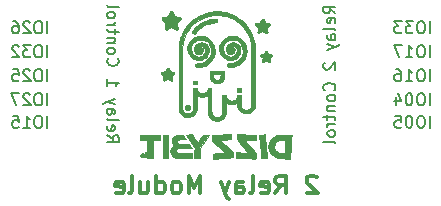
<source format=gbr>
G04 #@! TF.GenerationSoftware,KiCad,Pcbnew,(5.0.2)-1*
G04 #@! TF.CreationDate,2019-10-28T10:13:21+02:00*
G04 #@! TF.ProjectId,2-relay-over-io,322d7265-6c61-4792-9d6f-7665722d696f,rev?*
G04 #@! TF.SameCoordinates,Original*
G04 #@! TF.FileFunction,Legend,Bot*
G04 #@! TF.FilePolarity,Positive*
%FSLAX46Y46*%
G04 Gerber Fmt 4.6, Leading zero omitted, Abs format (unit mm)*
G04 Created by KiCad (PCBNEW (5.0.2)-1) date 28.10.2019 10:13:21*
%MOMM*%
%LPD*%
G01*
G04 APERTURE LIST*
%ADD10C,0.150000*%
%ADD11C,0.300000*%
%ADD12C,0.010000*%
G04 APERTURE END LIST*
D10*
X110164619Y-121244666D02*
X110640809Y-121578000D01*
X110164619Y-121816095D02*
X111164619Y-121816095D01*
X111164619Y-121435142D01*
X111117000Y-121339904D01*
X111069380Y-121292285D01*
X110974142Y-121244666D01*
X110831285Y-121244666D01*
X110736047Y-121292285D01*
X110688428Y-121339904D01*
X110640809Y-121435142D01*
X110640809Y-121816095D01*
X110212238Y-120435142D02*
X110164619Y-120530380D01*
X110164619Y-120720857D01*
X110212238Y-120816095D01*
X110307476Y-120863714D01*
X110688428Y-120863714D01*
X110783666Y-120816095D01*
X110831285Y-120720857D01*
X110831285Y-120530380D01*
X110783666Y-120435142D01*
X110688428Y-120387523D01*
X110593190Y-120387523D01*
X110497952Y-120863714D01*
X110164619Y-119816095D02*
X110212238Y-119911333D01*
X110307476Y-119958952D01*
X111164619Y-119958952D01*
X110164619Y-119006571D02*
X110688428Y-119006571D01*
X110783666Y-119054190D01*
X110831285Y-119149428D01*
X110831285Y-119339904D01*
X110783666Y-119435142D01*
X110212238Y-119006571D02*
X110164619Y-119101809D01*
X110164619Y-119339904D01*
X110212238Y-119435142D01*
X110307476Y-119482761D01*
X110402714Y-119482761D01*
X110497952Y-119435142D01*
X110545571Y-119339904D01*
X110545571Y-119101809D01*
X110593190Y-119006571D01*
X110831285Y-118625619D02*
X110164619Y-118387523D01*
X110831285Y-118149428D02*
X110164619Y-118387523D01*
X109926523Y-118482761D01*
X109878904Y-118530380D01*
X109831285Y-118625619D01*
X110164619Y-116482761D02*
X110164619Y-117054190D01*
X110164619Y-116768476D02*
X111164619Y-116768476D01*
X111021761Y-116863714D01*
X110926523Y-116958952D01*
X110878904Y-117054190D01*
X110259857Y-114720857D02*
X110212238Y-114768476D01*
X110164619Y-114911333D01*
X110164619Y-115006571D01*
X110212238Y-115149428D01*
X110307476Y-115244666D01*
X110402714Y-115292285D01*
X110593190Y-115339904D01*
X110736047Y-115339904D01*
X110926523Y-115292285D01*
X111021761Y-115244666D01*
X111117000Y-115149428D01*
X111164619Y-115006571D01*
X111164619Y-114911333D01*
X111117000Y-114768476D01*
X111069380Y-114720857D01*
X110164619Y-114149428D02*
X110212238Y-114244666D01*
X110259857Y-114292285D01*
X110355095Y-114339904D01*
X110640809Y-114339904D01*
X110736047Y-114292285D01*
X110783666Y-114244666D01*
X110831285Y-114149428D01*
X110831285Y-114006571D01*
X110783666Y-113911333D01*
X110736047Y-113863714D01*
X110640809Y-113816095D01*
X110355095Y-113816095D01*
X110259857Y-113863714D01*
X110212238Y-113911333D01*
X110164619Y-114006571D01*
X110164619Y-114149428D01*
X110831285Y-113387523D02*
X110164619Y-113387523D01*
X110736047Y-113387523D02*
X110783666Y-113339904D01*
X110831285Y-113244666D01*
X110831285Y-113101809D01*
X110783666Y-113006571D01*
X110688428Y-112958952D01*
X110164619Y-112958952D01*
X110831285Y-112625619D02*
X110831285Y-112244666D01*
X111164619Y-112482761D02*
X110307476Y-112482761D01*
X110212238Y-112435142D01*
X110164619Y-112339904D01*
X110164619Y-112244666D01*
X110164619Y-111911333D02*
X110831285Y-111911333D01*
X110640809Y-111911333D02*
X110736047Y-111863714D01*
X110783666Y-111816095D01*
X110831285Y-111720857D01*
X110831285Y-111625619D01*
X110164619Y-111149428D02*
X110212238Y-111244666D01*
X110259857Y-111292285D01*
X110355095Y-111339904D01*
X110640809Y-111339904D01*
X110736047Y-111292285D01*
X110783666Y-111244666D01*
X110831285Y-111149428D01*
X110831285Y-111006571D01*
X110783666Y-110911333D01*
X110736047Y-110863714D01*
X110640809Y-110816095D01*
X110355095Y-110816095D01*
X110259857Y-110863714D01*
X110212238Y-110911333D01*
X110164619Y-111006571D01*
X110164619Y-111149428D01*
X110164619Y-110244666D02*
X110212238Y-110339904D01*
X110307476Y-110387523D01*
X111164619Y-110387523D01*
X105108190Y-118689380D02*
X105108190Y-117689380D01*
X104441523Y-117689380D02*
X104251047Y-117689380D01*
X104155809Y-117737000D01*
X104060571Y-117832238D01*
X104012952Y-118022714D01*
X104012952Y-118356047D01*
X104060571Y-118546523D01*
X104155809Y-118641761D01*
X104251047Y-118689380D01*
X104441523Y-118689380D01*
X104536761Y-118641761D01*
X104632000Y-118546523D01*
X104679619Y-118356047D01*
X104679619Y-118022714D01*
X104632000Y-117832238D01*
X104536761Y-117737000D01*
X104441523Y-117689380D01*
X103632000Y-117784619D02*
X103584380Y-117737000D01*
X103489142Y-117689380D01*
X103251047Y-117689380D01*
X103155809Y-117737000D01*
X103108190Y-117784619D01*
X103060571Y-117879857D01*
X103060571Y-117975095D01*
X103108190Y-118117952D01*
X103679619Y-118689380D01*
X103060571Y-118689380D01*
X102727238Y-117689380D02*
X102060571Y-117689380D01*
X102489142Y-118689380D01*
X105108190Y-114625380D02*
X105108190Y-113625380D01*
X104441523Y-113625380D02*
X104251047Y-113625380D01*
X104155809Y-113673000D01*
X104060571Y-113768238D01*
X104012952Y-113958714D01*
X104012952Y-114292047D01*
X104060571Y-114482523D01*
X104155809Y-114577761D01*
X104251047Y-114625380D01*
X104441523Y-114625380D01*
X104536761Y-114577761D01*
X104632000Y-114482523D01*
X104679619Y-114292047D01*
X104679619Y-113958714D01*
X104632000Y-113768238D01*
X104536761Y-113673000D01*
X104441523Y-113625380D01*
X103679619Y-113625380D02*
X103060571Y-113625380D01*
X103393904Y-114006333D01*
X103251047Y-114006333D01*
X103155809Y-114053952D01*
X103108190Y-114101571D01*
X103060571Y-114196809D01*
X103060571Y-114434904D01*
X103108190Y-114530142D01*
X103155809Y-114577761D01*
X103251047Y-114625380D01*
X103536761Y-114625380D01*
X103632000Y-114577761D01*
X103679619Y-114530142D01*
X102679619Y-113720619D02*
X102632000Y-113673000D01*
X102536761Y-113625380D01*
X102298666Y-113625380D01*
X102203428Y-113673000D01*
X102155809Y-113720619D01*
X102108190Y-113815857D01*
X102108190Y-113911095D01*
X102155809Y-114053952D01*
X102727238Y-114625380D01*
X102108190Y-114625380D01*
X105108190Y-120594380D02*
X105108190Y-119594380D01*
X104441523Y-119594380D02*
X104251047Y-119594380D01*
X104155809Y-119642000D01*
X104060571Y-119737238D01*
X104012952Y-119927714D01*
X104012952Y-120261047D01*
X104060571Y-120451523D01*
X104155809Y-120546761D01*
X104251047Y-120594380D01*
X104441523Y-120594380D01*
X104536761Y-120546761D01*
X104632000Y-120451523D01*
X104679619Y-120261047D01*
X104679619Y-119927714D01*
X104632000Y-119737238D01*
X104536761Y-119642000D01*
X104441523Y-119594380D01*
X103060571Y-120594380D02*
X103632000Y-120594380D01*
X103346285Y-120594380D02*
X103346285Y-119594380D01*
X103441523Y-119737238D01*
X103536761Y-119832476D01*
X103632000Y-119880095D01*
X102155809Y-119594380D02*
X102632000Y-119594380D01*
X102679619Y-120070571D01*
X102632000Y-120022952D01*
X102536761Y-119975333D01*
X102298666Y-119975333D01*
X102203428Y-120022952D01*
X102155809Y-120070571D01*
X102108190Y-120165809D01*
X102108190Y-120403904D01*
X102155809Y-120499142D01*
X102203428Y-120546761D01*
X102298666Y-120594380D01*
X102536761Y-120594380D01*
X102632000Y-120546761D01*
X102679619Y-120499142D01*
X105108190Y-116657380D02*
X105108190Y-115657380D01*
X104441523Y-115657380D02*
X104251047Y-115657380D01*
X104155809Y-115705000D01*
X104060571Y-115800238D01*
X104012952Y-115990714D01*
X104012952Y-116324047D01*
X104060571Y-116514523D01*
X104155809Y-116609761D01*
X104251047Y-116657380D01*
X104441523Y-116657380D01*
X104536761Y-116609761D01*
X104632000Y-116514523D01*
X104679619Y-116324047D01*
X104679619Y-115990714D01*
X104632000Y-115800238D01*
X104536761Y-115705000D01*
X104441523Y-115657380D01*
X103632000Y-115752619D02*
X103584380Y-115705000D01*
X103489142Y-115657380D01*
X103251047Y-115657380D01*
X103155809Y-115705000D01*
X103108190Y-115752619D01*
X103060571Y-115847857D01*
X103060571Y-115943095D01*
X103108190Y-116085952D01*
X103679619Y-116657380D01*
X103060571Y-116657380D01*
X102155809Y-115657380D02*
X102632000Y-115657380D01*
X102679619Y-116133571D01*
X102632000Y-116085952D01*
X102536761Y-116038333D01*
X102298666Y-116038333D01*
X102203428Y-116085952D01*
X102155809Y-116133571D01*
X102108190Y-116228809D01*
X102108190Y-116466904D01*
X102155809Y-116562142D01*
X102203428Y-116609761D01*
X102298666Y-116657380D01*
X102536761Y-116657380D01*
X102632000Y-116609761D01*
X102679619Y-116562142D01*
X105108190Y-112589880D02*
X105108190Y-111589880D01*
X104441523Y-111589880D02*
X104251047Y-111589880D01*
X104155809Y-111637500D01*
X104060571Y-111732738D01*
X104012952Y-111923214D01*
X104012952Y-112256547D01*
X104060571Y-112447023D01*
X104155809Y-112542261D01*
X104251047Y-112589880D01*
X104441523Y-112589880D01*
X104536761Y-112542261D01*
X104632000Y-112447023D01*
X104679619Y-112256547D01*
X104679619Y-111923214D01*
X104632000Y-111732738D01*
X104536761Y-111637500D01*
X104441523Y-111589880D01*
X103632000Y-111685119D02*
X103584380Y-111637500D01*
X103489142Y-111589880D01*
X103251047Y-111589880D01*
X103155809Y-111637500D01*
X103108190Y-111685119D01*
X103060571Y-111780357D01*
X103060571Y-111875595D01*
X103108190Y-112018452D01*
X103679619Y-112589880D01*
X103060571Y-112589880D01*
X102203428Y-111589880D02*
X102393904Y-111589880D01*
X102489142Y-111637500D01*
X102536761Y-111685119D01*
X102632000Y-111827976D01*
X102679619Y-112018452D01*
X102679619Y-112399404D01*
X102632000Y-112494642D01*
X102584380Y-112542261D01*
X102489142Y-112589880D01*
X102298666Y-112589880D01*
X102203428Y-112542261D01*
X102155809Y-112494642D01*
X102108190Y-112399404D01*
X102108190Y-112161309D01*
X102155809Y-112066071D01*
X102203428Y-112018452D01*
X102298666Y-111970833D01*
X102489142Y-111970833D01*
X102584380Y-112018452D01*
X102632000Y-112066071D01*
X102679619Y-112161309D01*
X129484380Y-110911333D02*
X129008190Y-110578000D01*
X129484380Y-110339904D02*
X128484380Y-110339904D01*
X128484380Y-110720857D01*
X128532000Y-110816095D01*
X128579619Y-110863714D01*
X128674857Y-110911333D01*
X128817714Y-110911333D01*
X128912952Y-110863714D01*
X128960571Y-110816095D01*
X129008190Y-110720857D01*
X129008190Y-110339904D01*
X129436761Y-111720857D02*
X129484380Y-111625619D01*
X129484380Y-111435142D01*
X129436761Y-111339904D01*
X129341523Y-111292285D01*
X128960571Y-111292285D01*
X128865333Y-111339904D01*
X128817714Y-111435142D01*
X128817714Y-111625619D01*
X128865333Y-111720857D01*
X128960571Y-111768476D01*
X129055809Y-111768476D01*
X129151047Y-111292285D01*
X129484380Y-112339904D02*
X129436761Y-112244666D01*
X129341523Y-112197047D01*
X128484380Y-112197047D01*
X129484380Y-113149428D02*
X128960571Y-113149428D01*
X128865333Y-113101809D01*
X128817714Y-113006571D01*
X128817714Y-112816095D01*
X128865333Y-112720857D01*
X129436761Y-113149428D02*
X129484380Y-113054190D01*
X129484380Y-112816095D01*
X129436761Y-112720857D01*
X129341523Y-112673238D01*
X129246285Y-112673238D01*
X129151047Y-112720857D01*
X129103428Y-112816095D01*
X129103428Y-113054190D01*
X129055809Y-113149428D01*
X128817714Y-113530380D02*
X129484380Y-113768476D01*
X128817714Y-114006571D02*
X129484380Y-113768476D01*
X129722476Y-113673238D01*
X129770095Y-113625619D01*
X129817714Y-113530380D01*
X128579619Y-115101809D02*
X128532000Y-115149428D01*
X128484380Y-115244666D01*
X128484380Y-115482761D01*
X128532000Y-115578000D01*
X128579619Y-115625619D01*
X128674857Y-115673238D01*
X128770095Y-115673238D01*
X128912952Y-115625619D01*
X129484380Y-115054190D01*
X129484380Y-115673238D01*
X129389142Y-117435142D02*
X129436761Y-117387523D01*
X129484380Y-117244666D01*
X129484380Y-117149428D01*
X129436761Y-117006571D01*
X129341523Y-116911333D01*
X129246285Y-116863714D01*
X129055809Y-116816095D01*
X128912952Y-116816095D01*
X128722476Y-116863714D01*
X128627238Y-116911333D01*
X128532000Y-117006571D01*
X128484380Y-117149428D01*
X128484380Y-117244666D01*
X128532000Y-117387523D01*
X128579619Y-117435142D01*
X129484380Y-118006571D02*
X129436761Y-117911333D01*
X129389142Y-117863714D01*
X129293904Y-117816095D01*
X129008190Y-117816095D01*
X128912952Y-117863714D01*
X128865333Y-117911333D01*
X128817714Y-118006571D01*
X128817714Y-118149428D01*
X128865333Y-118244666D01*
X128912952Y-118292285D01*
X129008190Y-118339904D01*
X129293904Y-118339904D01*
X129389142Y-118292285D01*
X129436761Y-118244666D01*
X129484380Y-118149428D01*
X129484380Y-118006571D01*
X128817714Y-118768476D02*
X129484380Y-118768476D01*
X128912952Y-118768476D02*
X128865333Y-118816095D01*
X128817714Y-118911333D01*
X128817714Y-119054190D01*
X128865333Y-119149428D01*
X128960571Y-119197047D01*
X129484380Y-119197047D01*
X128817714Y-119530380D02*
X128817714Y-119911333D01*
X128484380Y-119673238D02*
X129341523Y-119673238D01*
X129436761Y-119720857D01*
X129484380Y-119816095D01*
X129484380Y-119911333D01*
X129484380Y-120244666D02*
X128817714Y-120244666D01*
X129008190Y-120244666D02*
X128912952Y-120292285D01*
X128865333Y-120339904D01*
X128817714Y-120435142D01*
X128817714Y-120530380D01*
X129484380Y-121006571D02*
X129436761Y-120911333D01*
X129389142Y-120863714D01*
X129293904Y-120816095D01*
X129008190Y-120816095D01*
X128912952Y-120863714D01*
X128865333Y-120911333D01*
X128817714Y-121006571D01*
X128817714Y-121149428D01*
X128865333Y-121244666D01*
X128912952Y-121292285D01*
X129008190Y-121339904D01*
X129293904Y-121339904D01*
X129389142Y-121292285D01*
X129436761Y-121244666D01*
X129484380Y-121149428D01*
X129484380Y-121006571D01*
X129484380Y-121911333D02*
X129436761Y-121816095D01*
X129341523Y-121768476D01*
X128484380Y-121768476D01*
X137493190Y-120594380D02*
X137493190Y-119594380D01*
X136826523Y-119594380D02*
X136636047Y-119594380D01*
X136540809Y-119642000D01*
X136445571Y-119737238D01*
X136397952Y-119927714D01*
X136397952Y-120261047D01*
X136445571Y-120451523D01*
X136540809Y-120546761D01*
X136636047Y-120594380D01*
X136826523Y-120594380D01*
X136921761Y-120546761D01*
X137017000Y-120451523D01*
X137064619Y-120261047D01*
X137064619Y-119927714D01*
X137017000Y-119737238D01*
X136921761Y-119642000D01*
X136826523Y-119594380D01*
X135778904Y-119594380D02*
X135683666Y-119594380D01*
X135588428Y-119642000D01*
X135540809Y-119689619D01*
X135493190Y-119784857D01*
X135445571Y-119975333D01*
X135445571Y-120213428D01*
X135493190Y-120403904D01*
X135540809Y-120499142D01*
X135588428Y-120546761D01*
X135683666Y-120594380D01*
X135778904Y-120594380D01*
X135874142Y-120546761D01*
X135921761Y-120499142D01*
X135969380Y-120403904D01*
X136017000Y-120213428D01*
X136017000Y-119975333D01*
X135969380Y-119784857D01*
X135921761Y-119689619D01*
X135874142Y-119642000D01*
X135778904Y-119594380D01*
X134540809Y-119594380D02*
X135017000Y-119594380D01*
X135064619Y-120070571D01*
X135017000Y-120022952D01*
X134921761Y-119975333D01*
X134683666Y-119975333D01*
X134588428Y-120022952D01*
X134540809Y-120070571D01*
X134493190Y-120165809D01*
X134493190Y-120403904D01*
X134540809Y-120499142D01*
X134588428Y-120546761D01*
X134683666Y-120594380D01*
X134921761Y-120594380D01*
X135017000Y-120546761D01*
X135064619Y-120499142D01*
X137493190Y-118689380D02*
X137493190Y-117689380D01*
X136826523Y-117689380D02*
X136636047Y-117689380D01*
X136540809Y-117737000D01*
X136445571Y-117832238D01*
X136397952Y-118022714D01*
X136397952Y-118356047D01*
X136445571Y-118546523D01*
X136540809Y-118641761D01*
X136636047Y-118689380D01*
X136826523Y-118689380D01*
X136921761Y-118641761D01*
X137017000Y-118546523D01*
X137064619Y-118356047D01*
X137064619Y-118022714D01*
X137017000Y-117832238D01*
X136921761Y-117737000D01*
X136826523Y-117689380D01*
X135778904Y-117689380D02*
X135683666Y-117689380D01*
X135588428Y-117737000D01*
X135540809Y-117784619D01*
X135493190Y-117879857D01*
X135445571Y-118070333D01*
X135445571Y-118308428D01*
X135493190Y-118498904D01*
X135540809Y-118594142D01*
X135588428Y-118641761D01*
X135683666Y-118689380D01*
X135778904Y-118689380D01*
X135874142Y-118641761D01*
X135921761Y-118594142D01*
X135969380Y-118498904D01*
X136017000Y-118308428D01*
X136017000Y-118070333D01*
X135969380Y-117879857D01*
X135921761Y-117784619D01*
X135874142Y-117737000D01*
X135778904Y-117689380D01*
X134588428Y-118022714D02*
X134588428Y-118689380D01*
X134826523Y-117641761D02*
X135064619Y-118356047D01*
X134445571Y-118356047D01*
X137493190Y-116657380D02*
X137493190Y-115657380D01*
X136826523Y-115657380D02*
X136636047Y-115657380D01*
X136540809Y-115705000D01*
X136445571Y-115800238D01*
X136397952Y-115990714D01*
X136397952Y-116324047D01*
X136445571Y-116514523D01*
X136540809Y-116609761D01*
X136636047Y-116657380D01*
X136826523Y-116657380D01*
X136921761Y-116609761D01*
X137017000Y-116514523D01*
X137064619Y-116324047D01*
X137064619Y-115990714D01*
X137017000Y-115800238D01*
X136921761Y-115705000D01*
X136826523Y-115657380D01*
X135445571Y-116657380D02*
X136017000Y-116657380D01*
X135731285Y-116657380D02*
X135731285Y-115657380D01*
X135826523Y-115800238D01*
X135921761Y-115895476D01*
X136017000Y-115943095D01*
X134588428Y-115657380D02*
X134778904Y-115657380D01*
X134874142Y-115705000D01*
X134921761Y-115752619D01*
X135017000Y-115895476D01*
X135064619Y-116085952D01*
X135064619Y-116466904D01*
X135017000Y-116562142D01*
X134969380Y-116609761D01*
X134874142Y-116657380D01*
X134683666Y-116657380D01*
X134588428Y-116609761D01*
X134540809Y-116562142D01*
X134493190Y-116466904D01*
X134493190Y-116228809D01*
X134540809Y-116133571D01*
X134588428Y-116085952D01*
X134683666Y-116038333D01*
X134874142Y-116038333D01*
X134969380Y-116085952D01*
X135017000Y-116133571D01*
X135064619Y-116228809D01*
X137493190Y-114625380D02*
X137493190Y-113625380D01*
X136826523Y-113625380D02*
X136636047Y-113625380D01*
X136540809Y-113673000D01*
X136445571Y-113768238D01*
X136397952Y-113958714D01*
X136397952Y-114292047D01*
X136445571Y-114482523D01*
X136540809Y-114577761D01*
X136636047Y-114625380D01*
X136826523Y-114625380D01*
X136921761Y-114577761D01*
X137017000Y-114482523D01*
X137064619Y-114292047D01*
X137064619Y-113958714D01*
X137017000Y-113768238D01*
X136921761Y-113673000D01*
X136826523Y-113625380D01*
X135445571Y-114625380D02*
X136017000Y-114625380D01*
X135731285Y-114625380D02*
X135731285Y-113625380D01*
X135826523Y-113768238D01*
X135921761Y-113863476D01*
X136017000Y-113911095D01*
X135112238Y-113625380D02*
X134445571Y-113625380D01*
X134874142Y-114625380D01*
X137493190Y-112589880D02*
X137493190Y-111589880D01*
X136826523Y-111589880D02*
X136636047Y-111589880D01*
X136540809Y-111637500D01*
X136445571Y-111732738D01*
X136397952Y-111923214D01*
X136397952Y-112256547D01*
X136445571Y-112447023D01*
X136540809Y-112542261D01*
X136636047Y-112589880D01*
X136826523Y-112589880D01*
X136921761Y-112542261D01*
X137017000Y-112447023D01*
X137064619Y-112256547D01*
X137064619Y-111923214D01*
X137017000Y-111732738D01*
X136921761Y-111637500D01*
X136826523Y-111589880D01*
X136064619Y-111589880D02*
X135445571Y-111589880D01*
X135778904Y-111970833D01*
X135636047Y-111970833D01*
X135540809Y-112018452D01*
X135493190Y-112066071D01*
X135445571Y-112161309D01*
X135445571Y-112399404D01*
X135493190Y-112494642D01*
X135540809Y-112542261D01*
X135636047Y-112589880D01*
X135921761Y-112589880D01*
X136017000Y-112542261D01*
X136064619Y-112494642D01*
X135112238Y-111589880D02*
X134493190Y-111589880D01*
X134826523Y-111970833D01*
X134683666Y-111970833D01*
X134588428Y-112018452D01*
X134540809Y-112066071D01*
X134493190Y-112161309D01*
X134493190Y-112399404D01*
X134540809Y-112494642D01*
X134588428Y-112542261D01*
X134683666Y-112589880D01*
X134969380Y-112589880D01*
X135064619Y-112542261D01*
X135112238Y-112494642D01*
D11*
X127915713Y-124797428D02*
X127844284Y-124726000D01*
X127701427Y-124654571D01*
X127344284Y-124654571D01*
X127201427Y-124726000D01*
X127129999Y-124797428D01*
X127058570Y-124940285D01*
X127058570Y-125083142D01*
X127129999Y-125297428D01*
X127987141Y-126154571D01*
X127058570Y-126154571D01*
X124415713Y-126154571D02*
X124915713Y-125440285D01*
X125272856Y-126154571D02*
X125272856Y-124654571D01*
X124701427Y-124654571D01*
X124558570Y-124726000D01*
X124487141Y-124797428D01*
X124415713Y-124940285D01*
X124415713Y-125154571D01*
X124487141Y-125297428D01*
X124558570Y-125368857D01*
X124701427Y-125440285D01*
X125272856Y-125440285D01*
X123201427Y-126083142D02*
X123344284Y-126154571D01*
X123629999Y-126154571D01*
X123772856Y-126083142D01*
X123844284Y-125940285D01*
X123844284Y-125368857D01*
X123772856Y-125226000D01*
X123629999Y-125154571D01*
X123344284Y-125154571D01*
X123201427Y-125226000D01*
X123129999Y-125368857D01*
X123129999Y-125511714D01*
X123844284Y-125654571D01*
X122272856Y-126154571D02*
X122415713Y-126083142D01*
X122487141Y-125940285D01*
X122487141Y-124654571D01*
X121058570Y-126154571D02*
X121058570Y-125368857D01*
X121129999Y-125226000D01*
X121272856Y-125154571D01*
X121558570Y-125154571D01*
X121701427Y-125226000D01*
X121058570Y-126083142D02*
X121201427Y-126154571D01*
X121558570Y-126154571D01*
X121701427Y-126083142D01*
X121772856Y-125940285D01*
X121772856Y-125797428D01*
X121701427Y-125654571D01*
X121558570Y-125583142D01*
X121201427Y-125583142D01*
X121058570Y-125511714D01*
X120487141Y-125154571D02*
X120129999Y-126154571D01*
X119772856Y-125154571D02*
X120129999Y-126154571D01*
X120272856Y-126511714D01*
X120344284Y-126583142D01*
X120487141Y-126654571D01*
X118058570Y-126154571D02*
X118058570Y-124654571D01*
X117558570Y-125726000D01*
X117058570Y-124654571D01*
X117058570Y-126154571D01*
X116129999Y-126154571D02*
X116272856Y-126083142D01*
X116344284Y-126011714D01*
X116415713Y-125868857D01*
X116415713Y-125440285D01*
X116344284Y-125297428D01*
X116272856Y-125226000D01*
X116129999Y-125154571D01*
X115915713Y-125154571D01*
X115772856Y-125226000D01*
X115701427Y-125297428D01*
X115629999Y-125440285D01*
X115629999Y-125868857D01*
X115701427Y-126011714D01*
X115772856Y-126083142D01*
X115915713Y-126154571D01*
X116129999Y-126154571D01*
X114344284Y-126154571D02*
X114344284Y-124654571D01*
X114344284Y-126083142D02*
X114487141Y-126154571D01*
X114772856Y-126154571D01*
X114915713Y-126083142D01*
X114987141Y-126011714D01*
X115058570Y-125868857D01*
X115058570Y-125440285D01*
X114987141Y-125297428D01*
X114915713Y-125226000D01*
X114772856Y-125154571D01*
X114487141Y-125154571D01*
X114344284Y-125226000D01*
X112987141Y-125154571D02*
X112987141Y-126154571D01*
X113629999Y-125154571D02*
X113629999Y-125940285D01*
X113558570Y-126083142D01*
X113415713Y-126154571D01*
X113201427Y-126154571D01*
X113058570Y-126083142D01*
X112987141Y-126011714D01*
X112058570Y-126154571D02*
X112201427Y-126083142D01*
X112272856Y-125940285D01*
X112272856Y-124654571D01*
X110915713Y-126083142D02*
X111058570Y-126154571D01*
X111344284Y-126154571D01*
X111487141Y-126083142D01*
X111558570Y-125940285D01*
X111558570Y-125368857D01*
X111487141Y-125226000D01*
X111344284Y-125154571D01*
X111058570Y-125154571D01*
X110915713Y-125226000D01*
X110844284Y-125368857D01*
X110844284Y-125511714D01*
X111558570Y-125654571D01*
D12*
G04 #@! TO.C,U6*
G36*
X124798668Y-121190940D02*
X124725605Y-121193817D01*
X124660869Y-121199587D01*
X124602573Y-121208378D01*
X124548828Y-121220315D01*
X124497747Y-121235525D01*
X124447444Y-121254134D01*
X124396031Y-121276269D01*
X124387331Y-121280258D01*
X124281312Y-121338821D01*
X124179889Y-121413225D01*
X124087174Y-121499787D01*
X124007279Y-121594819D01*
X123963872Y-121659881D01*
X123917226Y-121751268D01*
X123877786Y-121855450D01*
X123847234Y-121966242D01*
X123827254Y-122077459D01*
X123819531Y-122182915D01*
X123819493Y-122190308D01*
X123828002Y-122311109D01*
X123852452Y-122434750D01*
X123891220Y-122555928D01*
X123942687Y-122669343D01*
X123989951Y-122748046D01*
X124041840Y-122813789D01*
X124107742Y-122880945D01*
X124182723Y-122945293D01*
X124261849Y-123002610D01*
X124340186Y-123048675D01*
X124342839Y-123050025D01*
X124388818Y-123072537D01*
X124432444Y-123091912D01*
X124475837Y-123108539D01*
X124521119Y-123122807D01*
X124570411Y-123135104D01*
X124625834Y-123145818D01*
X124689509Y-123155338D01*
X124763557Y-123164052D01*
X124850100Y-123172348D01*
X124951259Y-123180614D01*
X125069154Y-123189240D01*
X125123968Y-123193050D01*
X125216022Y-123199410D01*
X125303470Y-123205516D01*
X125384015Y-123211203D01*
X125455360Y-123216306D01*
X125515207Y-123220659D01*
X125561258Y-123224099D01*
X125591217Y-123226458D01*
X125600309Y-123227267D01*
X125646728Y-123231936D01*
X125652144Y-123190461D01*
X125653900Y-123172343D01*
X125656778Y-123136835D01*
X125660668Y-123085565D01*
X125665460Y-123020160D01*
X125671045Y-122942247D01*
X125677314Y-122853453D01*
X125684158Y-122755407D01*
X125691467Y-122649735D01*
X125699131Y-122538064D01*
X125707042Y-122422022D01*
X125715090Y-122303236D01*
X125723166Y-122183333D01*
X125731161Y-122063941D01*
X125738964Y-121946687D01*
X125746467Y-121833198D01*
X125753560Y-121725102D01*
X125756723Y-121676464D01*
X125270376Y-121676464D01*
X125269339Y-121704378D01*
X125267201Y-121747674D01*
X125264100Y-121804183D01*
X125260174Y-121871738D01*
X125255562Y-121948169D01*
X125250401Y-122031310D01*
X125244828Y-122118991D01*
X125238981Y-122209043D01*
X125232999Y-122299300D01*
X125227020Y-122387592D01*
X125221180Y-122471751D01*
X125215618Y-122549609D01*
X125210471Y-122618997D01*
X125205878Y-122677747D01*
X125205865Y-122677909D01*
X125199989Y-122750413D01*
X125134800Y-122744719D01*
X125101177Y-122741975D01*
X125053375Y-122738329D01*
X124996935Y-122734192D01*
X124937399Y-122729975D01*
X124916419Y-122728526D01*
X124832968Y-122721787D01*
X124765379Y-122713711D01*
X124709752Y-122703453D01*
X124662188Y-122690170D01*
X124618789Y-122673016D01*
X124586712Y-122657149D01*
X124506691Y-122603895D01*
X124440139Y-122537313D01*
X124387795Y-122459196D01*
X124350399Y-122371341D01*
X124328692Y-122275542D01*
X124323413Y-122173594D01*
X124335304Y-122067292D01*
X124337979Y-122054048D01*
X124367616Y-121958981D01*
X124413386Y-121872460D01*
X124473322Y-121796411D01*
X124545456Y-121732758D01*
X124627820Y-121683426D01*
X124718449Y-121650340D01*
X124759623Y-121641561D01*
X124787989Y-121637714D01*
X124819626Y-121635586D01*
X124857790Y-121635221D01*
X124905740Y-121636659D01*
X124966734Y-121639946D01*
X125044029Y-121645122D01*
X125047017Y-121645334D01*
X125110576Y-121650067D01*
X125167307Y-121654696D01*
X125214312Y-121658951D01*
X125248688Y-121662563D01*
X125267537Y-121665262D01*
X125270176Y-121666101D01*
X125270376Y-121676464D01*
X125756723Y-121676464D01*
X125760134Y-121624026D01*
X125766080Y-121531597D01*
X125771289Y-121449443D01*
X125775650Y-121379190D01*
X125779055Y-121322467D01*
X125781394Y-121280900D01*
X125782558Y-121256117D01*
X125782568Y-121249466D01*
X125772193Y-121247960D01*
X125744138Y-121245258D01*
X125700440Y-121241523D01*
X125643138Y-121236915D01*
X125574272Y-121231598D01*
X125495880Y-121225731D01*
X125410000Y-121219478D01*
X125354936Y-121215551D01*
X125211930Y-121205850D01*
X125086688Y-121198413D01*
X124977322Y-121193364D01*
X124881944Y-121190831D01*
X124798668Y-121190940D01*
X124798668Y-121190940D01*
G37*
X124798668Y-121190940D02*
X124725605Y-121193817D01*
X124660869Y-121199587D01*
X124602573Y-121208378D01*
X124548828Y-121220315D01*
X124497747Y-121235525D01*
X124447444Y-121254134D01*
X124396031Y-121276269D01*
X124387331Y-121280258D01*
X124281312Y-121338821D01*
X124179889Y-121413225D01*
X124087174Y-121499787D01*
X124007279Y-121594819D01*
X123963872Y-121659881D01*
X123917226Y-121751268D01*
X123877786Y-121855450D01*
X123847234Y-121966242D01*
X123827254Y-122077459D01*
X123819531Y-122182915D01*
X123819493Y-122190308D01*
X123828002Y-122311109D01*
X123852452Y-122434750D01*
X123891220Y-122555928D01*
X123942687Y-122669343D01*
X123989951Y-122748046D01*
X124041840Y-122813789D01*
X124107742Y-122880945D01*
X124182723Y-122945293D01*
X124261849Y-123002610D01*
X124340186Y-123048675D01*
X124342839Y-123050025D01*
X124388818Y-123072537D01*
X124432444Y-123091912D01*
X124475837Y-123108539D01*
X124521119Y-123122807D01*
X124570411Y-123135104D01*
X124625834Y-123145818D01*
X124689509Y-123155338D01*
X124763557Y-123164052D01*
X124850100Y-123172348D01*
X124951259Y-123180614D01*
X125069154Y-123189240D01*
X125123968Y-123193050D01*
X125216022Y-123199410D01*
X125303470Y-123205516D01*
X125384015Y-123211203D01*
X125455360Y-123216306D01*
X125515207Y-123220659D01*
X125561258Y-123224099D01*
X125591217Y-123226458D01*
X125600309Y-123227267D01*
X125646728Y-123231936D01*
X125652144Y-123190461D01*
X125653900Y-123172343D01*
X125656778Y-123136835D01*
X125660668Y-123085565D01*
X125665460Y-123020160D01*
X125671045Y-122942247D01*
X125677314Y-122853453D01*
X125684158Y-122755407D01*
X125691467Y-122649735D01*
X125699131Y-122538064D01*
X125707042Y-122422022D01*
X125715090Y-122303236D01*
X125723166Y-122183333D01*
X125731161Y-122063941D01*
X125738964Y-121946687D01*
X125746467Y-121833198D01*
X125753560Y-121725102D01*
X125756723Y-121676464D01*
X125270376Y-121676464D01*
X125269339Y-121704378D01*
X125267201Y-121747674D01*
X125264100Y-121804183D01*
X125260174Y-121871738D01*
X125255562Y-121948169D01*
X125250401Y-122031310D01*
X125244828Y-122118991D01*
X125238981Y-122209043D01*
X125232999Y-122299300D01*
X125227020Y-122387592D01*
X125221180Y-122471751D01*
X125215618Y-122549609D01*
X125210471Y-122618997D01*
X125205878Y-122677747D01*
X125205865Y-122677909D01*
X125199989Y-122750413D01*
X125134800Y-122744719D01*
X125101177Y-122741975D01*
X125053375Y-122738329D01*
X124996935Y-122734192D01*
X124937399Y-122729975D01*
X124916419Y-122728526D01*
X124832968Y-122721787D01*
X124765379Y-122713711D01*
X124709752Y-122703453D01*
X124662188Y-122690170D01*
X124618789Y-122673016D01*
X124586712Y-122657149D01*
X124506691Y-122603895D01*
X124440139Y-122537313D01*
X124387795Y-122459196D01*
X124350399Y-122371341D01*
X124328692Y-122275542D01*
X124323413Y-122173594D01*
X124335304Y-122067292D01*
X124337979Y-122054048D01*
X124367616Y-121958981D01*
X124413386Y-121872460D01*
X124473322Y-121796411D01*
X124545456Y-121732758D01*
X124627820Y-121683426D01*
X124718449Y-121650340D01*
X124759623Y-121641561D01*
X124787989Y-121637714D01*
X124819626Y-121635586D01*
X124857790Y-121635221D01*
X124905740Y-121636659D01*
X124966734Y-121639946D01*
X125044029Y-121645122D01*
X125047017Y-121645334D01*
X125110576Y-121650067D01*
X125167307Y-121654696D01*
X125214312Y-121658951D01*
X125248688Y-121662563D01*
X125267537Y-121665262D01*
X125270176Y-121666101D01*
X125270376Y-121676464D01*
X125756723Y-121676464D01*
X125760134Y-121624026D01*
X125766080Y-121531597D01*
X125771289Y-121449443D01*
X125775650Y-121379190D01*
X125779055Y-121322467D01*
X125781394Y-121280900D01*
X125782558Y-121256117D01*
X125782568Y-121249466D01*
X125772193Y-121247960D01*
X125744138Y-121245258D01*
X125700440Y-121241523D01*
X125643138Y-121236915D01*
X125574272Y-121231598D01*
X125495880Y-121225731D01*
X125410000Y-121219478D01*
X125354936Y-121215551D01*
X125211930Y-121205850D01*
X125086688Y-121198413D01*
X124977322Y-121193364D01*
X124881944Y-121190831D01*
X124798668Y-121190940D01*
G36*
X120624843Y-121118403D02*
X120594311Y-121120626D01*
X120547892Y-121124196D01*
X120487359Y-121128965D01*
X120414489Y-121134788D01*
X120331054Y-121141517D01*
X120238831Y-121149005D01*
X120139593Y-121157106D01*
X120035116Y-121165672D01*
X119927175Y-121174557D01*
X119817544Y-121183613D01*
X119707997Y-121192694D01*
X119600311Y-121201654D01*
X119496259Y-121210344D01*
X119397616Y-121218619D01*
X119306157Y-121226330D01*
X119223656Y-121233333D01*
X119151889Y-121239479D01*
X119092631Y-121244621D01*
X119047655Y-121248614D01*
X119018737Y-121251309D01*
X119007652Y-121252560D01*
X119007596Y-121252583D01*
X119007323Y-121262760D01*
X119008540Y-121289789D01*
X119011064Y-121330828D01*
X119014714Y-121383033D01*
X119019308Y-121443560D01*
X119021732Y-121473953D01*
X119039438Y-121692663D01*
X119099427Y-121749861D01*
X119125042Y-121773932D01*
X119163232Y-121809336D01*
X119212269Y-121854503D01*
X119270426Y-121907863D01*
X119335974Y-121967843D01*
X119407186Y-122032873D01*
X119482333Y-122101383D01*
X119559688Y-122171800D01*
X119637522Y-122242554D01*
X119714109Y-122312073D01*
X119787719Y-122378788D01*
X119856625Y-122441126D01*
X119919100Y-122497517D01*
X119973414Y-122546389D01*
X120017841Y-122586172D01*
X120050653Y-122615295D01*
X120066000Y-122628682D01*
X120153977Y-122704238D01*
X120061910Y-122711003D01*
X119963183Y-122718371D01*
X119862017Y-122726131D01*
X119760361Y-122734116D01*
X119660164Y-122742160D01*
X119563373Y-122750098D01*
X119471939Y-122757763D01*
X119387810Y-122764989D01*
X119312935Y-122771610D01*
X119249263Y-122777460D01*
X119198743Y-122782373D01*
X119163323Y-122786184D01*
X119144953Y-122788725D01*
X119142878Y-122789304D01*
X119139404Y-122798854D01*
X119138182Y-122822724D01*
X119139246Y-122862243D01*
X119142632Y-122918743D01*
X119148265Y-122992219D01*
X119153224Y-123053790D01*
X119157563Y-123109744D01*
X119161031Y-123156664D01*
X119163376Y-123191134D01*
X119164346Y-123209739D01*
X119164358Y-123210755D01*
X119167540Y-123226131D01*
X119180907Y-123231674D01*
X119196477Y-123231834D01*
X119211139Y-123230841D01*
X119243960Y-123228309D01*
X119293402Y-123224367D01*
X119357927Y-123219140D01*
X119435997Y-123212755D01*
X119526075Y-123205339D01*
X119626623Y-123197016D01*
X119736104Y-123187915D01*
X119852979Y-123178161D01*
X119975711Y-123167881D01*
X120032827Y-123163085D01*
X120156901Y-123152613D01*
X120275223Y-123142540D01*
X120386324Y-123132996D01*
X120488734Y-123124113D01*
X120580984Y-123116019D01*
X120661606Y-123108845D01*
X120729130Y-123102722D01*
X120782087Y-123097779D01*
X120819008Y-123094146D01*
X120838424Y-123091955D01*
X120841105Y-123091445D01*
X120841475Y-123080859D01*
X120840273Y-123053437D01*
X120837688Y-123012030D01*
X120833904Y-122959489D01*
X120829108Y-122898665D01*
X120826439Y-122866638D01*
X120807724Y-122645879D01*
X120778063Y-122620700D01*
X120765624Y-122609835D01*
X120739766Y-122587003D01*
X120701823Y-122553388D01*
X120653130Y-122510177D01*
X120595022Y-122458556D01*
X120528835Y-122399711D01*
X120455902Y-122334829D01*
X120377559Y-122265094D01*
X120295141Y-122191694D01*
X120273070Y-122172032D01*
X120188468Y-122096812D01*
X120106482Y-122024218D01*
X120028592Y-121955538D01*
X119956277Y-121892065D01*
X119891017Y-121835090D01*
X119834292Y-121785904D01*
X119787582Y-121745798D01*
X119752366Y-121716064D01*
X119730124Y-121697992D01*
X119727588Y-121696058D01*
X119657436Y-121643574D01*
X119729632Y-121638262D01*
X119812304Y-121632085D01*
X119900986Y-121625292D01*
X119993608Y-121618054D01*
X120088103Y-121610545D01*
X120182403Y-121602936D01*
X120274440Y-121595400D01*
X120362145Y-121588110D01*
X120443452Y-121581239D01*
X120516292Y-121574958D01*
X120578597Y-121569440D01*
X120628300Y-121564857D01*
X120663331Y-121561383D01*
X120681624Y-121559189D01*
X120683833Y-121558678D01*
X120684448Y-121547876D01*
X120683532Y-121520264D01*
X120681252Y-121478727D01*
X120677776Y-121426147D01*
X120673270Y-121365409D01*
X120670932Y-121335952D01*
X120664898Y-121263717D01*
X120659798Y-121208943D01*
X120655289Y-121169368D01*
X120651025Y-121142726D01*
X120646662Y-121126755D01*
X120641856Y-121119191D01*
X120637711Y-121117673D01*
X120624843Y-121118403D01*
X120624843Y-121118403D01*
G37*
X120624843Y-121118403D02*
X120594311Y-121120626D01*
X120547892Y-121124196D01*
X120487359Y-121128965D01*
X120414489Y-121134788D01*
X120331054Y-121141517D01*
X120238831Y-121149005D01*
X120139593Y-121157106D01*
X120035116Y-121165672D01*
X119927175Y-121174557D01*
X119817544Y-121183613D01*
X119707997Y-121192694D01*
X119600311Y-121201654D01*
X119496259Y-121210344D01*
X119397616Y-121218619D01*
X119306157Y-121226330D01*
X119223656Y-121233333D01*
X119151889Y-121239479D01*
X119092631Y-121244621D01*
X119047655Y-121248614D01*
X119018737Y-121251309D01*
X119007652Y-121252560D01*
X119007596Y-121252583D01*
X119007323Y-121262760D01*
X119008540Y-121289789D01*
X119011064Y-121330828D01*
X119014714Y-121383033D01*
X119019308Y-121443560D01*
X119021732Y-121473953D01*
X119039438Y-121692663D01*
X119099427Y-121749861D01*
X119125042Y-121773932D01*
X119163232Y-121809336D01*
X119212269Y-121854503D01*
X119270426Y-121907863D01*
X119335974Y-121967843D01*
X119407186Y-122032873D01*
X119482333Y-122101383D01*
X119559688Y-122171800D01*
X119637522Y-122242554D01*
X119714109Y-122312073D01*
X119787719Y-122378788D01*
X119856625Y-122441126D01*
X119919100Y-122497517D01*
X119973414Y-122546389D01*
X120017841Y-122586172D01*
X120050653Y-122615295D01*
X120066000Y-122628682D01*
X120153977Y-122704238D01*
X120061910Y-122711003D01*
X119963183Y-122718371D01*
X119862017Y-122726131D01*
X119760361Y-122734116D01*
X119660164Y-122742160D01*
X119563373Y-122750098D01*
X119471939Y-122757763D01*
X119387810Y-122764989D01*
X119312935Y-122771610D01*
X119249263Y-122777460D01*
X119198743Y-122782373D01*
X119163323Y-122786184D01*
X119144953Y-122788725D01*
X119142878Y-122789304D01*
X119139404Y-122798854D01*
X119138182Y-122822724D01*
X119139246Y-122862243D01*
X119142632Y-122918743D01*
X119148265Y-122992219D01*
X119153224Y-123053790D01*
X119157563Y-123109744D01*
X119161031Y-123156664D01*
X119163376Y-123191134D01*
X119164346Y-123209739D01*
X119164358Y-123210755D01*
X119167540Y-123226131D01*
X119180907Y-123231674D01*
X119196477Y-123231834D01*
X119211139Y-123230841D01*
X119243960Y-123228309D01*
X119293402Y-123224367D01*
X119357927Y-123219140D01*
X119435997Y-123212755D01*
X119526075Y-123205339D01*
X119626623Y-123197016D01*
X119736104Y-123187915D01*
X119852979Y-123178161D01*
X119975711Y-123167881D01*
X120032827Y-123163085D01*
X120156901Y-123152613D01*
X120275223Y-123142540D01*
X120386324Y-123132996D01*
X120488734Y-123124113D01*
X120580984Y-123116019D01*
X120661606Y-123108845D01*
X120729130Y-123102722D01*
X120782087Y-123097779D01*
X120819008Y-123094146D01*
X120838424Y-123091955D01*
X120841105Y-123091445D01*
X120841475Y-123080859D01*
X120840273Y-123053437D01*
X120837688Y-123012030D01*
X120833904Y-122959489D01*
X120829108Y-122898665D01*
X120826439Y-122866638D01*
X120807724Y-122645879D01*
X120778063Y-122620700D01*
X120765624Y-122609835D01*
X120739766Y-122587003D01*
X120701823Y-122553388D01*
X120653130Y-122510177D01*
X120595022Y-122458556D01*
X120528835Y-122399711D01*
X120455902Y-122334829D01*
X120377559Y-122265094D01*
X120295141Y-122191694D01*
X120273070Y-122172032D01*
X120188468Y-122096812D01*
X120106482Y-122024218D01*
X120028592Y-121955538D01*
X119956277Y-121892065D01*
X119891017Y-121835090D01*
X119834292Y-121785904D01*
X119787582Y-121745798D01*
X119752366Y-121716064D01*
X119730124Y-121697992D01*
X119727588Y-121696058D01*
X119657436Y-121643574D01*
X119729632Y-121638262D01*
X119812304Y-121632085D01*
X119900986Y-121625292D01*
X119993608Y-121618054D01*
X120088103Y-121610545D01*
X120182403Y-121602936D01*
X120274440Y-121595400D01*
X120362145Y-121588110D01*
X120443452Y-121581239D01*
X120516292Y-121574958D01*
X120578597Y-121569440D01*
X120628300Y-121564857D01*
X120663331Y-121561383D01*
X120681624Y-121559189D01*
X120683833Y-121558678D01*
X120684448Y-121547876D01*
X120683532Y-121520264D01*
X120681252Y-121478727D01*
X120677776Y-121426147D01*
X120673270Y-121365409D01*
X120670932Y-121335952D01*
X120664898Y-121263717D01*
X120659798Y-121208943D01*
X120655289Y-121169368D01*
X120651025Y-121142726D01*
X120646662Y-121126755D01*
X120641856Y-121119191D01*
X120637711Y-121117673D01*
X120624843Y-121118403D01*
G36*
X121168881Y-121136792D02*
X121168342Y-121136936D01*
X121165667Y-121148271D01*
X121162230Y-121176415D01*
X121158295Y-121218437D01*
X121154125Y-121271406D01*
X121149983Y-121332390D01*
X121148280Y-121360292D01*
X121135477Y-121577220D01*
X121530417Y-122056721D01*
X121602533Y-122144201D01*
X121673130Y-122229692D01*
X121740827Y-122311533D01*
X121804247Y-122388064D01*
X121862010Y-122457623D01*
X121912738Y-122518551D01*
X121955051Y-122569187D01*
X121987570Y-122607869D01*
X122008897Y-122632915D01*
X122039779Y-122669219D01*
X122064906Y-122699832D01*
X122081983Y-122721874D01*
X122088711Y-122732466D01*
X122088649Y-122732931D01*
X122077666Y-122733502D01*
X122052628Y-122731759D01*
X122020621Y-122728274D01*
X121995222Y-122725740D01*
X121954420Y-122722432D01*
X121900555Y-122718488D01*
X121835966Y-122714048D01*
X121762991Y-122709250D01*
X121683969Y-122704231D01*
X121601238Y-122699130D01*
X121517139Y-122694086D01*
X121434009Y-122689237D01*
X121354187Y-122684720D01*
X121280012Y-122680676D01*
X121213823Y-122677241D01*
X121157959Y-122674554D01*
X121114758Y-122672753D01*
X121086559Y-122671978D01*
X121075701Y-122672365D01*
X121075678Y-122672384D01*
X121073760Y-122683108D01*
X121071055Y-122710066D01*
X121067782Y-122749791D01*
X121064161Y-122798818D01*
X121060411Y-122853681D01*
X121056750Y-122910912D01*
X121053397Y-122967048D01*
X121050572Y-123018621D01*
X121048494Y-123062165D01*
X121047381Y-123094214D01*
X121047453Y-123111303D01*
X121047825Y-123113141D01*
X121057818Y-123114162D01*
X121085776Y-123116232D01*
X121129931Y-123119244D01*
X121188515Y-123123091D01*
X121259762Y-123127667D01*
X121341902Y-123132863D01*
X121433168Y-123138573D01*
X121531793Y-123144690D01*
X121636008Y-123151105D01*
X121744047Y-123157713D01*
X121854140Y-123164406D01*
X121964521Y-123171076D01*
X122073422Y-123177617D01*
X122179075Y-123183922D01*
X122279712Y-123189883D01*
X122373565Y-123195393D01*
X122458867Y-123200344D01*
X122533850Y-123204631D01*
X122596746Y-123208145D01*
X122645788Y-123210779D01*
X122679207Y-123212427D01*
X122694549Y-123212978D01*
X122711587Y-123210998D01*
X122720533Y-123201060D01*
X122725471Y-123177796D01*
X122726318Y-123171222D01*
X122728564Y-123147709D01*
X122731564Y-123108585D01*
X122735034Y-123057977D01*
X122738689Y-123000014D01*
X122741678Y-122948913D01*
X122751842Y-122768607D01*
X122319930Y-122257084D01*
X122244885Y-122168378D01*
X122172005Y-122082559D01*
X122102543Y-122001083D01*
X122037753Y-121925405D01*
X121978889Y-121856982D01*
X121927206Y-121797269D01*
X121883956Y-121747723D01*
X121850394Y-121709799D01*
X121827774Y-121684953D01*
X121821918Y-121678848D01*
X121795010Y-121651784D01*
X121777483Y-121632608D01*
X121770956Y-121620306D01*
X121777050Y-121613861D01*
X121797384Y-121612260D01*
X121833578Y-121614486D01*
X121887250Y-121619525D01*
X121912660Y-121621976D01*
X121949128Y-121625080D01*
X122000689Y-121628935D01*
X122064454Y-121633369D01*
X122137533Y-121638208D01*
X122217035Y-121643279D01*
X122300071Y-121648409D01*
X122383751Y-121653426D01*
X122465185Y-121658155D01*
X122541483Y-121662424D01*
X122609756Y-121666059D01*
X122667112Y-121668888D01*
X122710664Y-121670738D01*
X122737520Y-121671435D01*
X122738325Y-121671436D01*
X122788359Y-121671436D01*
X122800772Y-121453308D01*
X122804207Y-121389804D01*
X122806924Y-121333221D01*
X122808815Y-121286437D01*
X122809769Y-121252328D01*
X122809676Y-121233769D01*
X122809260Y-121231255D01*
X122798703Y-121229758D01*
X122770195Y-121227313D01*
X122725515Y-121224023D01*
X122666440Y-121219989D01*
X122594750Y-121215314D01*
X122512221Y-121210101D01*
X122420634Y-121204450D01*
X122321765Y-121198465D01*
X122217392Y-121192248D01*
X122109296Y-121185901D01*
X121999252Y-121179525D01*
X121889041Y-121173225D01*
X121780439Y-121167100D01*
X121675225Y-121161255D01*
X121575178Y-121155790D01*
X121482076Y-121150809D01*
X121397696Y-121146413D01*
X121323818Y-121142705D01*
X121262219Y-121139786D01*
X121214678Y-121137760D01*
X121182972Y-121136728D01*
X121168881Y-121136792D01*
X121168881Y-121136792D01*
G37*
X121168881Y-121136792D02*
X121168342Y-121136936D01*
X121165667Y-121148271D01*
X121162230Y-121176415D01*
X121158295Y-121218437D01*
X121154125Y-121271406D01*
X121149983Y-121332390D01*
X121148280Y-121360292D01*
X121135477Y-121577220D01*
X121530417Y-122056721D01*
X121602533Y-122144201D01*
X121673130Y-122229692D01*
X121740827Y-122311533D01*
X121804247Y-122388064D01*
X121862010Y-122457623D01*
X121912738Y-122518551D01*
X121955051Y-122569187D01*
X121987570Y-122607869D01*
X122008897Y-122632915D01*
X122039779Y-122669219D01*
X122064906Y-122699832D01*
X122081983Y-122721874D01*
X122088711Y-122732466D01*
X122088649Y-122732931D01*
X122077666Y-122733502D01*
X122052628Y-122731759D01*
X122020621Y-122728274D01*
X121995222Y-122725740D01*
X121954420Y-122722432D01*
X121900555Y-122718488D01*
X121835966Y-122714048D01*
X121762991Y-122709250D01*
X121683969Y-122704231D01*
X121601238Y-122699130D01*
X121517139Y-122694086D01*
X121434009Y-122689237D01*
X121354187Y-122684720D01*
X121280012Y-122680676D01*
X121213823Y-122677241D01*
X121157959Y-122674554D01*
X121114758Y-122672753D01*
X121086559Y-122671978D01*
X121075701Y-122672365D01*
X121075678Y-122672384D01*
X121073760Y-122683108D01*
X121071055Y-122710066D01*
X121067782Y-122749791D01*
X121064161Y-122798818D01*
X121060411Y-122853681D01*
X121056750Y-122910912D01*
X121053397Y-122967048D01*
X121050572Y-123018621D01*
X121048494Y-123062165D01*
X121047381Y-123094214D01*
X121047453Y-123111303D01*
X121047825Y-123113141D01*
X121057818Y-123114162D01*
X121085776Y-123116232D01*
X121129931Y-123119244D01*
X121188515Y-123123091D01*
X121259762Y-123127667D01*
X121341902Y-123132863D01*
X121433168Y-123138573D01*
X121531793Y-123144690D01*
X121636008Y-123151105D01*
X121744047Y-123157713D01*
X121854140Y-123164406D01*
X121964521Y-123171076D01*
X122073422Y-123177617D01*
X122179075Y-123183922D01*
X122279712Y-123189883D01*
X122373565Y-123195393D01*
X122458867Y-123200344D01*
X122533850Y-123204631D01*
X122596746Y-123208145D01*
X122645788Y-123210779D01*
X122679207Y-123212427D01*
X122694549Y-123212978D01*
X122711587Y-123210998D01*
X122720533Y-123201060D01*
X122725471Y-123177796D01*
X122726318Y-123171222D01*
X122728564Y-123147709D01*
X122731564Y-123108585D01*
X122735034Y-123057977D01*
X122738689Y-123000014D01*
X122741678Y-122948913D01*
X122751842Y-122768607D01*
X122319930Y-122257084D01*
X122244885Y-122168378D01*
X122172005Y-122082559D01*
X122102543Y-122001083D01*
X122037753Y-121925405D01*
X121978889Y-121856982D01*
X121927206Y-121797269D01*
X121883956Y-121747723D01*
X121850394Y-121709799D01*
X121827774Y-121684953D01*
X121821918Y-121678848D01*
X121795010Y-121651784D01*
X121777483Y-121632608D01*
X121770956Y-121620306D01*
X121777050Y-121613861D01*
X121797384Y-121612260D01*
X121833578Y-121614486D01*
X121887250Y-121619525D01*
X121912660Y-121621976D01*
X121949128Y-121625080D01*
X122000689Y-121628935D01*
X122064454Y-121633369D01*
X122137533Y-121638208D01*
X122217035Y-121643279D01*
X122300071Y-121648409D01*
X122383751Y-121653426D01*
X122465185Y-121658155D01*
X122541483Y-121662424D01*
X122609756Y-121666059D01*
X122667112Y-121668888D01*
X122710664Y-121670738D01*
X122737520Y-121671435D01*
X122738325Y-121671436D01*
X122788359Y-121671436D01*
X122800772Y-121453308D01*
X122804207Y-121389804D01*
X122806924Y-121333221D01*
X122808815Y-121286437D01*
X122809769Y-121252328D01*
X122809676Y-121233769D01*
X122809260Y-121231255D01*
X122798703Y-121229758D01*
X122770195Y-121227313D01*
X122725515Y-121224023D01*
X122666440Y-121219989D01*
X122594750Y-121215314D01*
X122512221Y-121210101D01*
X122420634Y-121204450D01*
X122321765Y-121198465D01*
X122217392Y-121192248D01*
X122109296Y-121185901D01*
X121999252Y-121179525D01*
X121889041Y-121173225D01*
X121780439Y-121167100D01*
X121675225Y-121161255D01*
X121575178Y-121155790D01*
X121482076Y-121150809D01*
X121397696Y-121146413D01*
X121323818Y-121142705D01*
X121262219Y-121139786D01*
X121214678Y-121137760D01*
X121182972Y-121136728D01*
X121168881Y-121136792D01*
G36*
X123466651Y-121166675D02*
X123426783Y-121169543D01*
X123377244Y-121173584D01*
X123321362Y-121178487D01*
X123262464Y-121183936D01*
X123203878Y-121189618D01*
X123148930Y-121195219D01*
X123100950Y-121200426D01*
X123063263Y-121204925D01*
X123039197Y-121208403D01*
X123032004Y-121210222D01*
X123032655Y-121220131D01*
X123035194Y-121248080D01*
X123039455Y-121292452D01*
X123045271Y-121351628D01*
X123052475Y-121423988D01*
X123060901Y-121507916D01*
X123070383Y-121601792D01*
X123080754Y-121703997D01*
X123091848Y-121812914D01*
X123103497Y-121926923D01*
X123115536Y-122044406D01*
X123127798Y-122163745D01*
X123140116Y-122283320D01*
X123152324Y-122401514D01*
X123164256Y-122516708D01*
X123175744Y-122627283D01*
X123186623Y-122731621D01*
X123196725Y-122828103D01*
X123205885Y-122915110D01*
X123213935Y-122991025D01*
X123220710Y-123054228D01*
X123226042Y-123103101D01*
X123229765Y-123136026D01*
X123231713Y-123151383D01*
X123231725Y-123151455D01*
X123233671Y-123162646D01*
X123236751Y-123171199D01*
X123243189Y-123177184D01*
X123255210Y-123180671D01*
X123275040Y-123181729D01*
X123304901Y-123180427D01*
X123347020Y-123176836D01*
X123403620Y-123171025D01*
X123476926Y-123163063D01*
X123504935Y-123160000D01*
X123564847Y-123153198D01*
X123617887Y-123146684D01*
X123660974Y-123140879D01*
X123691028Y-123136200D01*
X123704966Y-123133066D01*
X123705478Y-123132753D01*
X123705323Y-123122331D01*
X123703244Y-123093865D01*
X123699404Y-123048970D01*
X123693968Y-122989258D01*
X123687102Y-122916341D01*
X123678971Y-122831834D01*
X123669741Y-122737349D01*
X123659575Y-122634498D01*
X123648640Y-122524896D01*
X123637101Y-122410154D01*
X123625122Y-122291885D01*
X123612869Y-122171703D01*
X123600507Y-122051221D01*
X123588201Y-121932050D01*
X123576117Y-121815806D01*
X123564419Y-121704099D01*
X123553273Y-121598544D01*
X123542843Y-121500752D01*
X123533296Y-121412338D01*
X123524795Y-121334913D01*
X123517507Y-121270091D01*
X123511596Y-121219486D01*
X123507228Y-121184708D01*
X123504568Y-121167373D01*
X123504065Y-121165718D01*
X123493521Y-121165296D01*
X123466651Y-121166675D01*
X123466651Y-121166675D01*
G37*
X123466651Y-121166675D02*
X123426783Y-121169543D01*
X123377244Y-121173584D01*
X123321362Y-121178487D01*
X123262464Y-121183936D01*
X123203878Y-121189618D01*
X123148930Y-121195219D01*
X123100950Y-121200426D01*
X123063263Y-121204925D01*
X123039197Y-121208403D01*
X123032004Y-121210222D01*
X123032655Y-121220131D01*
X123035194Y-121248080D01*
X123039455Y-121292452D01*
X123045271Y-121351628D01*
X123052475Y-121423988D01*
X123060901Y-121507916D01*
X123070383Y-121601792D01*
X123080754Y-121703997D01*
X123091848Y-121812914D01*
X123103497Y-121926923D01*
X123115536Y-122044406D01*
X123127798Y-122163745D01*
X123140116Y-122283320D01*
X123152324Y-122401514D01*
X123164256Y-122516708D01*
X123175744Y-122627283D01*
X123186623Y-122731621D01*
X123196725Y-122828103D01*
X123205885Y-122915110D01*
X123213935Y-122991025D01*
X123220710Y-123054228D01*
X123226042Y-123103101D01*
X123229765Y-123136026D01*
X123231713Y-123151383D01*
X123231725Y-123151455D01*
X123233671Y-123162646D01*
X123236751Y-123171199D01*
X123243189Y-123177184D01*
X123255210Y-123180671D01*
X123275040Y-123181729D01*
X123304901Y-123180427D01*
X123347020Y-123176836D01*
X123403620Y-123171025D01*
X123476926Y-123163063D01*
X123504935Y-123160000D01*
X123564847Y-123153198D01*
X123617887Y-123146684D01*
X123660974Y-123140879D01*
X123691028Y-123136200D01*
X123704966Y-123133066D01*
X123705478Y-123132753D01*
X123705323Y-123122331D01*
X123703244Y-123093865D01*
X123699404Y-123048970D01*
X123693968Y-122989258D01*
X123687102Y-122916341D01*
X123678971Y-122831834D01*
X123669741Y-122737349D01*
X123659575Y-122634498D01*
X123648640Y-122524896D01*
X123637101Y-122410154D01*
X123625122Y-122291885D01*
X123612869Y-122171703D01*
X123600507Y-122051221D01*
X123588201Y-121932050D01*
X123576117Y-121815806D01*
X123564419Y-121704099D01*
X123553273Y-121598544D01*
X123542843Y-121500752D01*
X123533296Y-121412338D01*
X123524795Y-121334913D01*
X123517507Y-121270091D01*
X123511596Y-121219486D01*
X123507228Y-121184708D01*
X123504568Y-121167373D01*
X123504065Y-121165718D01*
X123493521Y-121165296D01*
X123466651Y-121166675D01*
G36*
X117024568Y-121167539D02*
X116961841Y-121167963D01*
X116908644Y-121168618D01*
X116867544Y-121169465D01*
X116841109Y-121170463D01*
X116831905Y-121171555D01*
X116837232Y-121180279D01*
X116852614Y-121204100D01*
X116877156Y-121241658D01*
X116909961Y-121291597D01*
X116950134Y-121352555D01*
X116996779Y-121423176D01*
X117049000Y-121502100D01*
X117105901Y-121587969D01*
X117166586Y-121679423D01*
X117198511Y-121727489D01*
X117565116Y-122279257D01*
X117558779Y-122721533D01*
X117552442Y-123163810D01*
X117669961Y-123163810D01*
X117732060Y-123164438D01*
X117803076Y-123166128D01*
X117872204Y-123168585D01*
X117907630Y-123170270D01*
X117953800Y-123172442D01*
X117991902Y-123173643D01*
X118018114Y-123173796D01*
X118028615Y-123172823D01*
X118028660Y-123172741D01*
X118029012Y-123162343D01*
X118029669Y-123134190D01*
X118030590Y-123090286D01*
X118031737Y-123032641D01*
X118033069Y-122963260D01*
X118034549Y-122884151D01*
X118036135Y-122797321D01*
X118037362Y-122728918D01*
X118045185Y-122289085D01*
X118817371Y-121201981D01*
X118761078Y-121194498D01*
X118734066Y-121192353D01*
X118691251Y-121190698D01*
X118636592Y-121189605D01*
X118574050Y-121189148D01*
X118507584Y-121189398D01*
X118492773Y-121189556D01*
X118280761Y-121192097D01*
X118052018Y-121517738D01*
X118001973Y-121588744D01*
X117955271Y-121654548D01*
X117913166Y-121713420D01*
X117876910Y-121763627D01*
X117847756Y-121803437D01*
X117826959Y-121831120D01*
X117815770Y-121844942D01*
X117814341Y-121846190D01*
X117807167Y-121838815D01*
X117790384Y-121816587D01*
X117765172Y-121781216D01*
X117732711Y-121734410D01*
X117694181Y-121677879D01*
X117650762Y-121613332D01*
X117603634Y-121542478D01*
X117581006Y-121508195D01*
X117356604Y-121167389D01*
X117094255Y-121167389D01*
X117024568Y-121167539D01*
X117024568Y-121167539D01*
G37*
X117024568Y-121167539D02*
X116961841Y-121167963D01*
X116908644Y-121168618D01*
X116867544Y-121169465D01*
X116841109Y-121170463D01*
X116831905Y-121171555D01*
X116837232Y-121180279D01*
X116852614Y-121204100D01*
X116877156Y-121241658D01*
X116909961Y-121291597D01*
X116950134Y-121352555D01*
X116996779Y-121423176D01*
X117049000Y-121502100D01*
X117105901Y-121587969D01*
X117166586Y-121679423D01*
X117198511Y-121727489D01*
X117565116Y-122279257D01*
X117558779Y-122721533D01*
X117552442Y-123163810D01*
X117669961Y-123163810D01*
X117732060Y-123164438D01*
X117803076Y-123166128D01*
X117872204Y-123168585D01*
X117907630Y-123170270D01*
X117953800Y-123172442D01*
X117991902Y-123173643D01*
X118018114Y-123173796D01*
X118028615Y-123172823D01*
X118028660Y-123172741D01*
X118029012Y-123162343D01*
X118029669Y-123134190D01*
X118030590Y-123090286D01*
X118031737Y-123032641D01*
X118033069Y-122963260D01*
X118034549Y-122884151D01*
X118036135Y-122797321D01*
X118037362Y-122728918D01*
X118045185Y-122289085D01*
X118817371Y-121201981D01*
X118761078Y-121194498D01*
X118734066Y-121192353D01*
X118691251Y-121190698D01*
X118636592Y-121189605D01*
X118574050Y-121189148D01*
X118507584Y-121189398D01*
X118492773Y-121189556D01*
X118280761Y-121192097D01*
X118052018Y-121517738D01*
X118001973Y-121588744D01*
X117955271Y-121654548D01*
X117913166Y-121713420D01*
X117876910Y-121763627D01*
X117847756Y-121803437D01*
X117826959Y-121831120D01*
X117815770Y-121844942D01*
X117814341Y-121846190D01*
X117807167Y-121838815D01*
X117790384Y-121816587D01*
X117765172Y-121781216D01*
X117732711Y-121734410D01*
X117694181Y-121677879D01*
X117650762Y-121613332D01*
X117603634Y-121542478D01*
X117581006Y-121508195D01*
X117356604Y-121167389D01*
X117094255Y-121167389D01*
X117024568Y-121167539D01*
G36*
X116262048Y-121178431D02*
X116181315Y-121181506D01*
X116119247Y-121186666D01*
X116088432Y-121191269D01*
X115981725Y-121220249D01*
X115886467Y-121263548D01*
X115803791Y-121320019D01*
X115734829Y-121388514D01*
X115680714Y-121467886D01*
X115642579Y-121556989D01*
X115621556Y-121654677D01*
X115620417Y-121665088D01*
X115621524Y-121748599D01*
X115639986Y-121832210D01*
X115673917Y-121911928D01*
X115721427Y-121983763D01*
X115780629Y-122043723D01*
X115809658Y-122065157D01*
X115854929Y-122095144D01*
X115797828Y-122122156D01*
X115752720Y-122149156D01*
X115703647Y-122188146D01*
X115676025Y-122214213D01*
X115608224Y-122294949D01*
X115559211Y-122381712D01*
X115529122Y-122473996D01*
X115518095Y-122571299D01*
X115526269Y-122673115D01*
X115536954Y-122723055D01*
X115572237Y-122824015D01*
X115623094Y-122912952D01*
X115688953Y-122989248D01*
X115769242Y-123052287D01*
X115863391Y-123101449D01*
X115899561Y-123115280D01*
X115927026Y-123124666D01*
X115952959Y-123132759D01*
X115979007Y-123139653D01*
X116006817Y-123145445D01*
X116038036Y-123150230D01*
X116074313Y-123154105D01*
X116117292Y-123157165D01*
X116168623Y-123159506D01*
X116229952Y-123161223D01*
X116302925Y-123162412D01*
X116389191Y-123163170D01*
X116490397Y-123163591D01*
X116608188Y-123163773D01*
X116734147Y-123163810D01*
X117366011Y-123163810D01*
X117363336Y-122963673D01*
X117360660Y-122763537D01*
X116767664Y-122758596D01*
X116174668Y-122753654D01*
X116130632Y-122728946D01*
X116097619Y-122705035D01*
X116066287Y-122673892D01*
X116056508Y-122661382D01*
X116040990Y-122637357D01*
X116031950Y-122615773D01*
X116027675Y-122589783D01*
X116026449Y-122552540D01*
X116026419Y-122541164D01*
X116027172Y-122500168D01*
X116030565Y-122472089D01*
X116038298Y-122450102D01*
X116052068Y-122427378D01*
X116056237Y-122421374D01*
X116093416Y-122381847D01*
X116138903Y-122351339D01*
X116191750Y-122323732D01*
X116753968Y-122323732D01*
X116857336Y-122323654D01*
X116954557Y-122323429D01*
X117043877Y-122323072D01*
X117123542Y-122322597D01*
X117191796Y-122322018D01*
X117246887Y-122321350D01*
X117287058Y-122320606D01*
X117310557Y-122319802D01*
X117316185Y-122319155D01*
X117311017Y-122309916D01*
X117296543Y-122286582D01*
X117274310Y-122251582D01*
X117245866Y-122207343D01*
X117212757Y-122156291D01*
X117196507Y-122131373D01*
X117076829Y-121948168D01*
X116665281Y-121947950D01*
X116557896Y-121947843D01*
X116468396Y-121947478D01*
X116394903Y-121946610D01*
X116335536Y-121944992D01*
X116288415Y-121942377D01*
X116251660Y-121938517D01*
X116223391Y-121933166D01*
X116201727Y-121926078D01*
X116184789Y-121917005D01*
X116170696Y-121905700D01*
X116157568Y-121891917D01*
X116147343Y-121879946D01*
X116116288Y-121829568D01*
X116103537Y-121776563D01*
X116108481Y-121724045D01*
X116130512Y-121675129D01*
X116169019Y-121632927D01*
X116199759Y-121612136D01*
X116212676Y-121605136D01*
X116225244Y-121599561D01*
X116239848Y-121595204D01*
X116258870Y-121591861D01*
X116284693Y-121589325D01*
X116319700Y-121587392D01*
X116366274Y-121585854D01*
X116426799Y-121584506D01*
X116503658Y-121583143D01*
X116543214Y-121582487D01*
X116842578Y-121577545D01*
X116701346Y-121377607D01*
X116560115Y-121177669D01*
X116360849Y-121177471D01*
X116262048Y-121178431D01*
X116262048Y-121178431D01*
G37*
X116262048Y-121178431D02*
X116181315Y-121181506D01*
X116119247Y-121186666D01*
X116088432Y-121191269D01*
X115981725Y-121220249D01*
X115886467Y-121263548D01*
X115803791Y-121320019D01*
X115734829Y-121388514D01*
X115680714Y-121467886D01*
X115642579Y-121556989D01*
X115621556Y-121654677D01*
X115620417Y-121665088D01*
X115621524Y-121748599D01*
X115639986Y-121832210D01*
X115673917Y-121911928D01*
X115721427Y-121983763D01*
X115780629Y-122043723D01*
X115809658Y-122065157D01*
X115854929Y-122095144D01*
X115797828Y-122122156D01*
X115752720Y-122149156D01*
X115703647Y-122188146D01*
X115676025Y-122214213D01*
X115608224Y-122294949D01*
X115559211Y-122381712D01*
X115529122Y-122473996D01*
X115518095Y-122571299D01*
X115526269Y-122673115D01*
X115536954Y-122723055D01*
X115572237Y-122824015D01*
X115623094Y-122912952D01*
X115688953Y-122989248D01*
X115769242Y-123052287D01*
X115863391Y-123101449D01*
X115899561Y-123115280D01*
X115927026Y-123124666D01*
X115952959Y-123132759D01*
X115979007Y-123139653D01*
X116006817Y-123145445D01*
X116038036Y-123150230D01*
X116074313Y-123154105D01*
X116117292Y-123157165D01*
X116168623Y-123159506D01*
X116229952Y-123161223D01*
X116302925Y-123162412D01*
X116389191Y-123163170D01*
X116490397Y-123163591D01*
X116608188Y-123163773D01*
X116734147Y-123163810D01*
X117366011Y-123163810D01*
X117363336Y-122963673D01*
X117360660Y-122763537D01*
X116767664Y-122758596D01*
X116174668Y-122753654D01*
X116130632Y-122728946D01*
X116097619Y-122705035D01*
X116066287Y-122673892D01*
X116056508Y-122661382D01*
X116040990Y-122637357D01*
X116031950Y-122615773D01*
X116027675Y-122589783D01*
X116026449Y-122552540D01*
X116026419Y-122541164D01*
X116027172Y-122500168D01*
X116030565Y-122472089D01*
X116038298Y-122450102D01*
X116052068Y-122427378D01*
X116056237Y-122421374D01*
X116093416Y-122381847D01*
X116138903Y-122351339D01*
X116191750Y-122323732D01*
X116753968Y-122323732D01*
X116857336Y-122323654D01*
X116954557Y-122323429D01*
X117043877Y-122323072D01*
X117123542Y-122322597D01*
X117191796Y-122322018D01*
X117246887Y-122321350D01*
X117287058Y-122320606D01*
X117310557Y-122319802D01*
X117316185Y-122319155D01*
X117311017Y-122309916D01*
X117296543Y-122286582D01*
X117274310Y-122251582D01*
X117245866Y-122207343D01*
X117212757Y-122156291D01*
X117196507Y-122131373D01*
X117076829Y-121948168D01*
X116665281Y-121947950D01*
X116557896Y-121947843D01*
X116468396Y-121947478D01*
X116394903Y-121946610D01*
X116335536Y-121944992D01*
X116288415Y-121942377D01*
X116251660Y-121938517D01*
X116223391Y-121933166D01*
X116201727Y-121926078D01*
X116184789Y-121917005D01*
X116170696Y-121905700D01*
X116157568Y-121891917D01*
X116147343Y-121879946D01*
X116116288Y-121829568D01*
X116103537Y-121776563D01*
X116108481Y-121724045D01*
X116130512Y-121675129D01*
X116169019Y-121632927D01*
X116199759Y-121612136D01*
X116212676Y-121605136D01*
X116225244Y-121599561D01*
X116239848Y-121595204D01*
X116258870Y-121591861D01*
X116284693Y-121589325D01*
X116319700Y-121587392D01*
X116366274Y-121585854D01*
X116426799Y-121584506D01*
X116503658Y-121583143D01*
X116543214Y-121582487D01*
X116842578Y-121577545D01*
X116701346Y-121377607D01*
X116560115Y-121177669D01*
X116360849Y-121177471D01*
X116262048Y-121178431D01*
G36*
X114855252Y-123163810D02*
X115339532Y-123163810D01*
X115339532Y-121177273D01*
X114855252Y-121177273D01*
X114855252Y-123163810D01*
X114855252Y-123163810D01*
G37*
X114855252Y-123163810D02*
X115339532Y-123163810D01*
X115339532Y-121177273D01*
X114855252Y-121177273D01*
X114855252Y-123163810D01*
G36*
X112977431Y-121631903D02*
X113580310Y-121631903D01*
X113580310Y-123163810D01*
X114054707Y-123163810D01*
X114054707Y-123023727D01*
X113777975Y-123023727D01*
X113769781Y-123054808D01*
X113748879Y-123075825D01*
X113720792Y-123084322D01*
X113691045Y-123077846D01*
X113677450Y-123068387D01*
X113662143Y-123042598D01*
X113661679Y-123011665D01*
X113675733Y-122984218D01*
X113701117Y-122968565D01*
X113729903Y-122968016D01*
X113756131Y-122980270D01*
X113773840Y-123003021D01*
X113777975Y-123023727D01*
X114054707Y-123023727D01*
X114054707Y-121632193D01*
X114652645Y-121626961D01*
X114652645Y-121182214D01*
X113815038Y-121179688D01*
X112977431Y-121177161D01*
X112977431Y-121631903D01*
X112977431Y-121631903D01*
G37*
X112977431Y-121631903D02*
X113580310Y-121631903D01*
X113580310Y-123163810D01*
X114054707Y-123163810D01*
X114054707Y-123023727D01*
X113777975Y-123023727D01*
X113769781Y-123054808D01*
X113748879Y-123075825D01*
X113720792Y-123084322D01*
X113691045Y-123077846D01*
X113677450Y-123068387D01*
X113662143Y-123042598D01*
X113661679Y-123011665D01*
X113675733Y-122984218D01*
X113701117Y-122968565D01*
X113729903Y-122968016D01*
X113756131Y-122980270D01*
X113773840Y-123003021D01*
X113777975Y-123023727D01*
X114054707Y-123023727D01*
X114054707Y-121632193D01*
X114652645Y-121626961D01*
X114652645Y-121182214D01*
X113815038Y-121179688D01*
X112977431Y-121177161D01*
X112977431Y-121631903D01*
G36*
X113449357Y-122760550D02*
X113397469Y-122763537D01*
X113397469Y-123089685D01*
X113449357Y-123092672D01*
X113501244Y-123095660D01*
X113501244Y-122757563D01*
X113449357Y-122760550D01*
X113449357Y-122760550D01*
G37*
X113449357Y-122760550D02*
X113397469Y-122763537D01*
X113397469Y-123089685D01*
X113449357Y-123092672D01*
X113501244Y-123095660D01*
X113501244Y-122757563D01*
X113449357Y-122760550D01*
G36*
X113135342Y-122750794D02*
X113078383Y-122759242D01*
X113035728Y-122779134D01*
X113004499Y-122812142D01*
X112992404Y-122833803D01*
X112980592Y-122875402D01*
X112978200Y-122924568D01*
X112984708Y-122973397D01*
X112999598Y-123013985D01*
X113004753Y-123022175D01*
X113040987Y-123057152D01*
X113088476Y-123080396D01*
X113141471Y-123090256D01*
X113194224Y-123085081D01*
X113208331Y-123080653D01*
X113257117Y-123053046D01*
X113293035Y-123013288D01*
X113314906Y-122965165D01*
X113321556Y-122912464D01*
X113321379Y-122911492D01*
X113210711Y-122911492D01*
X113209927Y-122944954D01*
X113209285Y-122948211D01*
X113195330Y-122982060D01*
X113173081Y-123005299D01*
X113146783Y-123015092D01*
X113120681Y-123008604D01*
X113119747Y-123007997D01*
X113100294Y-122984077D01*
X113088733Y-122945775D01*
X113086147Y-122911987D01*
X113089371Y-122877255D01*
X113101089Y-122852696D01*
X113110405Y-122842154D01*
X113133047Y-122823225D01*
X113152268Y-122819079D01*
X113175410Y-122827946D01*
X113191412Y-122845745D01*
X113203859Y-122876008D01*
X113210711Y-122911492D01*
X113321379Y-122911492D01*
X113311805Y-122858972D01*
X113290394Y-122816659D01*
X113256494Y-122779926D01*
X113213878Y-122758251D01*
X113159652Y-122750404D01*
X113135342Y-122750794D01*
X113135342Y-122750794D01*
G37*
X113135342Y-122750794D02*
X113078383Y-122759242D01*
X113035728Y-122779134D01*
X113004499Y-122812142D01*
X112992404Y-122833803D01*
X112980592Y-122875402D01*
X112978200Y-122924568D01*
X112984708Y-122973397D01*
X112999598Y-123013985D01*
X113004753Y-123022175D01*
X113040987Y-123057152D01*
X113088476Y-123080396D01*
X113141471Y-123090256D01*
X113194224Y-123085081D01*
X113208331Y-123080653D01*
X113257117Y-123053046D01*
X113293035Y-123013288D01*
X113314906Y-122965165D01*
X113321556Y-122912464D01*
X113321379Y-122911492D01*
X113210711Y-122911492D01*
X113209927Y-122944954D01*
X113209285Y-122948211D01*
X113195330Y-122982060D01*
X113173081Y-123005299D01*
X113146783Y-123015092D01*
X113120681Y-123008604D01*
X113119747Y-123007997D01*
X113100294Y-122984077D01*
X113088733Y-122945775D01*
X113086147Y-122911987D01*
X113089371Y-122877255D01*
X113101089Y-122852696D01*
X113110405Y-122842154D01*
X113133047Y-122823225D01*
X113152268Y-122819079D01*
X113175410Y-122827946D01*
X113191412Y-122845745D01*
X113203859Y-122876008D01*
X113210711Y-122911492D01*
X113321379Y-122911492D01*
X113311805Y-122858972D01*
X113290394Y-122816659D01*
X113256494Y-122779926D01*
X113213878Y-122758251D01*
X113159652Y-122750404D01*
X113135342Y-122750794D01*
G36*
X113418003Y-122627852D02*
X113398598Y-122648029D01*
X113394763Y-122676725D01*
X113402759Y-122699946D01*
X113419777Y-122713584D01*
X113446304Y-122719240D01*
X113473454Y-122716169D01*
X113489384Y-122707203D01*
X113498516Y-122688722D01*
X113501244Y-122669646D01*
X113494207Y-122639612D01*
X113473047Y-122623398D01*
X113450557Y-122620230D01*
X113418003Y-122627852D01*
X113418003Y-122627852D01*
G37*
X113418003Y-122627852D02*
X113398598Y-122648029D01*
X113394763Y-122676725D01*
X113402759Y-122699946D01*
X113419777Y-122713584D01*
X113446304Y-122719240D01*
X113473454Y-122716169D01*
X113489384Y-122707203D01*
X113498516Y-122688722D01*
X113501244Y-122669646D01*
X113494207Y-122639612D01*
X113473047Y-122623398D01*
X113450557Y-122620230D01*
X113418003Y-122627852D01*
G36*
X119455913Y-110738038D02*
X119314143Y-110740279D01*
X119184624Y-110747289D01*
X119060269Y-110759755D01*
X118933989Y-110778363D01*
X118818442Y-110799802D01*
X118575117Y-110858385D01*
X118339455Y-110934732D01*
X118112190Y-111028093D01*
X117894058Y-111137721D01*
X117685792Y-111262865D01*
X117488127Y-111402778D01*
X117301798Y-111556709D01*
X117127539Y-111723912D01*
X116966085Y-111903636D01*
X116818169Y-112095132D01*
X116684528Y-112297653D01*
X116565894Y-112510449D01*
X116463003Y-112732770D01*
X116376589Y-112963870D01*
X116307386Y-113202997D01*
X116264084Y-113404082D01*
X116259061Y-113431322D01*
X116254387Y-113456619D01*
X116250049Y-113480724D01*
X116246035Y-113504386D01*
X116242331Y-113528359D01*
X116238926Y-113553391D01*
X116235807Y-113580235D01*
X116232961Y-113609642D01*
X116230376Y-113642362D01*
X116228040Y-113679146D01*
X116225939Y-113720746D01*
X116224061Y-113767913D01*
X116222395Y-113821397D01*
X116220927Y-113881949D01*
X116219644Y-113950321D01*
X116218535Y-114027264D01*
X116217587Y-114113528D01*
X116216787Y-114209865D01*
X116216123Y-114317025D01*
X116215582Y-114435760D01*
X116215152Y-114566821D01*
X116214820Y-114710958D01*
X116214574Y-114868922D01*
X116214401Y-115041466D01*
X116214289Y-115229339D01*
X116214225Y-115433292D01*
X116214197Y-115654078D01*
X116214191Y-115892446D01*
X116214197Y-116149148D01*
X116214201Y-116398712D01*
X116214180Y-116672623D01*
X116214132Y-116927485D01*
X116214075Y-117164015D01*
X116214029Y-117382931D01*
X116214014Y-117584950D01*
X116214050Y-117770791D01*
X116214156Y-117941169D01*
X116214352Y-118096803D01*
X116214657Y-118238411D01*
X116215093Y-118366708D01*
X116215677Y-118482415D01*
X116216430Y-118586246D01*
X116217371Y-118678921D01*
X116218521Y-118761156D01*
X116219898Y-118833669D01*
X116221523Y-118897177D01*
X116223415Y-118952399D01*
X116225594Y-119000050D01*
X116228080Y-119040849D01*
X116230892Y-119075514D01*
X116234050Y-119104761D01*
X116237573Y-119129308D01*
X116241482Y-119149873D01*
X116245795Y-119167173D01*
X116250534Y-119181925D01*
X116255716Y-119194848D01*
X116261363Y-119206657D01*
X116267494Y-119218072D01*
X116274128Y-119229809D01*
X116281285Y-119242585D01*
X116288984Y-119257119D01*
X116292845Y-119264860D01*
X116355221Y-119370791D01*
X116432303Y-119464177D01*
X116522604Y-119543809D01*
X116624635Y-119608480D01*
X116736909Y-119656979D01*
X116797628Y-119675096D01*
X116876548Y-119689208D01*
X116965435Y-119695090D01*
X117056286Y-119692742D01*
X117141098Y-119682165D01*
X117173768Y-119675074D01*
X117289099Y-119636088D01*
X117395370Y-119580224D01*
X117491215Y-119508809D01*
X117575271Y-119423171D01*
X117646171Y-119324639D01*
X117702552Y-119214540D01*
X117732690Y-119131166D01*
X117737328Y-119115524D01*
X117741290Y-119100361D01*
X117744639Y-119084028D01*
X117747439Y-119064876D01*
X117749752Y-119041256D01*
X117751642Y-119011522D01*
X117753172Y-118974023D01*
X117754405Y-118927111D01*
X117755405Y-118869139D01*
X117756234Y-118798458D01*
X117756955Y-118713419D01*
X117757633Y-118612373D01*
X117758330Y-118493674D01*
X117758538Y-118456903D01*
X117759194Y-118349989D01*
X117759917Y-118249166D01*
X117760687Y-118156130D01*
X117761486Y-118072580D01*
X117762294Y-118000213D01*
X117763092Y-117940726D01*
X117763862Y-117895817D01*
X117764584Y-117867185D01*
X117765239Y-117856525D01*
X117765273Y-117856494D01*
X117774752Y-117861135D01*
X117796933Y-117873454D01*
X117827517Y-117891050D01*
X117836432Y-117896261D01*
X117932819Y-117942850D01*
X118038213Y-117976195D01*
X118147204Y-117995155D01*
X118254385Y-117998589D01*
X118302215Y-117994563D01*
X118398253Y-117977021D01*
X118490859Y-117949722D01*
X118574669Y-117914550D01*
X118642069Y-117874993D01*
X118661670Y-117862234D01*
X118673430Y-117856517D01*
X118673728Y-117856494D01*
X118674639Y-117866124D01*
X118675589Y-117894000D01*
X118676560Y-117938602D01*
X118677535Y-117998410D01*
X118678496Y-118071902D01*
X118679424Y-118157560D01*
X118680303Y-118253863D01*
X118681113Y-118359290D01*
X118681838Y-118472321D01*
X118682459Y-118591436D01*
X118682522Y-118605152D01*
X118683154Y-118748960D01*
X118683747Y-118874491D01*
X118684414Y-118983237D01*
X118685270Y-119076686D01*
X118686428Y-119156329D01*
X118688002Y-119223655D01*
X118690106Y-119280155D01*
X118692854Y-119327318D01*
X118696361Y-119366634D01*
X118700739Y-119399593D01*
X118706104Y-119427685D01*
X118712569Y-119452401D01*
X118720248Y-119475229D01*
X118729255Y-119497659D01*
X118739704Y-119521182D01*
X118751709Y-119547288D01*
X118755170Y-119554838D01*
X118815090Y-119663175D01*
X118889185Y-119758350D01*
X118976134Y-119839479D01*
X119074618Y-119905675D01*
X119183320Y-119956052D01*
X119300919Y-119989725D01*
X119426097Y-120005808D01*
X119426768Y-120005844D01*
X119513822Y-120005434D01*
X119592272Y-119996003D01*
X119713390Y-119963512D01*
X119824934Y-119913738D01*
X119926755Y-119846762D01*
X120018707Y-119762664D01*
X120021025Y-119760185D01*
X120086596Y-119681759D01*
X120137918Y-119600900D01*
X120179113Y-119510657D01*
X120194663Y-119467467D01*
X120226279Y-119373576D01*
X120236691Y-118469440D01*
X120281166Y-118499010D01*
X120345678Y-118535181D01*
X120422767Y-118567576D01*
X120505267Y-118593391D01*
X120547610Y-118603221D01*
X120649684Y-118615305D01*
X120756903Y-118612548D01*
X120864612Y-118595882D01*
X120968157Y-118566239D01*
X121062883Y-118524552D01*
X121122250Y-118488142D01*
X121147964Y-118469997D01*
X121154039Y-118600580D01*
X121160077Y-118688307D01*
X121169942Y-118762091D01*
X121184740Y-118827567D01*
X121205578Y-118890372D01*
X121216072Y-118916532D01*
X121267842Y-119016074D01*
X121335906Y-119109264D01*
X121417001Y-119192614D01*
X121507864Y-119262637D01*
X121577473Y-119302829D01*
X121651561Y-119336968D01*
X121718262Y-119360483D01*
X121785342Y-119375445D01*
X121860569Y-119383921D01*
X121888383Y-119385641D01*
X122012176Y-119382713D01*
X122130617Y-119361403D01*
X122242239Y-119322707D01*
X122345578Y-119267624D01*
X122439167Y-119197151D01*
X122521541Y-119112287D01*
X122591235Y-119014028D01*
X122646783Y-118903373D01*
X122664150Y-118857495D01*
X122697625Y-118760813D01*
X122700640Y-116314704D01*
X122700967Y-116023170D01*
X122701202Y-115751016D01*
X122701227Y-115705250D01*
X122386314Y-115705250D01*
X122386308Y-115950478D01*
X122386302Y-116214631D01*
X122386302Y-116237168D01*
X122386299Y-116497583D01*
X122386285Y-116738973D01*
X122386256Y-116962078D01*
X122386205Y-117167641D01*
X122386128Y-117356401D01*
X122386018Y-117529101D01*
X122385870Y-117686482D01*
X122385679Y-117829285D01*
X122385439Y-117958250D01*
X122385144Y-118074119D01*
X122384790Y-118177634D01*
X122384370Y-118269536D01*
X122383880Y-118350565D01*
X122383312Y-118421463D01*
X122382663Y-118482971D01*
X122381927Y-118535830D01*
X122381097Y-118580782D01*
X122380169Y-118618567D01*
X122379137Y-118649927D01*
X122377996Y-118675603D01*
X122376739Y-118696336D01*
X122375362Y-118712868D01*
X122373859Y-118725939D01*
X122372225Y-118736291D01*
X122370453Y-118744665D01*
X122368539Y-118751802D01*
X122367578Y-118754973D01*
X122330894Y-118840564D01*
X122278089Y-118915920D01*
X122210860Y-118979364D01*
X122130904Y-119029217D01*
X122061740Y-119057285D01*
X122027165Y-119066067D01*
X121988096Y-119070601D01*
X121938524Y-119071406D01*
X121907649Y-119070562D01*
X121859476Y-119068233D01*
X121824218Y-119064392D01*
X121795022Y-119057441D01*
X121765037Y-119045778D01*
X121730007Y-119029091D01*
X121649265Y-118978773D01*
X121581242Y-118914829D01*
X121527699Y-118839500D01*
X121490397Y-118755027D01*
X121478047Y-118708440D01*
X121475032Y-118683179D01*
X121472470Y-118639160D01*
X121470382Y-118577385D01*
X121468794Y-118498859D01*
X121467728Y-118404584D01*
X121467208Y-118295563D01*
X121467158Y-118246146D01*
X121467158Y-117836226D01*
X121311497Y-117838948D01*
X121155835Y-117841669D01*
X121148872Y-117904804D01*
X121129898Y-117989390D01*
X121093322Y-118069373D01*
X121041228Y-118141930D01*
X120975701Y-118204238D01*
X120898824Y-118253475D01*
X120887161Y-118259219D01*
X120846102Y-118277595D01*
X120812251Y-118289006D01*
X120777309Y-118295450D01*
X120732978Y-118298922D01*
X120719467Y-118299558D01*
X120665687Y-118300514D01*
X120622905Y-118297355D01*
X120582618Y-118289196D01*
X120560991Y-118283037D01*
X120473550Y-118246583D01*
X120397086Y-118194777D01*
X120333269Y-118129556D01*
X120283772Y-118052857D01*
X120250265Y-117966617D01*
X120238228Y-117909022D01*
X120227744Y-117836246D01*
X120074085Y-117838958D01*
X119920427Y-117841669D01*
X119915485Y-118592798D01*
X119914513Y-118734612D01*
X119913567Y-118858006D01*
X119912612Y-118964328D01*
X119911612Y-119054925D01*
X119910531Y-119131142D01*
X119909335Y-119194328D01*
X119907989Y-119245830D01*
X119906456Y-119286994D01*
X119904703Y-119319167D01*
X119902692Y-119343696D01*
X119900389Y-119361929D01*
X119897760Y-119375212D01*
X119894767Y-119384891D01*
X119894713Y-119385032D01*
X119851483Y-119472116D01*
X119794827Y-119546456D01*
X119726764Y-119606927D01*
X119649308Y-119652403D01*
X119564477Y-119681756D01*
X119474287Y-119693862D01*
X119380753Y-119687594D01*
X119360038Y-119683661D01*
X119276514Y-119656234D01*
X119199173Y-119612157D01*
X119130724Y-119554137D01*
X119073873Y-119484880D01*
X119031328Y-119407091D01*
X119007308Y-119331086D01*
X119005302Y-119313422D01*
X119003512Y-119280334D01*
X119001932Y-119231380D01*
X119000559Y-119166116D01*
X118999388Y-119084103D01*
X118998413Y-118984896D01*
X118997632Y-118868055D01*
X118997039Y-118733137D01*
X118996629Y-118579700D01*
X118996399Y-118407302D01*
X118996341Y-118251339D01*
X118996341Y-117223965D01*
X118680076Y-117223965D01*
X118680076Y-117262618D01*
X118674530Y-117309842D01*
X118659561Y-117365250D01*
X118637673Y-117421263D01*
X118611529Y-117470056D01*
X118553270Y-117543846D01*
X118484390Y-117602503D01*
X118407318Y-117645709D01*
X118324484Y-117673147D01*
X118238319Y-117684496D01*
X118151252Y-117679441D01*
X118065712Y-117657661D01*
X117984131Y-117618840D01*
X117908939Y-117562658D01*
X117908365Y-117562134D01*
X117860134Y-117508675D01*
X117818692Y-117444855D01*
X117786657Y-117376114D01*
X117766648Y-117307891D01*
X117761050Y-117256086D01*
X117760932Y-117223965D01*
X117444668Y-117223965D01*
X117444426Y-118106047D01*
X117444266Y-118271108D01*
X117443885Y-118421708D01*
X117443289Y-118557239D01*
X117442485Y-118677094D01*
X117441479Y-118780666D01*
X117440279Y-118867347D01*
X117438892Y-118936529D01*
X117437323Y-118987607D01*
X117435580Y-119019972D01*
X117434193Y-119031470D01*
X117407128Y-119108644D01*
X117363855Y-119182933D01*
X117307879Y-119250010D01*
X117242706Y-119305551D01*
X117184392Y-119339673D01*
X117094654Y-119371489D01*
X117004074Y-119384563D01*
X116914875Y-119379679D01*
X116829282Y-119357620D01*
X116749517Y-119319172D01*
X116677804Y-119265119D01*
X116616367Y-119196245D01*
X116572446Y-119123757D01*
X116530466Y-119039038D01*
X116527405Y-116458758D01*
X116527083Y-116162946D01*
X116526843Y-115886472D01*
X116526687Y-115628910D01*
X116526615Y-115389831D01*
X116526630Y-115168809D01*
X116526732Y-114965415D01*
X116526922Y-114779223D01*
X116527203Y-114609804D01*
X116527574Y-114456731D01*
X116528038Y-114319576D01*
X116528595Y-114197913D01*
X116529248Y-114091313D01*
X116529997Y-113999348D01*
X116530843Y-113921592D01*
X116531788Y-113857617D01*
X116532833Y-113806995D01*
X116533980Y-113769299D01*
X116535229Y-113744101D01*
X116535524Y-113740113D01*
X116564506Y-113500703D01*
X116612282Y-113267369D01*
X116678872Y-113040058D01*
X116764296Y-112818715D01*
X116868571Y-112603288D01*
X116991720Y-112393723D01*
X117072744Y-112273506D01*
X117212120Y-112093200D01*
X117366983Y-111923927D01*
X117535782Y-111766701D01*
X117716962Y-111622538D01*
X117908972Y-111492454D01*
X118110258Y-111377463D01*
X118319266Y-111278583D01*
X118534445Y-111196827D01*
X118754241Y-111133213D01*
X118849159Y-111111818D01*
X119086513Y-111072581D01*
X119322879Y-111052522D01*
X119557322Y-111051190D01*
X119788910Y-111068129D01*
X120016708Y-111102886D01*
X120239781Y-111155009D01*
X120457196Y-111224043D01*
X120668018Y-111309535D01*
X120871314Y-111411032D01*
X121066150Y-111528081D01*
X121251590Y-111660227D01*
X121426702Y-111807018D01*
X121590552Y-111968000D01*
X121742204Y-112142719D01*
X121880725Y-112330722D01*
X122005181Y-112531556D01*
X122084945Y-112682603D01*
X122162486Y-112850642D01*
X122226153Y-113012388D01*
X122277876Y-113173424D01*
X122319580Y-113339334D01*
X122331752Y-113397510D01*
X122337402Y-113425586D01*
X122342648Y-113451599D01*
X122347505Y-113476326D01*
X122351989Y-113500546D01*
X122356114Y-113525035D01*
X122359895Y-113550570D01*
X122363347Y-113577929D01*
X122366485Y-113607890D01*
X122369324Y-113641229D01*
X122371879Y-113678725D01*
X122374165Y-113721153D01*
X122376197Y-113769292D01*
X122377989Y-113823920D01*
X122379557Y-113885812D01*
X122380915Y-113955748D01*
X122382079Y-114034503D01*
X122383063Y-114122855D01*
X122383883Y-114221583D01*
X122384553Y-114331462D01*
X122385088Y-114453271D01*
X122385503Y-114587786D01*
X122385813Y-114735786D01*
X122386034Y-114898046D01*
X122386179Y-115075346D01*
X122386264Y-115268462D01*
X122386304Y-115478171D01*
X122386314Y-115705250D01*
X122701227Y-115705250D01*
X122701345Y-115497855D01*
X122701395Y-115263304D01*
X122701350Y-115046974D01*
X122701209Y-114848481D01*
X122700971Y-114667438D01*
X122700635Y-114503459D01*
X122700199Y-114356158D01*
X122699663Y-114225149D01*
X122699025Y-114110046D01*
X122698284Y-114010463D01*
X122697439Y-113926015D01*
X122696488Y-113856314D01*
X122695431Y-113800975D01*
X122694266Y-113759612D01*
X122692992Y-113731840D01*
X122692623Y-113726546D01*
X122663698Y-113478748D01*
X122616259Y-113236452D01*
X122550991Y-113000464D01*
X122468580Y-112771591D01*
X122369712Y-112550641D01*
X122255073Y-112338418D01*
X122125350Y-112135730D01*
X121981227Y-111943383D01*
X121823392Y-111762184D01*
X121652529Y-111592939D01*
X121469326Y-111436456D01*
X121274467Y-111293539D01*
X121068640Y-111164997D01*
X120852529Y-111051635D01*
X120626821Y-110954260D01*
X120392203Y-110873679D01*
X120228178Y-110828951D01*
X120072061Y-110794103D01*
X119923436Y-110768362D01*
X119775728Y-110750953D01*
X119622367Y-110741102D01*
X119456779Y-110738037D01*
X119455913Y-110738038D01*
X119455913Y-110738038D01*
G37*
X119455913Y-110738038D02*
X119314143Y-110740279D01*
X119184624Y-110747289D01*
X119060269Y-110759755D01*
X118933989Y-110778363D01*
X118818442Y-110799802D01*
X118575117Y-110858385D01*
X118339455Y-110934732D01*
X118112190Y-111028093D01*
X117894058Y-111137721D01*
X117685792Y-111262865D01*
X117488127Y-111402778D01*
X117301798Y-111556709D01*
X117127539Y-111723912D01*
X116966085Y-111903636D01*
X116818169Y-112095132D01*
X116684528Y-112297653D01*
X116565894Y-112510449D01*
X116463003Y-112732770D01*
X116376589Y-112963870D01*
X116307386Y-113202997D01*
X116264084Y-113404082D01*
X116259061Y-113431322D01*
X116254387Y-113456619D01*
X116250049Y-113480724D01*
X116246035Y-113504386D01*
X116242331Y-113528359D01*
X116238926Y-113553391D01*
X116235807Y-113580235D01*
X116232961Y-113609642D01*
X116230376Y-113642362D01*
X116228040Y-113679146D01*
X116225939Y-113720746D01*
X116224061Y-113767913D01*
X116222395Y-113821397D01*
X116220927Y-113881949D01*
X116219644Y-113950321D01*
X116218535Y-114027264D01*
X116217587Y-114113528D01*
X116216787Y-114209865D01*
X116216123Y-114317025D01*
X116215582Y-114435760D01*
X116215152Y-114566821D01*
X116214820Y-114710958D01*
X116214574Y-114868922D01*
X116214401Y-115041466D01*
X116214289Y-115229339D01*
X116214225Y-115433292D01*
X116214197Y-115654078D01*
X116214191Y-115892446D01*
X116214197Y-116149148D01*
X116214201Y-116398712D01*
X116214180Y-116672623D01*
X116214132Y-116927485D01*
X116214075Y-117164015D01*
X116214029Y-117382931D01*
X116214014Y-117584950D01*
X116214050Y-117770791D01*
X116214156Y-117941169D01*
X116214352Y-118096803D01*
X116214657Y-118238411D01*
X116215093Y-118366708D01*
X116215677Y-118482415D01*
X116216430Y-118586246D01*
X116217371Y-118678921D01*
X116218521Y-118761156D01*
X116219898Y-118833669D01*
X116221523Y-118897177D01*
X116223415Y-118952399D01*
X116225594Y-119000050D01*
X116228080Y-119040849D01*
X116230892Y-119075514D01*
X116234050Y-119104761D01*
X116237573Y-119129308D01*
X116241482Y-119149873D01*
X116245795Y-119167173D01*
X116250534Y-119181925D01*
X116255716Y-119194848D01*
X116261363Y-119206657D01*
X116267494Y-119218072D01*
X116274128Y-119229809D01*
X116281285Y-119242585D01*
X116288984Y-119257119D01*
X116292845Y-119264860D01*
X116355221Y-119370791D01*
X116432303Y-119464177D01*
X116522604Y-119543809D01*
X116624635Y-119608480D01*
X116736909Y-119656979D01*
X116797628Y-119675096D01*
X116876548Y-119689208D01*
X116965435Y-119695090D01*
X117056286Y-119692742D01*
X117141098Y-119682165D01*
X117173768Y-119675074D01*
X117289099Y-119636088D01*
X117395370Y-119580224D01*
X117491215Y-119508809D01*
X117575271Y-119423171D01*
X117646171Y-119324639D01*
X117702552Y-119214540D01*
X117732690Y-119131166D01*
X117737328Y-119115524D01*
X117741290Y-119100361D01*
X117744639Y-119084028D01*
X117747439Y-119064876D01*
X117749752Y-119041256D01*
X117751642Y-119011522D01*
X117753172Y-118974023D01*
X117754405Y-118927111D01*
X117755405Y-118869139D01*
X117756234Y-118798458D01*
X117756955Y-118713419D01*
X117757633Y-118612373D01*
X117758330Y-118493674D01*
X117758538Y-118456903D01*
X117759194Y-118349989D01*
X117759917Y-118249166D01*
X117760687Y-118156130D01*
X117761486Y-118072580D01*
X117762294Y-118000213D01*
X117763092Y-117940726D01*
X117763862Y-117895817D01*
X117764584Y-117867185D01*
X117765239Y-117856525D01*
X117765273Y-117856494D01*
X117774752Y-117861135D01*
X117796933Y-117873454D01*
X117827517Y-117891050D01*
X117836432Y-117896261D01*
X117932819Y-117942850D01*
X118038213Y-117976195D01*
X118147204Y-117995155D01*
X118254385Y-117998589D01*
X118302215Y-117994563D01*
X118398253Y-117977021D01*
X118490859Y-117949722D01*
X118574669Y-117914550D01*
X118642069Y-117874993D01*
X118661670Y-117862234D01*
X118673430Y-117856517D01*
X118673728Y-117856494D01*
X118674639Y-117866124D01*
X118675589Y-117894000D01*
X118676560Y-117938602D01*
X118677535Y-117998410D01*
X118678496Y-118071902D01*
X118679424Y-118157560D01*
X118680303Y-118253863D01*
X118681113Y-118359290D01*
X118681838Y-118472321D01*
X118682459Y-118591436D01*
X118682522Y-118605152D01*
X118683154Y-118748960D01*
X118683747Y-118874491D01*
X118684414Y-118983237D01*
X118685270Y-119076686D01*
X118686428Y-119156329D01*
X118688002Y-119223655D01*
X118690106Y-119280155D01*
X118692854Y-119327318D01*
X118696361Y-119366634D01*
X118700739Y-119399593D01*
X118706104Y-119427685D01*
X118712569Y-119452401D01*
X118720248Y-119475229D01*
X118729255Y-119497659D01*
X118739704Y-119521182D01*
X118751709Y-119547288D01*
X118755170Y-119554838D01*
X118815090Y-119663175D01*
X118889185Y-119758350D01*
X118976134Y-119839479D01*
X119074618Y-119905675D01*
X119183320Y-119956052D01*
X119300919Y-119989725D01*
X119426097Y-120005808D01*
X119426768Y-120005844D01*
X119513822Y-120005434D01*
X119592272Y-119996003D01*
X119713390Y-119963512D01*
X119824934Y-119913738D01*
X119926755Y-119846762D01*
X120018707Y-119762664D01*
X120021025Y-119760185D01*
X120086596Y-119681759D01*
X120137918Y-119600900D01*
X120179113Y-119510657D01*
X120194663Y-119467467D01*
X120226279Y-119373576D01*
X120236691Y-118469440D01*
X120281166Y-118499010D01*
X120345678Y-118535181D01*
X120422767Y-118567576D01*
X120505267Y-118593391D01*
X120547610Y-118603221D01*
X120649684Y-118615305D01*
X120756903Y-118612548D01*
X120864612Y-118595882D01*
X120968157Y-118566239D01*
X121062883Y-118524552D01*
X121122250Y-118488142D01*
X121147964Y-118469997D01*
X121154039Y-118600580D01*
X121160077Y-118688307D01*
X121169942Y-118762091D01*
X121184740Y-118827567D01*
X121205578Y-118890372D01*
X121216072Y-118916532D01*
X121267842Y-119016074D01*
X121335906Y-119109264D01*
X121417001Y-119192614D01*
X121507864Y-119262637D01*
X121577473Y-119302829D01*
X121651561Y-119336968D01*
X121718262Y-119360483D01*
X121785342Y-119375445D01*
X121860569Y-119383921D01*
X121888383Y-119385641D01*
X122012176Y-119382713D01*
X122130617Y-119361403D01*
X122242239Y-119322707D01*
X122345578Y-119267624D01*
X122439167Y-119197151D01*
X122521541Y-119112287D01*
X122591235Y-119014028D01*
X122646783Y-118903373D01*
X122664150Y-118857495D01*
X122697625Y-118760813D01*
X122700640Y-116314704D01*
X122700967Y-116023170D01*
X122701202Y-115751016D01*
X122701227Y-115705250D01*
X122386314Y-115705250D01*
X122386308Y-115950478D01*
X122386302Y-116214631D01*
X122386302Y-116237168D01*
X122386299Y-116497583D01*
X122386285Y-116738973D01*
X122386256Y-116962078D01*
X122386205Y-117167641D01*
X122386128Y-117356401D01*
X122386018Y-117529101D01*
X122385870Y-117686482D01*
X122385679Y-117829285D01*
X122385439Y-117958250D01*
X122385144Y-118074119D01*
X122384790Y-118177634D01*
X122384370Y-118269536D01*
X122383880Y-118350565D01*
X122383312Y-118421463D01*
X122382663Y-118482971D01*
X122381927Y-118535830D01*
X122381097Y-118580782D01*
X122380169Y-118618567D01*
X122379137Y-118649927D01*
X122377996Y-118675603D01*
X122376739Y-118696336D01*
X122375362Y-118712868D01*
X122373859Y-118725939D01*
X122372225Y-118736291D01*
X122370453Y-118744665D01*
X122368539Y-118751802D01*
X122367578Y-118754973D01*
X122330894Y-118840564D01*
X122278089Y-118915920D01*
X122210860Y-118979364D01*
X122130904Y-119029217D01*
X122061740Y-119057285D01*
X122027165Y-119066067D01*
X121988096Y-119070601D01*
X121938524Y-119071406D01*
X121907649Y-119070562D01*
X121859476Y-119068233D01*
X121824218Y-119064392D01*
X121795022Y-119057441D01*
X121765037Y-119045778D01*
X121730007Y-119029091D01*
X121649265Y-118978773D01*
X121581242Y-118914829D01*
X121527699Y-118839500D01*
X121490397Y-118755027D01*
X121478047Y-118708440D01*
X121475032Y-118683179D01*
X121472470Y-118639160D01*
X121470382Y-118577385D01*
X121468794Y-118498859D01*
X121467728Y-118404584D01*
X121467208Y-118295563D01*
X121467158Y-118246146D01*
X121467158Y-117836226D01*
X121311497Y-117838948D01*
X121155835Y-117841669D01*
X121148872Y-117904804D01*
X121129898Y-117989390D01*
X121093322Y-118069373D01*
X121041228Y-118141930D01*
X120975701Y-118204238D01*
X120898824Y-118253475D01*
X120887161Y-118259219D01*
X120846102Y-118277595D01*
X120812251Y-118289006D01*
X120777309Y-118295450D01*
X120732978Y-118298922D01*
X120719467Y-118299558D01*
X120665687Y-118300514D01*
X120622905Y-118297355D01*
X120582618Y-118289196D01*
X120560991Y-118283037D01*
X120473550Y-118246583D01*
X120397086Y-118194777D01*
X120333269Y-118129556D01*
X120283772Y-118052857D01*
X120250265Y-117966617D01*
X120238228Y-117909022D01*
X120227744Y-117836246D01*
X120074085Y-117838958D01*
X119920427Y-117841669D01*
X119915485Y-118592798D01*
X119914513Y-118734612D01*
X119913567Y-118858006D01*
X119912612Y-118964328D01*
X119911612Y-119054925D01*
X119910531Y-119131142D01*
X119909335Y-119194328D01*
X119907989Y-119245830D01*
X119906456Y-119286994D01*
X119904703Y-119319167D01*
X119902692Y-119343696D01*
X119900389Y-119361929D01*
X119897760Y-119375212D01*
X119894767Y-119384891D01*
X119894713Y-119385032D01*
X119851483Y-119472116D01*
X119794827Y-119546456D01*
X119726764Y-119606927D01*
X119649308Y-119652403D01*
X119564477Y-119681756D01*
X119474287Y-119693862D01*
X119380753Y-119687594D01*
X119360038Y-119683661D01*
X119276514Y-119656234D01*
X119199173Y-119612157D01*
X119130724Y-119554137D01*
X119073873Y-119484880D01*
X119031328Y-119407091D01*
X119007308Y-119331086D01*
X119005302Y-119313422D01*
X119003512Y-119280334D01*
X119001932Y-119231380D01*
X119000559Y-119166116D01*
X118999388Y-119084103D01*
X118998413Y-118984896D01*
X118997632Y-118868055D01*
X118997039Y-118733137D01*
X118996629Y-118579700D01*
X118996399Y-118407302D01*
X118996341Y-118251339D01*
X118996341Y-117223965D01*
X118680076Y-117223965D01*
X118680076Y-117262618D01*
X118674530Y-117309842D01*
X118659561Y-117365250D01*
X118637673Y-117421263D01*
X118611529Y-117470056D01*
X118553270Y-117543846D01*
X118484390Y-117602503D01*
X118407318Y-117645709D01*
X118324484Y-117673147D01*
X118238319Y-117684496D01*
X118151252Y-117679441D01*
X118065712Y-117657661D01*
X117984131Y-117618840D01*
X117908939Y-117562658D01*
X117908365Y-117562134D01*
X117860134Y-117508675D01*
X117818692Y-117444855D01*
X117786657Y-117376114D01*
X117766648Y-117307891D01*
X117761050Y-117256086D01*
X117760932Y-117223965D01*
X117444668Y-117223965D01*
X117444426Y-118106047D01*
X117444266Y-118271108D01*
X117443885Y-118421708D01*
X117443289Y-118557239D01*
X117442485Y-118677094D01*
X117441479Y-118780666D01*
X117440279Y-118867347D01*
X117438892Y-118936529D01*
X117437323Y-118987607D01*
X117435580Y-119019972D01*
X117434193Y-119031470D01*
X117407128Y-119108644D01*
X117363855Y-119182933D01*
X117307879Y-119250010D01*
X117242706Y-119305551D01*
X117184392Y-119339673D01*
X117094654Y-119371489D01*
X117004074Y-119384563D01*
X116914875Y-119379679D01*
X116829282Y-119357620D01*
X116749517Y-119319172D01*
X116677804Y-119265119D01*
X116616367Y-119196245D01*
X116572446Y-119123757D01*
X116530466Y-119039038D01*
X116527405Y-116458758D01*
X116527083Y-116162946D01*
X116526843Y-115886472D01*
X116526687Y-115628910D01*
X116526615Y-115389831D01*
X116526630Y-115168809D01*
X116526732Y-114965415D01*
X116526922Y-114779223D01*
X116527203Y-114609804D01*
X116527574Y-114456731D01*
X116528038Y-114319576D01*
X116528595Y-114197913D01*
X116529248Y-114091313D01*
X116529997Y-113999348D01*
X116530843Y-113921592D01*
X116531788Y-113857617D01*
X116532833Y-113806995D01*
X116533980Y-113769299D01*
X116535229Y-113744101D01*
X116535524Y-113740113D01*
X116564506Y-113500703D01*
X116612282Y-113267369D01*
X116678872Y-113040058D01*
X116764296Y-112818715D01*
X116868571Y-112603288D01*
X116991720Y-112393723D01*
X117072744Y-112273506D01*
X117212120Y-112093200D01*
X117366983Y-111923927D01*
X117535782Y-111766701D01*
X117716962Y-111622538D01*
X117908972Y-111492454D01*
X118110258Y-111377463D01*
X118319266Y-111278583D01*
X118534445Y-111196827D01*
X118754241Y-111133213D01*
X118849159Y-111111818D01*
X119086513Y-111072581D01*
X119322879Y-111052522D01*
X119557322Y-111051190D01*
X119788910Y-111068129D01*
X120016708Y-111102886D01*
X120239781Y-111155009D01*
X120457196Y-111224043D01*
X120668018Y-111309535D01*
X120871314Y-111411032D01*
X121066150Y-111528081D01*
X121251590Y-111660227D01*
X121426702Y-111807018D01*
X121590552Y-111968000D01*
X121742204Y-112142719D01*
X121880725Y-112330722D01*
X122005181Y-112531556D01*
X122084945Y-112682603D01*
X122162486Y-112850642D01*
X122226153Y-113012388D01*
X122277876Y-113173424D01*
X122319580Y-113339334D01*
X122331752Y-113397510D01*
X122337402Y-113425586D01*
X122342648Y-113451599D01*
X122347505Y-113476326D01*
X122351989Y-113500546D01*
X122356114Y-113525035D01*
X122359895Y-113550570D01*
X122363347Y-113577929D01*
X122366485Y-113607890D01*
X122369324Y-113641229D01*
X122371879Y-113678725D01*
X122374165Y-113721153D01*
X122376197Y-113769292D01*
X122377989Y-113823920D01*
X122379557Y-113885812D01*
X122380915Y-113955748D01*
X122382079Y-114034503D01*
X122383063Y-114122855D01*
X122383883Y-114221583D01*
X122384553Y-114331462D01*
X122385088Y-114453271D01*
X122385503Y-114587786D01*
X122385813Y-114735786D01*
X122386034Y-114898046D01*
X122386179Y-115075346D01*
X122386264Y-115268462D01*
X122386304Y-115478171D01*
X122386314Y-115705250D01*
X122701227Y-115705250D01*
X122701345Y-115497855D01*
X122701395Y-115263304D01*
X122701350Y-115046974D01*
X122701209Y-114848481D01*
X122700971Y-114667438D01*
X122700635Y-114503459D01*
X122700199Y-114356158D01*
X122699663Y-114225149D01*
X122699025Y-114110046D01*
X122698284Y-114010463D01*
X122697439Y-113926015D01*
X122696488Y-113856314D01*
X122695431Y-113800975D01*
X122694266Y-113759612D01*
X122692992Y-113731840D01*
X122692623Y-113726546D01*
X122663698Y-113478748D01*
X122616259Y-113236452D01*
X122550991Y-113000464D01*
X122468580Y-112771591D01*
X122369712Y-112550641D01*
X122255073Y-112338418D01*
X122125350Y-112135730D01*
X121981227Y-111943383D01*
X121823392Y-111762184D01*
X121652529Y-111592939D01*
X121469326Y-111436456D01*
X121274467Y-111293539D01*
X121068640Y-111164997D01*
X120852529Y-111051635D01*
X120626821Y-110954260D01*
X120392203Y-110873679D01*
X120228178Y-110828951D01*
X120072061Y-110794103D01*
X119923436Y-110768362D01*
X119775728Y-110750953D01*
X119622367Y-110741102D01*
X119456779Y-110738037D01*
X119455913Y-110738038D01*
G36*
X115266415Y-115507400D02*
X115247675Y-115518207D01*
X115228110Y-115538853D01*
X115206015Y-115571492D01*
X115179681Y-115618280D01*
X115150300Y-115675555D01*
X115126410Y-115723278D01*
X115105792Y-115764289D01*
X115089980Y-115795552D01*
X115080508Y-115814029D01*
X115078494Y-115817729D01*
X115068619Y-115819820D01*
X115042449Y-115824256D01*
X115003244Y-115830513D01*
X114954268Y-115838069D01*
X114914331Y-115844087D01*
X114847159Y-115854630D01*
X114797135Y-115864274D01*
X114761763Y-115874331D01*
X114738548Y-115886111D01*
X114724996Y-115900926D01*
X114718610Y-115920084D01*
X114716896Y-115944899D01*
X114716886Y-115947809D01*
X114717993Y-115962493D01*
X114722662Y-115976848D01*
X114732918Y-115993533D01*
X114750785Y-116015211D01*
X114778286Y-116044543D01*
X114817445Y-116084190D01*
X114830543Y-116097273D01*
X114876753Y-116144233D01*
X114909681Y-116179937D01*
X114930847Y-116206230D01*
X114941766Y-116224959D01*
X114944148Y-116235477D01*
X114942430Y-116254214D01*
X114937765Y-116287927D01*
X114930825Y-116332162D01*
X114922280Y-116382463D01*
X114920409Y-116393019D01*
X114912079Y-116442928D01*
X114905861Y-116486663D01*
X114902256Y-116520138D01*
X114901767Y-116539268D01*
X114902169Y-116541268D01*
X114912590Y-116559827D01*
X114927630Y-116579082D01*
X114944933Y-116593665D01*
X114965607Y-116600446D01*
X114992216Y-116598872D01*
X115027325Y-116588391D01*
X115073497Y-116568450D01*
X115133297Y-116538496D01*
X115145443Y-116532136D01*
X115192036Y-116507943D01*
X115232675Y-116487441D01*
X115264059Y-116472248D01*
X115282887Y-116463984D01*
X115286484Y-116462954D01*
X115298161Y-116467355D01*
X115323951Y-116479476D01*
X115360552Y-116497690D01*
X115404659Y-116520372D01*
X115427086Y-116532136D01*
X115487864Y-116563142D01*
X115534977Y-116584342D01*
X115571380Y-116596630D01*
X115600028Y-116600901D01*
X115623874Y-116598050D01*
X115633767Y-116594704D01*
X115646801Y-116582950D01*
X115660834Y-116561596D01*
X115661152Y-116560986D01*
X115666460Y-116548705D01*
X115669343Y-116534588D01*
X115669583Y-116515309D01*
X115666965Y-116487544D01*
X115661273Y-116447964D01*
X115652291Y-116393244D01*
X115649001Y-116373840D01*
X115622026Y-116215358D01*
X115739721Y-116097356D01*
X115783336Y-116053269D01*
X115814712Y-116020347D01*
X115835823Y-115996019D01*
X115848643Y-115977716D01*
X115855149Y-115962866D01*
X115857316Y-115948900D01*
X115857415Y-115944203D01*
X115855622Y-115919874D01*
X115848590Y-115900932D01*
X115833839Y-115886115D01*
X115808889Y-115874165D01*
X115771260Y-115863821D01*
X115718472Y-115853822D01*
X115662193Y-115845006D01*
X115608664Y-115836692D01*
X115561730Y-115828797D01*
X115525021Y-115821979D01*
X115502168Y-115816894D01*
X115496715Y-115815013D01*
X115488608Y-115804042D01*
X115473870Y-115778528D01*
X115454307Y-115741804D01*
X115431726Y-115697200D01*
X115421193Y-115675720D01*
X115389090Y-115612249D01*
X115362094Y-115565425D01*
X115338656Y-115533284D01*
X115317229Y-115513862D01*
X115296264Y-115505194D01*
X115286040Y-115504276D01*
X115266415Y-115507400D01*
X115266415Y-115507400D01*
G37*
X115266415Y-115507400D02*
X115247675Y-115518207D01*
X115228110Y-115538853D01*
X115206015Y-115571492D01*
X115179681Y-115618280D01*
X115150300Y-115675555D01*
X115126410Y-115723278D01*
X115105792Y-115764289D01*
X115089980Y-115795552D01*
X115080508Y-115814029D01*
X115078494Y-115817729D01*
X115068619Y-115819820D01*
X115042449Y-115824256D01*
X115003244Y-115830513D01*
X114954268Y-115838069D01*
X114914331Y-115844087D01*
X114847159Y-115854630D01*
X114797135Y-115864274D01*
X114761763Y-115874331D01*
X114738548Y-115886111D01*
X114724996Y-115900926D01*
X114718610Y-115920084D01*
X114716896Y-115944899D01*
X114716886Y-115947809D01*
X114717993Y-115962493D01*
X114722662Y-115976848D01*
X114732918Y-115993533D01*
X114750785Y-116015211D01*
X114778286Y-116044543D01*
X114817445Y-116084190D01*
X114830543Y-116097273D01*
X114876753Y-116144233D01*
X114909681Y-116179937D01*
X114930847Y-116206230D01*
X114941766Y-116224959D01*
X114944148Y-116235477D01*
X114942430Y-116254214D01*
X114937765Y-116287927D01*
X114930825Y-116332162D01*
X114922280Y-116382463D01*
X114920409Y-116393019D01*
X114912079Y-116442928D01*
X114905861Y-116486663D01*
X114902256Y-116520138D01*
X114901767Y-116539268D01*
X114902169Y-116541268D01*
X114912590Y-116559827D01*
X114927630Y-116579082D01*
X114944933Y-116593665D01*
X114965607Y-116600446D01*
X114992216Y-116598872D01*
X115027325Y-116588391D01*
X115073497Y-116568450D01*
X115133297Y-116538496D01*
X115145443Y-116532136D01*
X115192036Y-116507943D01*
X115232675Y-116487441D01*
X115264059Y-116472248D01*
X115282887Y-116463984D01*
X115286484Y-116462954D01*
X115298161Y-116467355D01*
X115323951Y-116479476D01*
X115360552Y-116497690D01*
X115404659Y-116520372D01*
X115427086Y-116532136D01*
X115487864Y-116563142D01*
X115534977Y-116584342D01*
X115571380Y-116596630D01*
X115600028Y-116600901D01*
X115623874Y-116598050D01*
X115633767Y-116594704D01*
X115646801Y-116582950D01*
X115660834Y-116561596D01*
X115661152Y-116560986D01*
X115666460Y-116548705D01*
X115669343Y-116534588D01*
X115669583Y-116515309D01*
X115666965Y-116487544D01*
X115661273Y-116447964D01*
X115652291Y-116393244D01*
X115649001Y-116373840D01*
X115622026Y-116215358D01*
X115739721Y-116097356D01*
X115783336Y-116053269D01*
X115814712Y-116020347D01*
X115835823Y-115996019D01*
X115848643Y-115977716D01*
X115855149Y-115962866D01*
X115857316Y-115948900D01*
X115857415Y-115944203D01*
X115855622Y-115919874D01*
X115848590Y-115900932D01*
X115833839Y-115886115D01*
X115808889Y-115874165D01*
X115771260Y-115863821D01*
X115718472Y-115853822D01*
X115662193Y-115845006D01*
X115608664Y-115836692D01*
X115561730Y-115828797D01*
X115525021Y-115821979D01*
X115502168Y-115816894D01*
X115496715Y-115815013D01*
X115488608Y-115804042D01*
X115473870Y-115778528D01*
X115454307Y-115741804D01*
X115431726Y-115697200D01*
X115421193Y-115675720D01*
X115389090Y-115612249D01*
X115362094Y-115565425D01*
X115338656Y-115533284D01*
X115317229Y-115513862D01*
X115296264Y-115505194D01*
X115286040Y-115504276D01*
X115266415Y-115507400D01*
G36*
X123605088Y-114086354D02*
X123591950Y-114093451D01*
X123578337Y-114107315D01*
X123562352Y-114130737D01*
X123542101Y-114166506D01*
X123515688Y-114217412D01*
X123514667Y-114219426D01*
X123491811Y-114264272D01*
X123472086Y-114302458D01*
X123457219Y-114330682D01*
X123448936Y-114345637D01*
X123447943Y-114347097D01*
X123437535Y-114349742D01*
X123412056Y-114354462D01*
X123376005Y-114360555D01*
X123333880Y-114367318D01*
X123290182Y-114374048D01*
X123249409Y-114380042D01*
X123216060Y-114384596D01*
X123194635Y-114387009D01*
X123191181Y-114387211D01*
X123170428Y-114396281D01*
X123151418Y-114417915D01*
X123139300Y-114445204D01*
X123137431Y-114459337D01*
X123139334Y-114473984D01*
X123146441Y-114489973D01*
X123160851Y-114510068D01*
X123184659Y-114537033D01*
X123219964Y-114573634D01*
X123237792Y-114591608D01*
X123338153Y-114692312D01*
X123315508Y-114831120D01*
X123306698Y-114886215D01*
X123301136Y-114925389D01*
X123298685Y-114952198D01*
X123299207Y-114970194D01*
X123302563Y-114982933D01*
X123308617Y-114993967D01*
X123309163Y-114994806D01*
X123323893Y-115013181D01*
X123340715Y-115023308D01*
X123362561Y-115024811D01*
X123392363Y-115017319D01*
X123433053Y-115000459D01*
X123487564Y-114973857D01*
X123492162Y-114971525D01*
X123537561Y-114949165D01*
X123578000Y-114930563D01*
X123609565Y-114917426D01*
X123628342Y-114911462D01*
X123630216Y-114911280D01*
X123646053Y-114915719D01*
X123675235Y-114927841D01*
X123713758Y-114945852D01*
X123757618Y-114967959D01*
X123762626Y-114970580D01*
X123806353Y-114992958D01*
X123844661Y-115011472D01*
X123873721Y-115024346D01*
X123889706Y-115029807D01*
X123890594Y-115029880D01*
X123908409Y-115024097D01*
X123930781Y-115010112D01*
X123931701Y-115009396D01*
X123944170Y-114997886D01*
X123952339Y-114984326D01*
X123956298Y-114965599D01*
X123956137Y-114938590D01*
X123951947Y-114900181D01*
X123943817Y-114847257D01*
X123937495Y-114809633D01*
X123917248Y-114690964D01*
X124022652Y-114584001D01*
X124063270Y-114542408D01*
X124091676Y-114512014D01*
X124109795Y-114490204D01*
X124119551Y-114474361D01*
X124122870Y-114461869D01*
X124121675Y-114450110D01*
X124121544Y-114449548D01*
X124109448Y-114423307D01*
X124089555Y-114400563D01*
X124068152Y-114387994D01*
X124062892Y-114387211D01*
X124045874Y-114385600D01*
X124015579Y-114381637D01*
X123976503Y-114376023D01*
X123933140Y-114369456D01*
X123889985Y-114362638D01*
X123851532Y-114356268D01*
X123822278Y-114351046D01*
X123806715Y-114347671D01*
X123805376Y-114347112D01*
X123799744Y-114337165D01*
X123787238Y-114312843D01*
X123769583Y-114277568D01*
X123748508Y-114234762D01*
X123743594Y-114224696D01*
X123714040Y-114166665D01*
X123689388Y-114125268D01*
X123667721Y-114098588D01*
X123647118Y-114084706D01*
X123625658Y-114081705D01*
X123605088Y-114086354D01*
X123605088Y-114086354D01*
G37*
X123605088Y-114086354D02*
X123591950Y-114093451D01*
X123578337Y-114107315D01*
X123562352Y-114130737D01*
X123542101Y-114166506D01*
X123515688Y-114217412D01*
X123514667Y-114219426D01*
X123491811Y-114264272D01*
X123472086Y-114302458D01*
X123457219Y-114330682D01*
X123448936Y-114345637D01*
X123447943Y-114347097D01*
X123437535Y-114349742D01*
X123412056Y-114354462D01*
X123376005Y-114360555D01*
X123333880Y-114367318D01*
X123290182Y-114374048D01*
X123249409Y-114380042D01*
X123216060Y-114384596D01*
X123194635Y-114387009D01*
X123191181Y-114387211D01*
X123170428Y-114396281D01*
X123151418Y-114417915D01*
X123139300Y-114445204D01*
X123137431Y-114459337D01*
X123139334Y-114473984D01*
X123146441Y-114489973D01*
X123160851Y-114510068D01*
X123184659Y-114537033D01*
X123219964Y-114573634D01*
X123237792Y-114591608D01*
X123338153Y-114692312D01*
X123315508Y-114831120D01*
X123306698Y-114886215D01*
X123301136Y-114925389D01*
X123298685Y-114952198D01*
X123299207Y-114970194D01*
X123302563Y-114982933D01*
X123308617Y-114993967D01*
X123309163Y-114994806D01*
X123323893Y-115013181D01*
X123340715Y-115023308D01*
X123362561Y-115024811D01*
X123392363Y-115017319D01*
X123433053Y-115000459D01*
X123487564Y-114973857D01*
X123492162Y-114971525D01*
X123537561Y-114949165D01*
X123578000Y-114930563D01*
X123609565Y-114917426D01*
X123628342Y-114911462D01*
X123630216Y-114911280D01*
X123646053Y-114915719D01*
X123675235Y-114927841D01*
X123713758Y-114945852D01*
X123757618Y-114967959D01*
X123762626Y-114970580D01*
X123806353Y-114992958D01*
X123844661Y-115011472D01*
X123873721Y-115024346D01*
X123889706Y-115029807D01*
X123890594Y-115029880D01*
X123908409Y-115024097D01*
X123930781Y-115010112D01*
X123931701Y-115009396D01*
X123944170Y-114997886D01*
X123952339Y-114984326D01*
X123956298Y-114965599D01*
X123956137Y-114938590D01*
X123951947Y-114900181D01*
X123943817Y-114847257D01*
X123937495Y-114809633D01*
X123917248Y-114690964D01*
X124022652Y-114584001D01*
X124063270Y-114542408D01*
X124091676Y-114512014D01*
X124109795Y-114490204D01*
X124119551Y-114474361D01*
X124122870Y-114461869D01*
X124121675Y-114450110D01*
X124121544Y-114449548D01*
X124109448Y-114423307D01*
X124089555Y-114400563D01*
X124068152Y-114387994D01*
X124062892Y-114387211D01*
X124045874Y-114385600D01*
X124015579Y-114381637D01*
X123976503Y-114376023D01*
X123933140Y-114369456D01*
X123889985Y-114362638D01*
X123851532Y-114356268D01*
X123822278Y-114351046D01*
X123806715Y-114347671D01*
X123805376Y-114347112D01*
X123799744Y-114337165D01*
X123787238Y-114312843D01*
X123769583Y-114277568D01*
X123748508Y-114234762D01*
X123743594Y-114224696D01*
X123714040Y-114166665D01*
X123689388Y-114125268D01*
X123667721Y-114098588D01*
X123647118Y-114084706D01*
X123625658Y-114081705D01*
X123605088Y-114086354D01*
G36*
X123288804Y-111363787D02*
X123276373Y-111368955D01*
X123264999Y-111377221D01*
X123253024Y-111391101D01*
X123238794Y-111413111D01*
X123220652Y-111445771D01*
X123196943Y-111491595D01*
X123171573Y-111541982D01*
X123144865Y-111594276D01*
X123120568Y-111639877D01*
X123100226Y-111676042D01*
X123085386Y-111700027D01*
X123077593Y-111709088D01*
X123077454Y-111709101D01*
X123058130Y-111710715D01*
X123024512Y-111715109D01*
X122980610Y-111721610D01*
X122930435Y-111729547D01*
X122877996Y-111738249D01*
X122827303Y-111747042D01*
X122782367Y-111755256D01*
X122747198Y-111762218D01*
X122725805Y-111767257D01*
X122721787Y-111768693D01*
X122696478Y-111792568D01*
X122684188Y-111830557D01*
X122682800Y-111853580D01*
X122683674Y-111867683D01*
X122687601Y-111881106D01*
X122696542Y-111896289D01*
X122712457Y-111915673D01*
X122737308Y-111941698D01*
X122773055Y-111976804D01*
X122811283Y-112013516D01*
X122860187Y-112060953D01*
X122895831Y-112097260D01*
X122919843Y-112124311D01*
X122933847Y-112143981D01*
X122939469Y-112158145D01*
X122939765Y-112161638D01*
X122938106Y-112179985D01*
X122933535Y-112213681D01*
X122926665Y-112258625D01*
X122918109Y-112310715D01*
X122913610Y-112336889D01*
X122902647Y-112403245D01*
X122896158Y-112453417D01*
X122894258Y-112490501D01*
X122897066Y-112517593D01*
X122904698Y-112537789D01*
X122917271Y-112554186D01*
X122921982Y-112558789D01*
X122939760Y-112571794D01*
X122960080Y-112578078D01*
X122985455Y-112577021D01*
X123018394Y-112568001D01*
X123061410Y-112550397D01*
X123117013Y-112523589D01*
X123165748Y-112498502D01*
X123319306Y-112418175D01*
X123473985Y-112498502D01*
X123540196Y-112532179D01*
X123591887Y-112556361D01*
X123631589Y-112571550D01*
X123661831Y-112578252D01*
X123685144Y-112576971D01*
X123704058Y-112568210D01*
X123721105Y-112552473D01*
X123724606Y-112548421D01*
X123735802Y-112534395D01*
X123743436Y-112521029D01*
X123747519Y-112505109D01*
X123748066Y-112483420D01*
X123745089Y-112452745D01*
X123738602Y-112409870D01*
X123728618Y-112351580D01*
X123725485Y-112333695D01*
X123716562Y-112280942D01*
X123709073Y-112233079D01*
X123703659Y-112194482D01*
X123700962Y-112169528D01*
X123700777Y-112165086D01*
X123703367Y-112151904D01*
X123712365Y-112135440D01*
X123729613Y-112113461D01*
X123756952Y-112083736D01*
X123796224Y-112044031D01*
X123819560Y-112021060D01*
X123859788Y-111981181D01*
X123895383Y-111944960D01*
X123923749Y-111915110D01*
X123942291Y-111894346D01*
X123948042Y-111886657D01*
X123956845Y-111851475D01*
X123950830Y-111814117D01*
X123931994Y-111782268D01*
X123917882Y-111770491D01*
X123904038Y-111766190D01*
X123874635Y-111759660D01*
X123833661Y-111751589D01*
X123785108Y-111742666D01*
X123732965Y-111733579D01*
X123681222Y-111725017D01*
X123633870Y-111717668D01*
X123594898Y-111712221D01*
X123568296Y-111709365D01*
X123562133Y-111709101D01*
X123554819Y-111700692D01*
X123540501Y-111677390D01*
X123520804Y-111642087D01*
X123497354Y-111597676D01*
X123477408Y-111558382D01*
X123451446Y-111507183D01*
X123427367Y-111461184D01*
X123406997Y-111423760D01*
X123392163Y-111398286D01*
X123385926Y-111389232D01*
X123352627Y-111364540D01*
X123313436Y-111358599D01*
X123288804Y-111363787D01*
X123288804Y-111363787D01*
G37*
X123288804Y-111363787D02*
X123276373Y-111368955D01*
X123264999Y-111377221D01*
X123253024Y-111391101D01*
X123238794Y-111413111D01*
X123220652Y-111445771D01*
X123196943Y-111491595D01*
X123171573Y-111541982D01*
X123144865Y-111594276D01*
X123120568Y-111639877D01*
X123100226Y-111676042D01*
X123085386Y-111700027D01*
X123077593Y-111709088D01*
X123077454Y-111709101D01*
X123058130Y-111710715D01*
X123024512Y-111715109D01*
X122980610Y-111721610D01*
X122930435Y-111729547D01*
X122877996Y-111738249D01*
X122827303Y-111747042D01*
X122782367Y-111755256D01*
X122747198Y-111762218D01*
X122725805Y-111767257D01*
X122721787Y-111768693D01*
X122696478Y-111792568D01*
X122684188Y-111830557D01*
X122682800Y-111853580D01*
X122683674Y-111867683D01*
X122687601Y-111881106D01*
X122696542Y-111896289D01*
X122712457Y-111915673D01*
X122737308Y-111941698D01*
X122773055Y-111976804D01*
X122811283Y-112013516D01*
X122860187Y-112060953D01*
X122895831Y-112097260D01*
X122919843Y-112124311D01*
X122933847Y-112143981D01*
X122939469Y-112158145D01*
X122939765Y-112161638D01*
X122938106Y-112179985D01*
X122933535Y-112213681D01*
X122926665Y-112258625D01*
X122918109Y-112310715D01*
X122913610Y-112336889D01*
X122902647Y-112403245D01*
X122896158Y-112453417D01*
X122894258Y-112490501D01*
X122897066Y-112517593D01*
X122904698Y-112537789D01*
X122917271Y-112554186D01*
X122921982Y-112558789D01*
X122939760Y-112571794D01*
X122960080Y-112578078D01*
X122985455Y-112577021D01*
X123018394Y-112568001D01*
X123061410Y-112550397D01*
X123117013Y-112523589D01*
X123165748Y-112498502D01*
X123319306Y-112418175D01*
X123473985Y-112498502D01*
X123540196Y-112532179D01*
X123591887Y-112556361D01*
X123631589Y-112571550D01*
X123661831Y-112578252D01*
X123685144Y-112576971D01*
X123704058Y-112568210D01*
X123721105Y-112552473D01*
X123724606Y-112548421D01*
X123735802Y-112534395D01*
X123743436Y-112521029D01*
X123747519Y-112505109D01*
X123748066Y-112483420D01*
X123745089Y-112452745D01*
X123738602Y-112409870D01*
X123728618Y-112351580D01*
X123725485Y-112333695D01*
X123716562Y-112280942D01*
X123709073Y-112233079D01*
X123703659Y-112194482D01*
X123700962Y-112169528D01*
X123700777Y-112165086D01*
X123703367Y-112151904D01*
X123712365Y-112135440D01*
X123729613Y-112113461D01*
X123756952Y-112083736D01*
X123796224Y-112044031D01*
X123819560Y-112021060D01*
X123859788Y-111981181D01*
X123895383Y-111944960D01*
X123923749Y-111915110D01*
X123942291Y-111894346D01*
X123948042Y-111886657D01*
X123956845Y-111851475D01*
X123950830Y-111814117D01*
X123931994Y-111782268D01*
X123917882Y-111770491D01*
X123904038Y-111766190D01*
X123874635Y-111759660D01*
X123833661Y-111751589D01*
X123785108Y-111742666D01*
X123732965Y-111733579D01*
X123681222Y-111725017D01*
X123633870Y-111717668D01*
X123594898Y-111712221D01*
X123568296Y-111709365D01*
X123562133Y-111709101D01*
X123554819Y-111700692D01*
X123540501Y-111677390D01*
X123520804Y-111642087D01*
X123497354Y-111597676D01*
X123477408Y-111558382D01*
X123451446Y-111507183D01*
X123427367Y-111461184D01*
X123406997Y-111423760D01*
X123392163Y-111398286D01*
X123385926Y-111389232D01*
X123352627Y-111364540D01*
X123313436Y-111358599D01*
X123288804Y-111363787D01*
G36*
X115576349Y-110711845D02*
X115556096Y-110716029D01*
X115537785Y-110725429D01*
X115519772Y-110742029D01*
X115500411Y-110767814D01*
X115478058Y-110804770D01*
X115451068Y-110854881D01*
X115417796Y-110920131D01*
X115404005Y-110947626D01*
X115368523Y-111017247D01*
X115337938Y-111074648D01*
X115313057Y-111118417D01*
X115294686Y-111147142D01*
X115283629Y-111159410D01*
X115283046Y-111159651D01*
X115268273Y-111162689D01*
X115237124Y-111167985D01*
X115192793Y-111175034D01*
X115138474Y-111183333D01*
X115077364Y-111192375D01*
X115059873Y-111194914D01*
X114997499Y-111204232D01*
X114941098Y-111213236D01*
X114893853Y-111221370D01*
X114858949Y-111228079D01*
X114839570Y-111232808D01*
X114837389Y-111233686D01*
X114804072Y-111261360D01*
X114780616Y-111300249D01*
X114777066Y-111310699D01*
X114772775Y-111333359D01*
X114774354Y-111355630D01*
X114783218Y-111379608D01*
X114800780Y-111407392D01*
X114828454Y-111441078D01*
X114867654Y-111482762D01*
X114919794Y-111534542D01*
X114943455Y-111557457D01*
X114988773Y-111601553D01*
X115029531Y-111641992D01*
X115063443Y-111676443D01*
X115088221Y-111702573D01*
X115101578Y-111718049D01*
X115102932Y-111720104D01*
X115105454Y-111733800D01*
X115104511Y-111760281D01*
X115099918Y-111801149D01*
X115091494Y-111858003D01*
X115079055Y-111932445D01*
X115077914Y-111939018D01*
X115067260Y-112001987D01*
X115057919Y-112060501D01*
X115050423Y-112110964D01*
X115045301Y-112149778D01*
X115043084Y-112173348D01*
X115043034Y-112175569D01*
X115052093Y-112214931D01*
X115076099Y-112249049D01*
X115110292Y-112274221D01*
X115149911Y-112286747D01*
X115183631Y-112284859D01*
X115198885Y-112278675D01*
X115228598Y-112264633D01*
X115269803Y-112244209D01*
X115319536Y-112218879D01*
X115374830Y-112190119D01*
X115390347Y-112181948D01*
X115446396Y-112152844D01*
X115497531Y-112127217D01*
X115540842Y-112106450D01*
X115573417Y-112091929D01*
X115592345Y-112085039D01*
X115594826Y-112084666D01*
X115609341Y-112089121D01*
X115638362Y-112101570D01*
X115678988Y-112120640D01*
X115728320Y-112144958D01*
X115783458Y-112173150D01*
X115800976Y-112182303D01*
X115857698Y-112211726D01*
X115909822Y-112238078D01*
X115954356Y-112259899D01*
X115988306Y-112275732D01*
X116008678Y-112284116D01*
X116011594Y-112284942D01*
X116039070Y-112285813D01*
X116067801Y-112281074D01*
X116101933Y-112262584D01*
X116130459Y-112231360D01*
X116146221Y-112197050D01*
X116146270Y-112181003D01*
X116143256Y-112148600D01*
X116137581Y-112102948D01*
X116129645Y-112047151D01*
X116119853Y-111984314D01*
X116114416Y-111951411D01*
X116076897Y-111728543D01*
X116246853Y-111557579D01*
X116299956Y-111504018D01*
X116340683Y-111462376D01*
X116370668Y-111430629D01*
X116391549Y-111406758D01*
X116404962Y-111388741D01*
X116412545Y-111374555D01*
X116415934Y-111362181D01*
X116416765Y-111349595D01*
X116416771Y-111347722D01*
X116410171Y-111308327D01*
X116393026Y-111270689D01*
X116369213Y-111242369D01*
X116359315Y-111235671D01*
X116344240Y-111231315D01*
X116312708Y-111224825D01*
X116267845Y-111216753D01*
X116212777Y-111207652D01*
X116150630Y-111198072D01*
X116124058Y-111194167D01*
X116060447Y-111184609D01*
X116003130Y-111175350D01*
X115955111Y-111166925D01*
X115919393Y-111159873D01*
X115898978Y-111154732D01*
X115895668Y-111153255D01*
X115887877Y-111141831D01*
X115873007Y-111115344D01*
X115852512Y-111076565D01*
X115827844Y-111028260D01*
X115800458Y-110973198D01*
X115791268Y-110954420D01*
X115754521Y-110880401D01*
X115724001Y-110822667D01*
X115698209Y-110779309D01*
X115675646Y-110748417D01*
X115654815Y-110728080D01*
X115634217Y-110716391D01*
X115612353Y-110711438D01*
X115600189Y-110710891D01*
X115576349Y-110711845D01*
X115576349Y-110711845D01*
G37*
X115576349Y-110711845D02*
X115556096Y-110716029D01*
X115537785Y-110725429D01*
X115519772Y-110742029D01*
X115500411Y-110767814D01*
X115478058Y-110804770D01*
X115451068Y-110854881D01*
X115417796Y-110920131D01*
X115404005Y-110947626D01*
X115368523Y-111017247D01*
X115337938Y-111074648D01*
X115313057Y-111118417D01*
X115294686Y-111147142D01*
X115283629Y-111159410D01*
X115283046Y-111159651D01*
X115268273Y-111162689D01*
X115237124Y-111167985D01*
X115192793Y-111175034D01*
X115138474Y-111183333D01*
X115077364Y-111192375D01*
X115059873Y-111194914D01*
X114997499Y-111204232D01*
X114941098Y-111213236D01*
X114893853Y-111221370D01*
X114858949Y-111228079D01*
X114839570Y-111232808D01*
X114837389Y-111233686D01*
X114804072Y-111261360D01*
X114780616Y-111300249D01*
X114777066Y-111310699D01*
X114772775Y-111333359D01*
X114774354Y-111355630D01*
X114783218Y-111379608D01*
X114800780Y-111407392D01*
X114828454Y-111441078D01*
X114867654Y-111482762D01*
X114919794Y-111534542D01*
X114943455Y-111557457D01*
X114988773Y-111601553D01*
X115029531Y-111641992D01*
X115063443Y-111676443D01*
X115088221Y-111702573D01*
X115101578Y-111718049D01*
X115102932Y-111720104D01*
X115105454Y-111733800D01*
X115104511Y-111760281D01*
X115099918Y-111801149D01*
X115091494Y-111858003D01*
X115079055Y-111932445D01*
X115077914Y-111939018D01*
X115067260Y-112001987D01*
X115057919Y-112060501D01*
X115050423Y-112110964D01*
X115045301Y-112149778D01*
X115043084Y-112173348D01*
X115043034Y-112175569D01*
X115052093Y-112214931D01*
X115076099Y-112249049D01*
X115110292Y-112274221D01*
X115149911Y-112286747D01*
X115183631Y-112284859D01*
X115198885Y-112278675D01*
X115228598Y-112264633D01*
X115269803Y-112244209D01*
X115319536Y-112218879D01*
X115374830Y-112190119D01*
X115390347Y-112181948D01*
X115446396Y-112152844D01*
X115497531Y-112127217D01*
X115540842Y-112106450D01*
X115573417Y-112091929D01*
X115592345Y-112085039D01*
X115594826Y-112084666D01*
X115609341Y-112089121D01*
X115638362Y-112101570D01*
X115678988Y-112120640D01*
X115728320Y-112144958D01*
X115783458Y-112173150D01*
X115800976Y-112182303D01*
X115857698Y-112211726D01*
X115909822Y-112238078D01*
X115954356Y-112259899D01*
X115988306Y-112275732D01*
X116008678Y-112284116D01*
X116011594Y-112284942D01*
X116039070Y-112285813D01*
X116067801Y-112281074D01*
X116101933Y-112262584D01*
X116130459Y-112231360D01*
X116146221Y-112197050D01*
X116146270Y-112181003D01*
X116143256Y-112148600D01*
X116137581Y-112102948D01*
X116129645Y-112047151D01*
X116119853Y-111984314D01*
X116114416Y-111951411D01*
X116076897Y-111728543D01*
X116246853Y-111557579D01*
X116299956Y-111504018D01*
X116340683Y-111462376D01*
X116370668Y-111430629D01*
X116391549Y-111406758D01*
X116404962Y-111388741D01*
X116412545Y-111374555D01*
X116415934Y-111362181D01*
X116416765Y-111349595D01*
X116416771Y-111347722D01*
X116410171Y-111308327D01*
X116393026Y-111270689D01*
X116369213Y-111242369D01*
X116359315Y-111235671D01*
X116344240Y-111231315D01*
X116312708Y-111224825D01*
X116267845Y-111216753D01*
X116212777Y-111207652D01*
X116150630Y-111198072D01*
X116124058Y-111194167D01*
X116060447Y-111184609D01*
X116003130Y-111175350D01*
X115955111Y-111166925D01*
X115919393Y-111159873D01*
X115898978Y-111154732D01*
X115895668Y-111153255D01*
X115887877Y-111141831D01*
X115873007Y-111115344D01*
X115852512Y-111076565D01*
X115827844Y-111028260D01*
X115800458Y-110973198D01*
X115791268Y-110954420D01*
X115754521Y-110880401D01*
X115724001Y-110822667D01*
X115698209Y-110779309D01*
X115675646Y-110748417D01*
X115654815Y-110728080D01*
X115634217Y-110716391D01*
X115612353Y-110711438D01*
X115600189Y-110710891D01*
X115576349Y-110711845D01*
G36*
X116892885Y-118673564D02*
X116839149Y-118704080D01*
X116796217Y-118747823D01*
X116766738Y-118801915D01*
X116753360Y-118863480D01*
X116752839Y-118878601D01*
X116762238Y-118942118D01*
X116788965Y-118999501D01*
X116830816Y-119047652D01*
X116885588Y-119083474D01*
X116904202Y-119091351D01*
X116949010Y-119100418D01*
X117000772Y-119099387D01*
X117049764Y-119088763D01*
X117064162Y-119083009D01*
X117119384Y-119047719D01*
X117160211Y-119001755D01*
X117186144Y-118948328D01*
X117196684Y-118890649D01*
X117194470Y-118866350D01*
X117147395Y-118866350D01*
X117143642Y-118916930D01*
X117123838Y-118966022D01*
X117100596Y-118996745D01*
X117055378Y-119031718D01*
X117003291Y-119049830D01*
X116948445Y-119050464D01*
X116894954Y-119033009D01*
X116887025Y-119028631D01*
X116844125Y-118993779D01*
X116816691Y-118951089D01*
X116803831Y-118903822D01*
X116804653Y-118855237D01*
X116818264Y-118808592D01*
X116843773Y-118767146D01*
X116880288Y-118734159D01*
X116926916Y-118712891D01*
X116975213Y-118706455D01*
X117030364Y-118715048D01*
X117076581Y-118738630D01*
X117112441Y-118773904D01*
X117136520Y-118817576D01*
X117147395Y-118866350D01*
X117194470Y-118866350D01*
X117191332Y-118831926D01*
X117169588Y-118775369D01*
X117130955Y-118724190D01*
X117121357Y-118715061D01*
X117070200Y-118678906D01*
X117015146Y-118660862D01*
X116954778Y-118659155D01*
X116892885Y-118673564D01*
X116892885Y-118673564D01*
G37*
X116892885Y-118673564D02*
X116839149Y-118704080D01*
X116796217Y-118747823D01*
X116766738Y-118801915D01*
X116753360Y-118863480D01*
X116752839Y-118878601D01*
X116762238Y-118942118D01*
X116788965Y-118999501D01*
X116830816Y-119047652D01*
X116885588Y-119083474D01*
X116904202Y-119091351D01*
X116949010Y-119100418D01*
X117000772Y-119099387D01*
X117049764Y-119088763D01*
X117064162Y-119083009D01*
X117119384Y-119047719D01*
X117160211Y-119001755D01*
X117186144Y-118948328D01*
X117196684Y-118890649D01*
X117194470Y-118866350D01*
X117147395Y-118866350D01*
X117143642Y-118916930D01*
X117123838Y-118966022D01*
X117100596Y-118996745D01*
X117055378Y-119031718D01*
X117003291Y-119049830D01*
X116948445Y-119050464D01*
X116894954Y-119033009D01*
X116887025Y-119028631D01*
X116844125Y-118993779D01*
X116816691Y-118951089D01*
X116803831Y-118903822D01*
X116804653Y-118855237D01*
X116818264Y-118808592D01*
X116843773Y-118767146D01*
X116880288Y-118734159D01*
X116926916Y-118712891D01*
X116975213Y-118706455D01*
X117030364Y-118715048D01*
X117076581Y-118738630D01*
X117112441Y-118773904D01*
X117136520Y-118817576D01*
X117147395Y-118866350D01*
X117194470Y-118866350D01*
X117191332Y-118831926D01*
X117169588Y-118775369D01*
X117130955Y-118724190D01*
X117121357Y-118715061D01*
X117070200Y-118678906D01*
X117015146Y-118660862D01*
X116954778Y-118659155D01*
X116892885Y-118673564D01*
G36*
X121153113Y-117379627D02*
X121155835Y-117535288D01*
X121311497Y-117538010D01*
X121467158Y-117540732D01*
X121467158Y-117223965D01*
X121150392Y-117223965D01*
X121153113Y-117379627D01*
X121153113Y-117379627D01*
G37*
X121153113Y-117379627D02*
X121155835Y-117535288D01*
X121311497Y-117538010D01*
X121467158Y-117540732D01*
X121467158Y-117223965D01*
X121150392Y-117223965D01*
X121153113Y-117379627D01*
G36*
X117446888Y-116761922D02*
X117444166Y-116917584D01*
X117761434Y-116917584D01*
X117758713Y-116761922D01*
X117755991Y-116606261D01*
X117449610Y-116606261D01*
X117446888Y-116761922D01*
X117446888Y-116761922D01*
G37*
X117446888Y-116761922D02*
X117444166Y-116917584D01*
X117761434Y-116917584D01*
X117758713Y-116761922D01*
X117755991Y-116606261D01*
X117449610Y-116606261D01*
X117446888Y-116761922D01*
G36*
X119444275Y-115753602D02*
X119332485Y-115754232D01*
X119238759Y-115754851D01*
X119161396Y-115755534D01*
X119098695Y-115756357D01*
X119048953Y-115757394D01*
X119010470Y-115758720D01*
X118981543Y-115760411D01*
X118960471Y-115762541D01*
X118945552Y-115765186D01*
X118935084Y-115768420D01*
X118927367Y-115772319D01*
X118921072Y-115776677D01*
X118899887Y-115793029D01*
X118883617Y-115808306D01*
X118871571Y-115825331D01*
X118863057Y-115846926D01*
X118857383Y-115875912D01*
X118853858Y-115915112D01*
X118851790Y-115967347D01*
X118850486Y-116035441D01*
X118850042Y-116066455D01*
X118849445Y-116157885D01*
X118850809Y-116233033D01*
X118854663Y-116295329D01*
X118861533Y-116348205D01*
X118871947Y-116395093D01*
X118886433Y-116439424D01*
X118905519Y-116484629D01*
X118918506Y-116511796D01*
X118972070Y-116598993D01*
X119040724Y-116676358D01*
X119121450Y-116741425D01*
X119211231Y-116791731D01*
X119299424Y-116822907D01*
X119362212Y-116835251D01*
X119430534Y-116842351D01*
X119496482Y-116843724D01*
X119552149Y-116838889D01*
X119554554Y-116838469D01*
X119622066Y-116821530D01*
X119694450Y-116795345D01*
X119761616Y-116763584D01*
X119763917Y-116762323D01*
X119805035Y-116734386D01*
X119851660Y-116694366D01*
X119899108Y-116647118D01*
X119942692Y-116597496D01*
X119977728Y-116550352D01*
X119992656Y-116525356D01*
X120014221Y-116481076D01*
X120031089Y-116438019D01*
X120043793Y-116392905D01*
X120052867Y-116342456D01*
X120058842Y-116283392D01*
X120062253Y-116212433D01*
X120063632Y-116126301D01*
X120063734Y-116088125D01*
X120063593Y-116047856D01*
X119769089Y-116047856D01*
X119765692Y-116188693D01*
X119764138Y-116244808D01*
X119762145Y-116285421D01*
X119758994Y-116314793D01*
X119753965Y-116337185D01*
X119746339Y-116356859D01*
X119735395Y-116378076D01*
X119732959Y-116382492D01*
X119687828Y-116445327D01*
X119631374Y-116494139D01*
X119566517Y-116527904D01*
X119496176Y-116545599D01*
X119423270Y-116546198D01*
X119350718Y-116528677D01*
X119334838Y-116522176D01*
X119269410Y-116484538D01*
X119217945Y-116434554D01*
X119183599Y-116381867D01*
X119170194Y-116356127D01*
X119160835Y-116334397D01*
X119154660Y-116312107D01*
X119150809Y-116284685D01*
X119148420Y-116247559D01*
X119146631Y-116196158D01*
X119146269Y-116183751D01*
X119142347Y-116047856D01*
X119769089Y-116047856D01*
X120063593Y-116047856D01*
X120063448Y-116006924D01*
X120062165Y-115942974D01*
X120059248Y-115893760D01*
X120054060Y-115856769D01*
X120045963Y-115829488D01*
X120034320Y-115809404D01*
X120018495Y-115794003D01*
X119997850Y-115780772D01*
X119983937Y-115773369D01*
X119940193Y-115750904D01*
X119444275Y-115753602D01*
X119444275Y-115753602D01*
G37*
X119444275Y-115753602D02*
X119332485Y-115754232D01*
X119238759Y-115754851D01*
X119161396Y-115755534D01*
X119098695Y-115756357D01*
X119048953Y-115757394D01*
X119010470Y-115758720D01*
X118981543Y-115760411D01*
X118960471Y-115762541D01*
X118945552Y-115765186D01*
X118935084Y-115768420D01*
X118927367Y-115772319D01*
X118921072Y-115776677D01*
X118899887Y-115793029D01*
X118883617Y-115808306D01*
X118871571Y-115825331D01*
X118863057Y-115846926D01*
X118857383Y-115875912D01*
X118853858Y-115915112D01*
X118851790Y-115967347D01*
X118850486Y-116035441D01*
X118850042Y-116066455D01*
X118849445Y-116157885D01*
X118850809Y-116233033D01*
X118854663Y-116295329D01*
X118861533Y-116348205D01*
X118871947Y-116395093D01*
X118886433Y-116439424D01*
X118905519Y-116484629D01*
X118918506Y-116511796D01*
X118972070Y-116598993D01*
X119040724Y-116676358D01*
X119121450Y-116741425D01*
X119211231Y-116791731D01*
X119299424Y-116822907D01*
X119362212Y-116835251D01*
X119430534Y-116842351D01*
X119496482Y-116843724D01*
X119552149Y-116838889D01*
X119554554Y-116838469D01*
X119622066Y-116821530D01*
X119694450Y-116795345D01*
X119761616Y-116763584D01*
X119763917Y-116762323D01*
X119805035Y-116734386D01*
X119851660Y-116694366D01*
X119899108Y-116647118D01*
X119942692Y-116597496D01*
X119977728Y-116550352D01*
X119992656Y-116525356D01*
X120014221Y-116481076D01*
X120031089Y-116438019D01*
X120043793Y-116392905D01*
X120052867Y-116342456D01*
X120058842Y-116283392D01*
X120062253Y-116212433D01*
X120063632Y-116126301D01*
X120063734Y-116088125D01*
X120063593Y-116047856D01*
X119769089Y-116047856D01*
X119765692Y-116188693D01*
X119764138Y-116244808D01*
X119762145Y-116285421D01*
X119758994Y-116314793D01*
X119753965Y-116337185D01*
X119746339Y-116356859D01*
X119735395Y-116378076D01*
X119732959Y-116382492D01*
X119687828Y-116445327D01*
X119631374Y-116494139D01*
X119566517Y-116527904D01*
X119496176Y-116545599D01*
X119423270Y-116546198D01*
X119350718Y-116528677D01*
X119334838Y-116522176D01*
X119269410Y-116484538D01*
X119217945Y-116434554D01*
X119183599Y-116381867D01*
X119170194Y-116356127D01*
X119160835Y-116334397D01*
X119154660Y-116312107D01*
X119150809Y-116284685D01*
X119148420Y-116247559D01*
X119146631Y-116196158D01*
X119146269Y-116183751D01*
X119142347Y-116047856D01*
X119769089Y-116047856D01*
X120063593Y-116047856D01*
X120063448Y-116006924D01*
X120062165Y-115942974D01*
X120059248Y-115893760D01*
X120054060Y-115856769D01*
X120045963Y-115829488D01*
X120034320Y-115809404D01*
X120018495Y-115794003D01*
X119997850Y-115780772D01*
X119983937Y-115773369D01*
X119940193Y-115750904D01*
X119444275Y-115753602D01*
G36*
X120625058Y-112828916D02*
X120478281Y-112861832D01*
X120335749Y-112911912D01*
X120199741Y-112978348D01*
X120072537Y-113060328D01*
X119956418Y-113157042D01*
X119949816Y-113163331D01*
X119849328Y-113271666D01*
X119767759Y-113385257D01*
X119705213Y-113503548D01*
X119661791Y-113625984D01*
X119637598Y-113752007D01*
X119632736Y-113881062D01*
X119647308Y-114012594D01*
X119681417Y-114146045D01*
X119735166Y-114280859D01*
X119740695Y-114292470D01*
X119812384Y-114420241D01*
X119897842Y-114535968D01*
X119995635Y-114638372D01*
X120104329Y-114726174D01*
X120222493Y-114798095D01*
X120348690Y-114852854D01*
X120380424Y-114863429D01*
X120412659Y-114872772D01*
X120442802Y-114879211D01*
X120475698Y-114883241D01*
X120516194Y-114885354D01*
X120569135Y-114886043D01*
X120602372Y-114886005D01*
X120662066Y-114885468D01*
X120706986Y-114883978D01*
X120742123Y-114880926D01*
X120772468Y-114875704D01*
X120803010Y-114867702D01*
X120834629Y-114857674D01*
X120946498Y-114814225D01*
X121044707Y-114761380D01*
X121134338Y-114696025D01*
X121205482Y-114630427D01*
X121284340Y-114538887D01*
X121348495Y-114439424D01*
X121397830Y-114334073D01*
X121432225Y-114224868D01*
X121451564Y-114113844D01*
X121455728Y-114003035D01*
X121444600Y-113894475D01*
X121418062Y-113790199D01*
X121375996Y-113692240D01*
X121318283Y-113602633D01*
X121268331Y-113545786D01*
X121192022Y-113482568D01*
X121103560Y-113432179D01*
X121006959Y-113396073D01*
X120906235Y-113375706D01*
X120805400Y-113372533D01*
X120792956Y-113373421D01*
X120688043Y-113390324D01*
X120589715Y-113421979D01*
X120499404Y-113466759D01*
X120418544Y-113523036D01*
X120348566Y-113589184D01*
X120290903Y-113663574D01*
X120246988Y-113744580D01*
X120218253Y-113830575D01*
X120206131Y-113919929D01*
X120212055Y-114011018D01*
X120215541Y-114029346D01*
X120243273Y-114119357D01*
X120285347Y-114196787D01*
X120341066Y-114260700D01*
X120409736Y-114310160D01*
X120433131Y-114322216D01*
X120515457Y-114351653D01*
X120597016Y-114362868D01*
X120675627Y-114356559D01*
X120749106Y-114333425D01*
X120815271Y-114294163D01*
X120871940Y-114239472D01*
X120916930Y-114170049D01*
X120918428Y-114167031D01*
X120949383Y-114085570D01*
X120961585Y-114006050D01*
X120954832Y-113929860D01*
X120953602Y-113924511D01*
X120933314Y-113875843D01*
X120900215Y-113836444D01*
X120858229Y-113808965D01*
X120811279Y-113796056D01*
X120767982Y-113799095D01*
X120720738Y-113819252D01*
X120681553Y-113851875D01*
X120653539Y-113892813D01*
X120639810Y-113937910D01*
X120640320Y-113969454D01*
X120640933Y-114007774D01*
X120628227Y-114031887D01*
X120602427Y-114041407D01*
X120597800Y-114041553D01*
X120567717Y-114032945D01*
X120545245Y-114009796D01*
X120531177Y-113976122D01*
X120526309Y-113935935D01*
X120531434Y-113893250D01*
X120547347Y-113852080D01*
X120557222Y-113836505D01*
X120597286Y-113791111D01*
X120648914Y-113751383D01*
X120696263Y-113723946D01*
X120720357Y-113712763D01*
X120744697Y-113705777D01*
X120774976Y-113702060D01*
X120816887Y-113700683D01*
X120839571Y-113700580D01*
X120894832Y-113701860D01*
X120936260Y-113706998D01*
X120969692Y-113717937D01*
X121000969Y-113736624D01*
X121035930Y-113765003D01*
X121037737Y-113766587D01*
X121079667Y-113815677D01*
X121111261Y-113878202D01*
X121131369Y-113950099D01*
X121138842Y-114027301D01*
X121132946Y-114103323D01*
X121108081Y-114197810D01*
X121067807Y-114285016D01*
X121014193Y-114363482D01*
X120949307Y-114431754D01*
X120875217Y-114488373D01*
X120793992Y-114531883D01*
X120707701Y-114560828D01*
X120618412Y-114573750D01*
X120528192Y-114569194D01*
X120484290Y-114560144D01*
X120388598Y-114525373D01*
X120297905Y-114473500D01*
X120214027Y-114406934D01*
X120138780Y-114328081D01*
X120073979Y-114239348D01*
X120021442Y-114143143D01*
X119982983Y-114041873D01*
X119960419Y-113937945D01*
X119955018Y-113858517D01*
X119960219Y-113769277D01*
X119977014Y-113689723D01*
X120007194Y-113612377D01*
X120020129Y-113586572D01*
X120082036Y-113489425D01*
X120159948Y-113401169D01*
X120251598Y-113323161D01*
X120354717Y-113256754D01*
X120467037Y-113203305D01*
X120586290Y-113164169D01*
X120710207Y-113140702D01*
X120775552Y-113135150D01*
X120902011Y-113137920D01*
X121020744Y-113158822D01*
X121131458Y-113197671D01*
X121233861Y-113254285D01*
X121327658Y-113328478D01*
X121412559Y-113420066D01*
X121488269Y-113528867D01*
X121533873Y-113611631D01*
X121586161Y-113732690D01*
X121622169Y-113856331D01*
X121642771Y-113986468D01*
X121648852Y-114125561D01*
X121639593Y-114262600D01*
X121613000Y-114390843D01*
X121568636Y-114511319D01*
X121506067Y-114625059D01*
X121424855Y-114733094D01*
X121364166Y-114798449D01*
X121254282Y-114894748D01*
X121132584Y-114976514D01*
X121001486Y-115042744D01*
X120863399Y-115092436D01*
X120720734Y-115124585D01*
X120575905Y-115138188D01*
X120546402Y-115138596D01*
X120486154Y-115140280D01*
X120440875Y-115146271D01*
X120405980Y-115157978D01*
X120376885Y-115176810D01*
X120355290Y-115197327D01*
X120339091Y-115216551D01*
X120330159Y-115235197D01*
X120326381Y-115260220D01*
X120325641Y-115294906D01*
X120331167Y-115351627D01*
X120348633Y-115394154D01*
X120379368Y-115424973D01*
X120402041Y-115437663D01*
X120439345Y-115448814D01*
X120491664Y-115455966D01*
X120554594Y-115458829D01*
X120623735Y-115457112D01*
X120657890Y-115454571D01*
X120828057Y-115429220D01*
X120994261Y-115384805D01*
X121154924Y-115321881D01*
X121308470Y-115241005D01*
X121366470Y-115204463D01*
X121502164Y-115104100D01*
X121620944Y-114993527D01*
X121722895Y-114872623D01*
X121808102Y-114741263D01*
X121876650Y-114599326D01*
X121928624Y-114446689D01*
X121948784Y-114364653D01*
X121958440Y-114302701D01*
X121964502Y-114226702D01*
X121967022Y-114142033D01*
X121966055Y-114054074D01*
X121961654Y-113968205D01*
X121953873Y-113889802D01*
X121943413Y-113827200D01*
X121899006Y-113662012D01*
X121839773Y-113509599D01*
X121765361Y-113369273D01*
X121675418Y-113240350D01*
X121594647Y-113147674D01*
X121485496Y-113046843D01*
X121367955Y-112963774D01*
X121242426Y-112898664D01*
X121109308Y-112851709D01*
X120969000Y-112823105D01*
X120922225Y-112817821D01*
X120773800Y-112813976D01*
X120625058Y-112828916D01*
X120625058Y-112828916D01*
G37*
X120625058Y-112828916D02*
X120478281Y-112861832D01*
X120335749Y-112911912D01*
X120199741Y-112978348D01*
X120072537Y-113060328D01*
X119956418Y-113157042D01*
X119949816Y-113163331D01*
X119849328Y-113271666D01*
X119767759Y-113385257D01*
X119705213Y-113503548D01*
X119661791Y-113625984D01*
X119637598Y-113752007D01*
X119632736Y-113881062D01*
X119647308Y-114012594D01*
X119681417Y-114146045D01*
X119735166Y-114280859D01*
X119740695Y-114292470D01*
X119812384Y-114420241D01*
X119897842Y-114535968D01*
X119995635Y-114638372D01*
X120104329Y-114726174D01*
X120222493Y-114798095D01*
X120348690Y-114852854D01*
X120380424Y-114863429D01*
X120412659Y-114872772D01*
X120442802Y-114879211D01*
X120475698Y-114883241D01*
X120516194Y-114885354D01*
X120569135Y-114886043D01*
X120602372Y-114886005D01*
X120662066Y-114885468D01*
X120706986Y-114883978D01*
X120742123Y-114880926D01*
X120772468Y-114875704D01*
X120803010Y-114867702D01*
X120834629Y-114857674D01*
X120946498Y-114814225D01*
X121044707Y-114761380D01*
X121134338Y-114696025D01*
X121205482Y-114630427D01*
X121284340Y-114538887D01*
X121348495Y-114439424D01*
X121397830Y-114334073D01*
X121432225Y-114224868D01*
X121451564Y-114113844D01*
X121455728Y-114003035D01*
X121444600Y-113894475D01*
X121418062Y-113790199D01*
X121375996Y-113692240D01*
X121318283Y-113602633D01*
X121268331Y-113545786D01*
X121192022Y-113482568D01*
X121103560Y-113432179D01*
X121006959Y-113396073D01*
X120906235Y-113375706D01*
X120805400Y-113372533D01*
X120792956Y-113373421D01*
X120688043Y-113390324D01*
X120589715Y-113421979D01*
X120499404Y-113466759D01*
X120418544Y-113523036D01*
X120348566Y-113589184D01*
X120290903Y-113663574D01*
X120246988Y-113744580D01*
X120218253Y-113830575D01*
X120206131Y-113919929D01*
X120212055Y-114011018D01*
X120215541Y-114029346D01*
X120243273Y-114119357D01*
X120285347Y-114196787D01*
X120341066Y-114260700D01*
X120409736Y-114310160D01*
X120433131Y-114322216D01*
X120515457Y-114351653D01*
X120597016Y-114362868D01*
X120675627Y-114356559D01*
X120749106Y-114333425D01*
X120815271Y-114294163D01*
X120871940Y-114239472D01*
X120916930Y-114170049D01*
X120918428Y-114167031D01*
X120949383Y-114085570D01*
X120961585Y-114006050D01*
X120954832Y-113929860D01*
X120953602Y-113924511D01*
X120933314Y-113875843D01*
X120900215Y-113836444D01*
X120858229Y-113808965D01*
X120811279Y-113796056D01*
X120767982Y-113799095D01*
X120720738Y-113819252D01*
X120681553Y-113851875D01*
X120653539Y-113892813D01*
X120639810Y-113937910D01*
X120640320Y-113969454D01*
X120640933Y-114007774D01*
X120628227Y-114031887D01*
X120602427Y-114041407D01*
X120597800Y-114041553D01*
X120567717Y-114032945D01*
X120545245Y-114009796D01*
X120531177Y-113976122D01*
X120526309Y-113935935D01*
X120531434Y-113893250D01*
X120547347Y-113852080D01*
X120557222Y-113836505D01*
X120597286Y-113791111D01*
X120648914Y-113751383D01*
X120696263Y-113723946D01*
X120720357Y-113712763D01*
X120744697Y-113705777D01*
X120774976Y-113702060D01*
X120816887Y-113700683D01*
X120839571Y-113700580D01*
X120894832Y-113701860D01*
X120936260Y-113706998D01*
X120969692Y-113717937D01*
X121000969Y-113736624D01*
X121035930Y-113765003D01*
X121037737Y-113766587D01*
X121079667Y-113815677D01*
X121111261Y-113878202D01*
X121131369Y-113950099D01*
X121138842Y-114027301D01*
X121132946Y-114103323D01*
X121108081Y-114197810D01*
X121067807Y-114285016D01*
X121014193Y-114363482D01*
X120949307Y-114431754D01*
X120875217Y-114488373D01*
X120793992Y-114531883D01*
X120707701Y-114560828D01*
X120618412Y-114573750D01*
X120528192Y-114569194D01*
X120484290Y-114560144D01*
X120388598Y-114525373D01*
X120297905Y-114473500D01*
X120214027Y-114406934D01*
X120138780Y-114328081D01*
X120073979Y-114239348D01*
X120021442Y-114143143D01*
X119982983Y-114041873D01*
X119960419Y-113937945D01*
X119955018Y-113858517D01*
X119960219Y-113769277D01*
X119977014Y-113689723D01*
X120007194Y-113612377D01*
X120020129Y-113586572D01*
X120082036Y-113489425D01*
X120159948Y-113401169D01*
X120251598Y-113323161D01*
X120354717Y-113256754D01*
X120467037Y-113203305D01*
X120586290Y-113164169D01*
X120710207Y-113140702D01*
X120775552Y-113135150D01*
X120902011Y-113137920D01*
X121020744Y-113158822D01*
X121131458Y-113197671D01*
X121233861Y-113254285D01*
X121327658Y-113328478D01*
X121412559Y-113420066D01*
X121488269Y-113528867D01*
X121533873Y-113611631D01*
X121586161Y-113732690D01*
X121622169Y-113856331D01*
X121642771Y-113986468D01*
X121648852Y-114125561D01*
X121639593Y-114262600D01*
X121613000Y-114390843D01*
X121568636Y-114511319D01*
X121506067Y-114625059D01*
X121424855Y-114733094D01*
X121364166Y-114798449D01*
X121254282Y-114894748D01*
X121132584Y-114976514D01*
X121001486Y-115042744D01*
X120863399Y-115092436D01*
X120720734Y-115124585D01*
X120575905Y-115138188D01*
X120546402Y-115138596D01*
X120486154Y-115140280D01*
X120440875Y-115146271D01*
X120405980Y-115157978D01*
X120376885Y-115176810D01*
X120355290Y-115197327D01*
X120339091Y-115216551D01*
X120330159Y-115235197D01*
X120326381Y-115260220D01*
X120325641Y-115294906D01*
X120331167Y-115351627D01*
X120348633Y-115394154D01*
X120379368Y-115424973D01*
X120402041Y-115437663D01*
X120439345Y-115448814D01*
X120491664Y-115455966D01*
X120554594Y-115458829D01*
X120623735Y-115457112D01*
X120657890Y-115454571D01*
X120828057Y-115429220D01*
X120994261Y-115384805D01*
X121154924Y-115321881D01*
X121308470Y-115241005D01*
X121366470Y-115204463D01*
X121502164Y-115104100D01*
X121620944Y-114993527D01*
X121722895Y-114872623D01*
X121808102Y-114741263D01*
X121876650Y-114599326D01*
X121928624Y-114446689D01*
X121948784Y-114364653D01*
X121958440Y-114302701D01*
X121964502Y-114226702D01*
X121967022Y-114142033D01*
X121966055Y-114054074D01*
X121961654Y-113968205D01*
X121953873Y-113889802D01*
X121943413Y-113827200D01*
X121899006Y-113662012D01*
X121839773Y-113509599D01*
X121765361Y-113369273D01*
X121675418Y-113240350D01*
X121594647Y-113147674D01*
X121485496Y-113046843D01*
X121367955Y-112963774D01*
X121242426Y-112898664D01*
X121109308Y-112851709D01*
X120969000Y-112823105D01*
X120922225Y-112817821D01*
X120773800Y-112813976D01*
X120625058Y-112828916D01*
G36*
X118031153Y-112817072D02*
X117874200Y-112840521D01*
X117721585Y-112883124D01*
X117574167Y-112944572D01*
X117432809Y-113024559D01*
X117415018Y-113036240D01*
X117361215Y-113076416D01*
X117301957Y-113127819D01*
X117241218Y-113186347D01*
X117182976Y-113247900D01*
X117131205Y-113308378D01*
X117089883Y-113363680D01*
X117075234Y-113386663D01*
X117019079Y-113497936D01*
X116977830Y-113615462D01*
X116952349Y-113735481D01*
X116943496Y-113854234D01*
X116948312Y-113940406D01*
X116974057Y-114080483D01*
X117017019Y-114214944D01*
X117075899Y-114342170D01*
X117149393Y-114460547D01*
X117236200Y-114568457D01*
X117335019Y-114664285D01*
X117444548Y-114746414D01*
X117563484Y-114813228D01*
X117690526Y-114863110D01*
X117691750Y-114863492D01*
X117724353Y-114872842D01*
X117754972Y-114879291D01*
X117788479Y-114883338D01*
X117829749Y-114885480D01*
X117883652Y-114886215D01*
X117914123Y-114886217D01*
X117972455Y-114885860D01*
X118016114Y-114884646D01*
X118050197Y-114881875D01*
X118079795Y-114876848D01*
X118110005Y-114868865D01*
X118145919Y-114857226D01*
X118159848Y-114852479D01*
X118285761Y-114799632D01*
X118398720Y-114731877D01*
X118498457Y-114649469D01*
X118584700Y-114552662D01*
X118657182Y-114441707D01*
X118707112Y-114338051D01*
X118743998Y-114226525D01*
X118764001Y-114112898D01*
X118767503Y-113999538D01*
X118754880Y-113888813D01*
X118726514Y-113783093D01*
X118682782Y-113684744D01*
X118624065Y-113596135D01*
X118580517Y-113547344D01*
X118498985Y-113479662D01*
X118405635Y-113427666D01*
X118301089Y-113391677D01*
X118265611Y-113383642D01*
X118163959Y-113372399D01*
X118062849Y-113378275D01*
X117964328Y-113399885D01*
X117870444Y-113435849D01*
X117783245Y-113484784D01*
X117704779Y-113545308D01*
X117637093Y-113616037D01*
X117582236Y-113695589D01*
X117542254Y-113782583D01*
X117519196Y-113875636D01*
X117517479Y-113888697D01*
X117516771Y-113961890D01*
X117529732Y-114039039D01*
X117554489Y-114114914D01*
X117589172Y-114184280D01*
X117631912Y-114241906D01*
X117650216Y-114259942D01*
X117720171Y-114310016D01*
X117797274Y-114343663D01*
X117878421Y-114360398D01*
X117960507Y-114359740D01*
X118040427Y-114341206D01*
X118076294Y-114326213D01*
X118134036Y-114289322D01*
X118183144Y-114240515D01*
X118222645Y-114182932D01*
X118251568Y-114119710D01*
X118268944Y-114053990D01*
X118273800Y-113988910D01*
X118265167Y-113927609D01*
X118242073Y-113873226D01*
X118223990Y-113848681D01*
X118183453Y-113815085D01*
X118138553Y-113798379D01*
X118092372Y-113797142D01*
X118047990Y-113809954D01*
X118008490Y-113835393D01*
X117976953Y-113872039D01*
X117956459Y-113918470D01*
X117950091Y-113973266D01*
X117950148Y-113974961D01*
X117949358Y-114010931D01*
X117942019Y-114031416D01*
X117925781Y-114040248D01*
X117909316Y-114041553D01*
X117879342Y-114032942D01*
X117856954Y-114009788D01*
X117842941Y-113976112D01*
X117838095Y-113935933D01*
X117843207Y-113893270D01*
X117859067Y-113852145D01*
X117868973Y-113836505D01*
X117909037Y-113791111D01*
X117960665Y-113751383D01*
X118008014Y-113723946D01*
X118032108Y-113712763D01*
X118056448Y-113705777D01*
X118086727Y-113702060D01*
X118128638Y-113700683D01*
X118151322Y-113700580D01*
X118198265Y-113701075D01*
X118231062Y-113703253D01*
X118255321Y-113708155D01*
X118276653Y-113716822D01*
X118295744Y-113727381D01*
X118355320Y-113772525D01*
X118399361Y-113829419D01*
X118421772Y-113877166D01*
X118444434Y-113964091D01*
X118449033Y-114051475D01*
X118437152Y-114137592D01*
X118410372Y-114220715D01*
X118370275Y-114299117D01*
X118318445Y-114371071D01*
X118256462Y-114434850D01*
X118185910Y-114488727D01*
X118108371Y-114530975D01*
X118025426Y-114559867D01*
X117938658Y-114573676D01*
X117849649Y-114570675D01*
X117796041Y-114560144D01*
X117706916Y-114527648D01*
X117619009Y-114478145D01*
X117535426Y-114414303D01*
X117459276Y-114338791D01*
X117393667Y-114254278D01*
X117347188Y-114174722D01*
X117316943Y-114110671D01*
X117295839Y-114056342D01*
X117282080Y-114004993D01*
X117273868Y-113949882D01*
X117269408Y-113884264D01*
X117269333Y-113882533D01*
X117268326Y-113810069D01*
X117273168Y-113750028D01*
X117285296Y-113695567D01*
X117306145Y-113639840D01*
X117331209Y-113587513D01*
X117389886Y-113493720D01*
X117465582Y-113407070D01*
X117556386Y-113329021D01*
X117660388Y-113261030D01*
X117775676Y-113204554D01*
X117884473Y-113165680D01*
X117922588Y-113154903D01*
X117956240Y-113147406D01*
X117990700Y-113142579D01*
X118031238Y-113139807D01*
X118083121Y-113138480D01*
X118121672Y-113138124D01*
X118206086Y-113139528D01*
X118276378Y-113145650D01*
X118337874Y-113157671D01*
X118395900Y-113176773D01*
X118455783Y-113204138D01*
X118482411Y-113218186D01*
X118581901Y-113283264D01*
X118672088Y-113364169D01*
X118751974Y-113458791D01*
X118820560Y-113565020D01*
X118876848Y-113680745D01*
X118919839Y-113803856D01*
X118948536Y-113932242D01*
X118961939Y-114063795D01*
X118959050Y-114196402D01*
X118956680Y-114220611D01*
X118932198Y-114355977D01*
X118889586Y-114483860D01*
X118829247Y-114603660D01*
X118751580Y-114714778D01*
X118656987Y-114816614D01*
X118545868Y-114908568D01*
X118457862Y-114967102D01*
X118329341Y-115035816D01*
X118199549Y-115085899D01*
X118065093Y-115118370D01*
X117922583Y-115134253D01*
X117899298Y-115135305D01*
X117832863Y-115138373D01*
X117782729Y-115142558D01*
X117745432Y-115148690D01*
X117717509Y-115157601D01*
X117695495Y-115170121D01*
X117675929Y-115187081D01*
X117673589Y-115189445D01*
X117644728Y-115231476D01*
X117631402Y-115279238D01*
X117632900Y-115328353D01*
X117648513Y-115374443D01*
X117677533Y-115413130D01*
X117713792Y-115437663D01*
X117751096Y-115448814D01*
X117803415Y-115455966D01*
X117866345Y-115458829D01*
X117935486Y-115457112D01*
X117969641Y-115454571D01*
X118137094Y-115429714D01*
X118300427Y-115386505D01*
X118457658Y-115325844D01*
X118606805Y-115248632D01*
X118745887Y-115155769D01*
X118872922Y-115048156D01*
X118881133Y-115040267D01*
X118989570Y-114924521D01*
X119079680Y-114804372D01*
X119152798Y-114677439D01*
X119210259Y-114541344D01*
X119253398Y-114393706D01*
X119259813Y-114365409D01*
X119269522Y-114303733D01*
X119275695Y-114228055D01*
X119278376Y-114143813D01*
X119277612Y-114056444D01*
X119273445Y-113971385D01*
X119265921Y-113894075D01*
X119255418Y-113831449D01*
X119211516Y-113669959D01*
X119154030Y-113520175D01*
X119083794Y-113382788D01*
X119001646Y-113258492D01*
X118908420Y-113147979D01*
X118804953Y-113051941D01*
X118692081Y-112971072D01*
X118570640Y-112906064D01*
X118441465Y-112857609D01*
X118305393Y-112826401D01*
X118163260Y-112813131D01*
X118031153Y-112817072D01*
X118031153Y-112817072D01*
G37*
X118031153Y-112817072D02*
X117874200Y-112840521D01*
X117721585Y-112883124D01*
X117574167Y-112944572D01*
X117432809Y-113024559D01*
X117415018Y-113036240D01*
X117361215Y-113076416D01*
X117301957Y-113127819D01*
X117241218Y-113186347D01*
X117182976Y-113247900D01*
X117131205Y-113308378D01*
X117089883Y-113363680D01*
X117075234Y-113386663D01*
X117019079Y-113497936D01*
X116977830Y-113615462D01*
X116952349Y-113735481D01*
X116943496Y-113854234D01*
X116948312Y-113940406D01*
X116974057Y-114080483D01*
X117017019Y-114214944D01*
X117075899Y-114342170D01*
X117149393Y-114460547D01*
X117236200Y-114568457D01*
X117335019Y-114664285D01*
X117444548Y-114746414D01*
X117563484Y-114813228D01*
X117690526Y-114863110D01*
X117691750Y-114863492D01*
X117724353Y-114872842D01*
X117754972Y-114879291D01*
X117788479Y-114883338D01*
X117829749Y-114885480D01*
X117883652Y-114886215D01*
X117914123Y-114886217D01*
X117972455Y-114885860D01*
X118016114Y-114884646D01*
X118050197Y-114881875D01*
X118079795Y-114876848D01*
X118110005Y-114868865D01*
X118145919Y-114857226D01*
X118159848Y-114852479D01*
X118285761Y-114799632D01*
X118398720Y-114731877D01*
X118498457Y-114649469D01*
X118584700Y-114552662D01*
X118657182Y-114441707D01*
X118707112Y-114338051D01*
X118743998Y-114226525D01*
X118764001Y-114112898D01*
X118767503Y-113999538D01*
X118754880Y-113888813D01*
X118726514Y-113783093D01*
X118682782Y-113684744D01*
X118624065Y-113596135D01*
X118580517Y-113547344D01*
X118498985Y-113479662D01*
X118405635Y-113427666D01*
X118301089Y-113391677D01*
X118265611Y-113383642D01*
X118163959Y-113372399D01*
X118062849Y-113378275D01*
X117964328Y-113399885D01*
X117870444Y-113435849D01*
X117783245Y-113484784D01*
X117704779Y-113545308D01*
X117637093Y-113616037D01*
X117582236Y-113695589D01*
X117542254Y-113782583D01*
X117519196Y-113875636D01*
X117517479Y-113888697D01*
X117516771Y-113961890D01*
X117529732Y-114039039D01*
X117554489Y-114114914D01*
X117589172Y-114184280D01*
X117631912Y-114241906D01*
X117650216Y-114259942D01*
X117720171Y-114310016D01*
X117797274Y-114343663D01*
X117878421Y-114360398D01*
X117960507Y-114359740D01*
X118040427Y-114341206D01*
X118076294Y-114326213D01*
X118134036Y-114289322D01*
X118183144Y-114240515D01*
X118222645Y-114182932D01*
X118251568Y-114119710D01*
X118268944Y-114053990D01*
X118273800Y-113988910D01*
X118265167Y-113927609D01*
X118242073Y-113873226D01*
X118223990Y-113848681D01*
X118183453Y-113815085D01*
X118138553Y-113798379D01*
X118092372Y-113797142D01*
X118047990Y-113809954D01*
X118008490Y-113835393D01*
X117976953Y-113872039D01*
X117956459Y-113918470D01*
X117950091Y-113973266D01*
X117950148Y-113974961D01*
X117949358Y-114010931D01*
X117942019Y-114031416D01*
X117925781Y-114040248D01*
X117909316Y-114041553D01*
X117879342Y-114032942D01*
X117856954Y-114009788D01*
X117842941Y-113976112D01*
X117838095Y-113935933D01*
X117843207Y-113893270D01*
X117859067Y-113852145D01*
X117868973Y-113836505D01*
X117909037Y-113791111D01*
X117960665Y-113751383D01*
X118008014Y-113723946D01*
X118032108Y-113712763D01*
X118056448Y-113705777D01*
X118086727Y-113702060D01*
X118128638Y-113700683D01*
X118151322Y-113700580D01*
X118198265Y-113701075D01*
X118231062Y-113703253D01*
X118255321Y-113708155D01*
X118276653Y-113716822D01*
X118295744Y-113727381D01*
X118355320Y-113772525D01*
X118399361Y-113829419D01*
X118421772Y-113877166D01*
X118444434Y-113964091D01*
X118449033Y-114051475D01*
X118437152Y-114137592D01*
X118410372Y-114220715D01*
X118370275Y-114299117D01*
X118318445Y-114371071D01*
X118256462Y-114434850D01*
X118185910Y-114488727D01*
X118108371Y-114530975D01*
X118025426Y-114559867D01*
X117938658Y-114573676D01*
X117849649Y-114570675D01*
X117796041Y-114560144D01*
X117706916Y-114527648D01*
X117619009Y-114478145D01*
X117535426Y-114414303D01*
X117459276Y-114338791D01*
X117393667Y-114254278D01*
X117347188Y-114174722D01*
X117316943Y-114110671D01*
X117295839Y-114056342D01*
X117282080Y-114004993D01*
X117273868Y-113949882D01*
X117269408Y-113884264D01*
X117269333Y-113882533D01*
X117268326Y-113810069D01*
X117273168Y-113750028D01*
X117285296Y-113695567D01*
X117306145Y-113639840D01*
X117331209Y-113587513D01*
X117389886Y-113493720D01*
X117465582Y-113407070D01*
X117556386Y-113329021D01*
X117660388Y-113261030D01*
X117775676Y-113204554D01*
X117884473Y-113165680D01*
X117922588Y-113154903D01*
X117956240Y-113147406D01*
X117990700Y-113142579D01*
X118031238Y-113139807D01*
X118083121Y-113138480D01*
X118121672Y-113138124D01*
X118206086Y-113139528D01*
X118276378Y-113145650D01*
X118337874Y-113157671D01*
X118395900Y-113176773D01*
X118455783Y-113204138D01*
X118482411Y-113218186D01*
X118581901Y-113283264D01*
X118672088Y-113364169D01*
X118751974Y-113458791D01*
X118820560Y-113565020D01*
X118876848Y-113680745D01*
X118919839Y-113803856D01*
X118948536Y-113932242D01*
X118961939Y-114063795D01*
X118959050Y-114196402D01*
X118956680Y-114220611D01*
X118932198Y-114355977D01*
X118889586Y-114483860D01*
X118829247Y-114603660D01*
X118751580Y-114714778D01*
X118656987Y-114816614D01*
X118545868Y-114908568D01*
X118457862Y-114967102D01*
X118329341Y-115035816D01*
X118199549Y-115085899D01*
X118065093Y-115118370D01*
X117922583Y-115134253D01*
X117899298Y-115135305D01*
X117832863Y-115138373D01*
X117782729Y-115142558D01*
X117745432Y-115148690D01*
X117717509Y-115157601D01*
X117695495Y-115170121D01*
X117675929Y-115187081D01*
X117673589Y-115189445D01*
X117644728Y-115231476D01*
X117631402Y-115279238D01*
X117632900Y-115328353D01*
X117648513Y-115374443D01*
X117677533Y-115413130D01*
X117713792Y-115437663D01*
X117751096Y-115448814D01*
X117803415Y-115455966D01*
X117866345Y-115458829D01*
X117935486Y-115457112D01*
X117969641Y-115454571D01*
X118137094Y-115429714D01*
X118300427Y-115386505D01*
X118457658Y-115325844D01*
X118606805Y-115248632D01*
X118745887Y-115155769D01*
X118872922Y-115048156D01*
X118881133Y-115040267D01*
X118989570Y-114924521D01*
X119079680Y-114804372D01*
X119152798Y-114677439D01*
X119210259Y-114541344D01*
X119253398Y-114393706D01*
X119259813Y-114365409D01*
X119269522Y-114303733D01*
X119275695Y-114228055D01*
X119278376Y-114143813D01*
X119277612Y-114056444D01*
X119273445Y-113971385D01*
X119265921Y-113894075D01*
X119255418Y-113831449D01*
X119211516Y-113669959D01*
X119154030Y-113520175D01*
X119083794Y-113382788D01*
X119001646Y-113258492D01*
X118908420Y-113147979D01*
X118804953Y-113051941D01*
X118692081Y-112971072D01*
X118570640Y-112906064D01*
X118441465Y-112857609D01*
X118305393Y-112826401D01*
X118163260Y-112813131D01*
X118031153Y-112817072D01*
G36*
X119354868Y-111357104D02*
X119295267Y-111361817D01*
X119228167Y-111368569D01*
X119165030Y-111376167D01*
X119144590Y-111379008D01*
X118915614Y-111420567D01*
X118696139Y-111476748D01*
X118487047Y-111547099D01*
X118289223Y-111631171D01*
X118103549Y-111728513D01*
X117930907Y-111838673D01*
X117772182Y-111961202D01*
X117628257Y-112095649D01*
X117532476Y-112201738D01*
X117503384Y-112237786D01*
X117470699Y-112280446D01*
X117436529Y-112326710D01*
X117402981Y-112373567D01*
X117372163Y-112418008D01*
X117346184Y-112457023D01*
X117327151Y-112487603D01*
X117317171Y-112506737D01*
X117316185Y-112510574D01*
X117324208Y-112517228D01*
X117345897Y-112531459D01*
X117377679Y-112551167D01*
X117415985Y-112574252D01*
X117457244Y-112598614D01*
X117497885Y-112622153D01*
X117534337Y-112642770D01*
X117563029Y-112658365D01*
X117580390Y-112666838D01*
X117583505Y-112667768D01*
X117590393Y-112659906D01*
X117603398Y-112639669D01*
X117614377Y-112620823D01*
X117677181Y-112523069D01*
X117756078Y-112422924D01*
X117848109Y-112323277D01*
X117950319Y-112227017D01*
X118059752Y-112137034D01*
X118173450Y-112056217D01*
X118225879Y-112023210D01*
X118392055Y-111932990D01*
X118571768Y-111854052D01*
X118761650Y-111787440D01*
X118958330Y-111734194D01*
X119158441Y-111695359D01*
X119358611Y-111671976D01*
X119362022Y-111671716D01*
X119455913Y-111664627D01*
X119458642Y-111507493D01*
X119461372Y-111350359D01*
X119354868Y-111357104D01*
X119354868Y-111357104D01*
G37*
X119354868Y-111357104D02*
X119295267Y-111361817D01*
X119228167Y-111368569D01*
X119165030Y-111376167D01*
X119144590Y-111379008D01*
X118915614Y-111420567D01*
X118696139Y-111476748D01*
X118487047Y-111547099D01*
X118289223Y-111631171D01*
X118103549Y-111728513D01*
X117930907Y-111838673D01*
X117772182Y-111961202D01*
X117628257Y-112095649D01*
X117532476Y-112201738D01*
X117503384Y-112237786D01*
X117470699Y-112280446D01*
X117436529Y-112326710D01*
X117402981Y-112373567D01*
X117372163Y-112418008D01*
X117346184Y-112457023D01*
X117327151Y-112487603D01*
X117317171Y-112506737D01*
X117316185Y-112510574D01*
X117324208Y-112517228D01*
X117345897Y-112531459D01*
X117377679Y-112551167D01*
X117415985Y-112574252D01*
X117457244Y-112598614D01*
X117497885Y-112622153D01*
X117534337Y-112642770D01*
X117563029Y-112658365D01*
X117580390Y-112666838D01*
X117583505Y-112667768D01*
X117590393Y-112659906D01*
X117603398Y-112639669D01*
X117614377Y-112620823D01*
X117677181Y-112523069D01*
X117756078Y-112422924D01*
X117848109Y-112323277D01*
X117950319Y-112227017D01*
X118059752Y-112137034D01*
X118173450Y-112056217D01*
X118225879Y-112023210D01*
X118392055Y-111932990D01*
X118571768Y-111854052D01*
X118761650Y-111787440D01*
X118958330Y-111734194D01*
X119158441Y-111695359D01*
X119358611Y-111671976D01*
X119362022Y-111671716D01*
X119455913Y-111664627D01*
X119458642Y-111507493D01*
X119461372Y-111350359D01*
X119354868Y-111357104D01*
G36*
X116994883Y-118768213D02*
X116959219Y-118772701D01*
X116930299Y-118779258D01*
X116915817Y-118785601D01*
X116904184Y-118806140D01*
X116901825Y-118834098D01*
X116908923Y-118859341D01*
X116914352Y-118866316D01*
X116920505Y-118876577D01*
X116917472Y-118891444D01*
X116903955Y-118915945D01*
X116899838Y-118922509D01*
X116882407Y-118953475D01*
X116878398Y-118972211D01*
X116888086Y-118981245D01*
X116906412Y-118983187D01*
X116925470Y-118977725D01*
X116942103Y-118958724D01*
X116950504Y-118943654D01*
X116968778Y-118915060D01*
X116984203Y-118904982D01*
X116995589Y-118913476D01*
X117001746Y-118940600D01*
X117001795Y-118941183D01*
X117005860Y-118966126D01*
X117015596Y-118977571D01*
X117032041Y-118981373D01*
X117059220Y-118984500D01*
X117059220Y-118840604D01*
X116999921Y-118840604D01*
X116994259Y-118858878D01*
X116981639Y-118863291D01*
X116968611Y-118854417D01*
X116962171Y-118837308D01*
X116964078Y-118819955D01*
X116979376Y-118815171D01*
X116979467Y-118815171D01*
X116995245Y-118820451D01*
X116999913Y-118839334D01*
X116999921Y-118840604D01*
X117059220Y-118840604D01*
X117059220Y-118763049D01*
X116994883Y-118768213D01*
X116994883Y-118768213D01*
G37*
X116994883Y-118768213D02*
X116959219Y-118772701D01*
X116930299Y-118779258D01*
X116915817Y-118785601D01*
X116904184Y-118806140D01*
X116901825Y-118834098D01*
X116908923Y-118859341D01*
X116914352Y-118866316D01*
X116920505Y-118876577D01*
X116917472Y-118891444D01*
X116903955Y-118915945D01*
X116899838Y-118922509D01*
X116882407Y-118953475D01*
X116878398Y-118972211D01*
X116888086Y-118981245D01*
X116906412Y-118983187D01*
X116925470Y-118977725D01*
X116942103Y-118958724D01*
X116950504Y-118943654D01*
X116968778Y-118915060D01*
X116984203Y-118904982D01*
X116995589Y-118913476D01*
X117001746Y-118940600D01*
X117001795Y-118941183D01*
X117005860Y-118966126D01*
X117015596Y-118977571D01*
X117032041Y-118981373D01*
X117059220Y-118984500D01*
X117059220Y-118840604D01*
X116999921Y-118840604D01*
X116994259Y-118858878D01*
X116981639Y-118863291D01*
X116968611Y-118854417D01*
X116962171Y-118837308D01*
X116964078Y-118819955D01*
X116979376Y-118815171D01*
X116979467Y-118815171D01*
X116995245Y-118820451D01*
X116999913Y-118839334D01*
X116999921Y-118840604D01*
X117059220Y-118840604D01*
X117059220Y-118763049D01*
X116994883Y-118768213D01*
G04 #@! TD*
M02*

</source>
